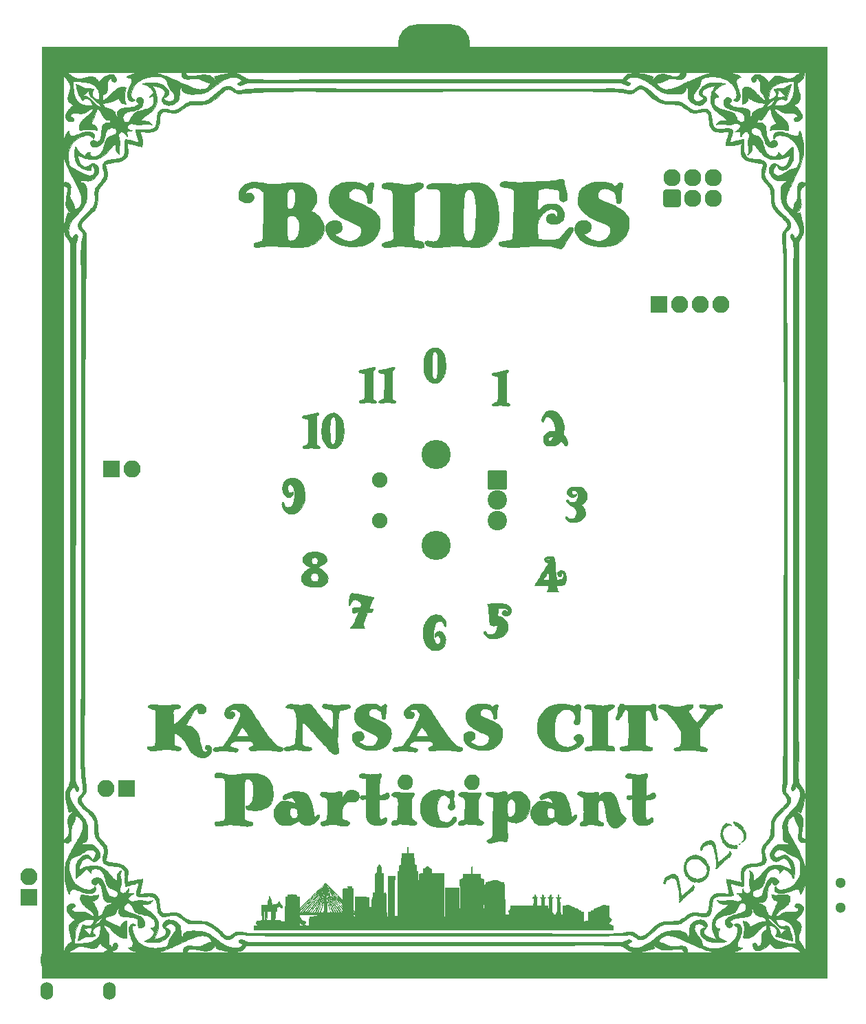
<source format=gbr>
G04 #@! TF.GenerationSoftware,KiCad,Pcbnew,(6.0.0)*
G04 #@! TF.CreationDate,2022-09-03T23:48:33-05:00*
G04 #@! TF.ProjectId,BsidesKC-2022-Safe-Badge,42736964-6573-44b4-932d-323032322d53,0-c*
G04 #@! TF.SameCoordinates,Original*
G04 #@! TF.FileFunction,Soldermask,Top*
G04 #@! TF.FilePolarity,Negative*
%FSLAX46Y46*%
G04 Gerber Fmt 4.6, Leading zero omitted, Abs format (unit mm)*
G04 Created by KiCad (PCBNEW (6.0.0)) date 2022-09-03 23:48:33*
%MOMM*%
%LPD*%
G01*
G04 APERTURE LIST*
G04 Aperture macros list*
%AMRoundRect*
0 Rectangle with rounded corners*
0 $1 Rounding radius*
0 $2 $3 $4 $5 $6 $7 $8 $9 X,Y pos of 4 corners*
0 Add a 4 corners polygon primitive as box body*
4,1,4,$2,$3,$4,$5,$6,$7,$8,$9,$2,$3,0*
0 Add four circle primitives for the rounded corners*
1,1,$1+$1,$2,$3*
1,1,$1+$1,$4,$5*
1,1,$1+$1,$6,$7*
1,1,$1+$1,$8,$9*
0 Add four rect primitives between the rounded corners*
20,1,$1+$1,$2,$3,$4,$5,0*
20,1,$1+$1,$4,$5,$6,$7,0*
20,1,$1+$1,$6,$7,$8,$9,0*
20,1,$1+$1,$8,$9,$2,$3,0*%
G04 Aperture macros list end*
%ADD10C,0.010000*%
%ADD11O,2.127200X2.127200*%
%ADD12RoundRect,0.200000X-0.863600X0.863600X-0.863600X-0.863600X0.863600X-0.863600X0.863600X0.863600X0*%
%ADD13C,2.127200*%
%ADD14O,8.900000X4.900000*%
%ADD15RoundRect,0.200000X-0.850000X0.850000X-0.850000X-0.850000X0.850000X-0.850000X0.850000X0.850000X0*%
%ADD16O,2.100000X2.100000*%
%ADD17RoundRect,0.200000X-0.850000X-0.850000X0.850000X-0.850000X0.850000X0.850000X-0.850000X0.850000X0*%
%ADD18C,1.300000*%
%ADD19RoundRect,0.200000X0.850000X-0.850000X0.850000X0.850000X-0.850000X0.850000X-0.850000X-0.850000X0*%
%ADD20O,1.200000X1.200000*%
%ADD21O,1.850000X2.400000*%
%ADD22O,1.550000X2.200000*%
%ADD23RoundRect,0.200000X1.000000X1.000000X-1.000000X1.000000X-1.000000X-1.000000X1.000000X-1.000000X0*%
%ADD24C,2.400000*%
%ADD25C,3.600000*%
%ADD26C,1.900000*%
G04 APERTURE END LIST*
D10*
G04 #@! TO.C,e*
X134460373Y-135361661D02*
X134462321Y-135363433D01*
X134462321Y-135363433D02*
X134459613Y-135388452D01*
X134459613Y-135388452D02*
X134435915Y-135440534D01*
X134435915Y-135440534D02*
X134395221Y-135512566D01*
X134395221Y-135512566D02*
X134341525Y-135597433D01*
X134341525Y-135597433D02*
X134284511Y-135680125D01*
X134284511Y-135680125D02*
X134238098Y-135742773D01*
X134238098Y-135742773D02*
X134210548Y-135773766D01*
X134210548Y-135773766D02*
X134197687Y-135776966D01*
X134197687Y-135776966D02*
X134195167Y-135762730D01*
X134195167Y-135762730D02*
X134205573Y-135740334D01*
X134205573Y-135740334D02*
X134233054Y-135691422D01*
X134233054Y-135691422D02*
X134272002Y-135625225D01*
X134272002Y-135625225D02*
X134316809Y-135550970D01*
X134316809Y-135550970D02*
X134361869Y-135477886D01*
X134361869Y-135477886D02*
X134401572Y-135415202D01*
X134401572Y-135415202D02*
X134430312Y-135372148D01*
X134430312Y-135372148D02*
X134440420Y-135359097D01*
X134440420Y-135359097D02*
X134460373Y-135361661D01*
X134460373Y-135361661D02*
X134460373Y-135361661D01*
G36*
X134460373Y-135361661D02*
G01*
X134462321Y-135363433D01*
X134459613Y-135388452D01*
X134435915Y-135440534D01*
X134395221Y-135512566D01*
X134341525Y-135597433D01*
X134284511Y-135680125D01*
X134238098Y-135742773D01*
X134210548Y-135773766D01*
X134197687Y-135776966D01*
X134195167Y-135762730D01*
X134205573Y-135740334D01*
X134233054Y-135691422D01*
X134272002Y-135625225D01*
X134316809Y-135550970D01*
X134361869Y-135477886D01*
X134401572Y-135415202D01*
X134430312Y-135372148D01*
X134440420Y-135359097D01*
X134460373Y-135361661D01*
G37*
X134460373Y-135361661D02*
X134462321Y-135363433D01*
X134459613Y-135388452D01*
X134435915Y-135440534D01*
X134395221Y-135512566D01*
X134341525Y-135597433D01*
X134284511Y-135680125D01*
X134238098Y-135742773D01*
X134210548Y-135773766D01*
X134197687Y-135776966D01*
X134195167Y-135762730D01*
X134205573Y-135740334D01*
X134233054Y-135691422D01*
X134272002Y-135625225D01*
X134316809Y-135550970D01*
X134361869Y-135477886D01*
X134401572Y-135415202D01*
X134430312Y-135372148D01*
X134440420Y-135359097D01*
X134460373Y-135361661D01*
X130884913Y-84102981D02*
X131066144Y-84139354D01*
X131066144Y-84139354D02*
X131228848Y-84204433D01*
X131228848Y-84204433D02*
X131382024Y-84301863D01*
X131382024Y-84301863D02*
X131534666Y-84435291D01*
X131534666Y-84435291D02*
X131542091Y-84442621D01*
X131542091Y-84442621D02*
X131616765Y-84518834D01*
X131616765Y-84518834D02*
X131674129Y-84584508D01*
X131674129Y-84584508D02*
X131722020Y-84650946D01*
X131722020Y-84650946D02*
X131768276Y-84729454D01*
X131768276Y-84729454D02*
X131820733Y-84831333D01*
X131820733Y-84831333D02*
X131843013Y-84876663D01*
X131843013Y-84876663D02*
X131950149Y-85119706D01*
X131950149Y-85119706D02*
X132031919Y-85361300D01*
X132031919Y-85361300D02*
X132090293Y-85610630D01*
X132090293Y-85610630D02*
X132127242Y-85876881D01*
X132127242Y-85876881D02*
X132144733Y-86169238D01*
X132144733Y-86169238D02*
X132146710Y-86293000D01*
X132146710Y-86293000D02*
X132144212Y-86495126D01*
X132144212Y-86495126D02*
X132133334Y-86666596D01*
X132133334Y-86666596D02*
X132112520Y-86818534D01*
X132112520Y-86818534D02*
X132080217Y-86962065D01*
X132080217Y-86962065D02*
X132034868Y-87108312D01*
X132034868Y-87108312D02*
X132031318Y-87118500D01*
X132031318Y-87118500D02*
X131919084Y-87399049D01*
X131919084Y-87399049D02*
X131789414Y-87652295D01*
X131789414Y-87652295D02*
X131644333Y-87875802D01*
X131644333Y-87875802D02*
X131485870Y-88067137D01*
X131485870Y-88067137D02*
X131316051Y-88223864D01*
X131316051Y-88223864D02*
X131136904Y-88343549D01*
X131136904Y-88343549D02*
X130950455Y-88423757D01*
X130950455Y-88423757D02*
X130942434Y-88426245D01*
X130942434Y-88426245D02*
X130831543Y-88455839D01*
X130831543Y-88455839D02*
X130725500Y-88473521D01*
X130725500Y-88473521D02*
X130611638Y-88480260D01*
X130611638Y-88480260D02*
X130477290Y-88477022D01*
X130477290Y-88477022D02*
X130371465Y-88469909D01*
X130371465Y-88469909D02*
X130200409Y-88449421D01*
X130200409Y-88449421D02*
X130058649Y-88414205D01*
X130058649Y-88414205D02*
X129937224Y-88359158D01*
X129937224Y-88359158D02*
X129827173Y-88279174D01*
X129827173Y-88279174D02*
X129719533Y-88169149D01*
X129719533Y-88169149D02*
X129617449Y-88040408D01*
X129617449Y-88040408D02*
X129501944Y-87870493D01*
X129501944Y-87870493D02*
X129410260Y-87705962D01*
X129410260Y-87705962D02*
X129344311Y-87551684D01*
X129344311Y-87551684D02*
X129306010Y-87412526D01*
X129306010Y-87412526D02*
X129297272Y-87293356D01*
X129297272Y-87293356D02*
X129304325Y-87243889D01*
X129304325Y-87243889D02*
X129336703Y-87141235D01*
X129336703Y-87141235D02*
X129376717Y-87072220D01*
X129376717Y-87072220D02*
X129416843Y-87042721D01*
X129416843Y-87042721D02*
X129441210Y-87037055D01*
X129441210Y-87037055D02*
X129461738Y-87041491D01*
X129461738Y-87041491D02*
X129482852Y-87061751D01*
X129482852Y-87061751D02*
X129508980Y-87103553D01*
X129508980Y-87103553D02*
X129544546Y-87172618D01*
X129544546Y-87172618D02*
X129590136Y-87266667D01*
X129590136Y-87266667D02*
X129634867Y-87359494D01*
X129634867Y-87359494D02*
X129676863Y-87446150D01*
X129676863Y-87446150D02*
X129710176Y-87514384D01*
X129710176Y-87514384D02*
X129723745Y-87541834D01*
X129723745Y-87541834D02*
X129784062Y-87618046D01*
X129784062Y-87618046D02*
X129871928Y-87666736D01*
X129871928Y-87666736D02*
X129982270Y-87687363D01*
X129982270Y-87687363D02*
X130110015Y-87679386D01*
X130110015Y-87679386D02*
X130250090Y-87642262D01*
X130250090Y-87642262D02*
X130335115Y-87607100D01*
X130335115Y-87607100D02*
X130429973Y-87560282D01*
X130429973Y-87560282D02*
X130496059Y-87518891D01*
X130496059Y-87518891D02*
X130544102Y-87473136D01*
X130544102Y-87473136D02*
X130584834Y-87413225D01*
X130584834Y-87413225D02*
X130620121Y-87347028D01*
X130620121Y-87347028D02*
X130689727Y-87183881D01*
X130689727Y-87183881D02*
X130751644Y-86989368D01*
X130751644Y-86989368D02*
X130803669Y-86774102D01*
X130803669Y-86774102D02*
X130843601Y-86548694D01*
X130843601Y-86548694D02*
X130869237Y-86323755D01*
X130869237Y-86323755D02*
X130878377Y-86109896D01*
X130878377Y-86109896D02*
X130878370Y-86102500D01*
X130878370Y-86102500D02*
X130869338Y-85890559D01*
X130869338Y-85890559D02*
X130844502Y-85689417D01*
X130844502Y-85689417D02*
X130805603Y-85502383D01*
X130805603Y-85502383D02*
X130754378Y-85332765D01*
X130754378Y-85332765D02*
X130692565Y-85183875D01*
X130692565Y-85183875D02*
X130621904Y-85059020D01*
X130621904Y-85059020D02*
X130544131Y-84961510D01*
X130544131Y-84961510D02*
X130460986Y-84894655D01*
X130460986Y-84894655D02*
X130374206Y-84861765D01*
X130374206Y-84861765D02*
X130285531Y-84866147D01*
X130285531Y-84866147D02*
X130238635Y-84884571D01*
X130238635Y-84884571D02*
X130176328Y-84935587D01*
X130176328Y-84935587D02*
X130115977Y-85017616D01*
X130115977Y-85017616D02*
X130063044Y-85119483D01*
X130063044Y-85119483D02*
X130022994Y-85230013D01*
X130022994Y-85230013D02*
X130001290Y-85338031D01*
X130001290Y-85338031D02*
X129999009Y-85374732D01*
X129999009Y-85374732D02*
X130009842Y-85458606D01*
X130009842Y-85458606D02*
X130041370Y-85553918D01*
X130041370Y-85553918D02*
X130088341Y-85652346D01*
X130088341Y-85652346D02*
X130145502Y-85745568D01*
X130145502Y-85745568D02*
X130207600Y-85825261D01*
X130207600Y-85825261D02*
X130269385Y-85883104D01*
X130269385Y-85883104D02*
X130325603Y-85910773D01*
X130325603Y-85910773D02*
X130338081Y-85912000D01*
X130338081Y-85912000D02*
X130383359Y-85899322D01*
X130383359Y-85899322D02*
X130446857Y-85865998D01*
X130446857Y-85865998D02*
X130505642Y-85826126D01*
X130505642Y-85826126D02*
X130586246Y-85770961D01*
X130586246Y-85770961D02*
X130642313Y-85748787D01*
X130642313Y-85748787D02*
X130677775Y-85761263D01*
X130677775Y-85761263D02*
X130696564Y-85810048D01*
X130696564Y-85810048D02*
X130702610Y-85896802D01*
X130702610Y-85896802D02*
X130702667Y-85909271D01*
X130702667Y-85909271D02*
X130684404Y-86063991D01*
X130684404Y-86063991D02*
X130630899Y-86196370D01*
X130630899Y-86196370D02*
X130544070Y-86304335D01*
X130544070Y-86304335D02*
X130425837Y-86385816D01*
X130425837Y-86385816D02*
X130278122Y-86438743D01*
X130278122Y-86438743D02*
X130198161Y-86453284D01*
X130198161Y-86453284D02*
X130082122Y-86458616D01*
X130082122Y-86458616D02*
X129980664Y-86438418D01*
X129980664Y-86438418D02*
X129884022Y-86388777D01*
X129884022Y-86388777D02*
X129782432Y-86305779D01*
X129782432Y-86305779D02*
X129749030Y-86273289D01*
X129749030Y-86273289D02*
X129624306Y-86123129D01*
X129624306Y-86123129D02*
X129517533Y-85944410D01*
X129517533Y-85944410D02*
X129435294Y-85749350D01*
X129435294Y-85749350D02*
X129399075Y-85623707D01*
X129399075Y-85623707D02*
X129377180Y-85465101D01*
X129377180Y-85465101D02*
X129377841Y-85284545D01*
X129377841Y-85284545D02*
X129399389Y-85094806D01*
X129399389Y-85094806D02*
X129440158Y-84908654D01*
X129440158Y-84908654D02*
X129498480Y-84738856D01*
X129498480Y-84738856D02*
X129521169Y-84688845D01*
X129521169Y-84688845D02*
X129627014Y-84518253D01*
X129627014Y-84518253D02*
X129764198Y-84375119D01*
X129764198Y-84375119D02*
X129931174Y-84260243D01*
X129931174Y-84260243D02*
X130126395Y-84174425D01*
X130126395Y-84174425D02*
X130348315Y-84118465D01*
X130348315Y-84118465D02*
X130595387Y-84093161D01*
X130595387Y-84093161D02*
X130676160Y-84091667D01*
X130676160Y-84091667D02*
X130884913Y-84102981D01*
X130884913Y-84102981D02*
X130884913Y-84102981D01*
G36*
X130884913Y-84102981D02*
G01*
X131066144Y-84139354D01*
X131228848Y-84204433D01*
X131382024Y-84301863D01*
X131534666Y-84435291D01*
X131542091Y-84442621D01*
X131616765Y-84518834D01*
X131674129Y-84584508D01*
X131722020Y-84650946D01*
X131768276Y-84729454D01*
X131820733Y-84831333D01*
X131843013Y-84876663D01*
X131950149Y-85119706D01*
X132031919Y-85361300D01*
X132090293Y-85610630D01*
X132127242Y-85876881D01*
X132144733Y-86169238D01*
X132146710Y-86293000D01*
X132144212Y-86495126D01*
X132133334Y-86666596D01*
X132112520Y-86818534D01*
X132080217Y-86962065D01*
X132034868Y-87108312D01*
X132031318Y-87118500D01*
X131919084Y-87399049D01*
X131789414Y-87652295D01*
X131644333Y-87875802D01*
X131485870Y-88067137D01*
X131316051Y-88223864D01*
X131136904Y-88343549D01*
X130950455Y-88423757D01*
X130942434Y-88426245D01*
X130831543Y-88455839D01*
X130725500Y-88473521D01*
X130611638Y-88480260D01*
X130477290Y-88477022D01*
X130371465Y-88469909D01*
X130200409Y-88449421D01*
X130058649Y-88414205D01*
X129937224Y-88359158D01*
X129827173Y-88279174D01*
X129719533Y-88169149D01*
X129617449Y-88040408D01*
X129501944Y-87870493D01*
X129410260Y-87705962D01*
X129344311Y-87551684D01*
X129306010Y-87412526D01*
X129297272Y-87293356D01*
X129304325Y-87243889D01*
X129336703Y-87141235D01*
X129376717Y-87072220D01*
X129416843Y-87042721D01*
X129441210Y-87037055D01*
X129461738Y-87041491D01*
X129482852Y-87061751D01*
X129508980Y-87103553D01*
X129544546Y-87172618D01*
X129590136Y-87266667D01*
X129634867Y-87359494D01*
X129676863Y-87446150D01*
X129710176Y-87514384D01*
X129723745Y-87541834D01*
X129784062Y-87618046D01*
X129871928Y-87666736D01*
X129982270Y-87687363D01*
X130110015Y-87679386D01*
X130250090Y-87642262D01*
X130335115Y-87607100D01*
X130429973Y-87560282D01*
X130496059Y-87518891D01*
X130544102Y-87473136D01*
X130584834Y-87413225D01*
X130620121Y-87347028D01*
X130689727Y-87183881D01*
X130751644Y-86989368D01*
X130803669Y-86774102D01*
X130843601Y-86548694D01*
X130869237Y-86323755D01*
X130878377Y-86109896D01*
X130878370Y-86102500D01*
X130869338Y-85890559D01*
X130844502Y-85689417D01*
X130805603Y-85502383D01*
X130754378Y-85332765D01*
X130692565Y-85183875D01*
X130621904Y-85059020D01*
X130544131Y-84961510D01*
X130460986Y-84894655D01*
X130374206Y-84861765D01*
X130285531Y-84866147D01*
X130238635Y-84884571D01*
X130176328Y-84935587D01*
X130115977Y-85017616D01*
X130063044Y-85119483D01*
X130022994Y-85230013D01*
X130001290Y-85338031D01*
X129999009Y-85374732D01*
X130009842Y-85458606D01*
X130041370Y-85553918D01*
X130088341Y-85652346D01*
X130145502Y-85745568D01*
X130207600Y-85825261D01*
X130269385Y-85883104D01*
X130325603Y-85910773D01*
X130338081Y-85912000D01*
X130383359Y-85899322D01*
X130446857Y-85865998D01*
X130505642Y-85826126D01*
X130586246Y-85770961D01*
X130642313Y-85748787D01*
X130677775Y-85761263D01*
X130696564Y-85810048D01*
X130702610Y-85896802D01*
X130702667Y-85909271D01*
X130684404Y-86063991D01*
X130630899Y-86196370D01*
X130544070Y-86304335D01*
X130425837Y-86385816D01*
X130278122Y-86438743D01*
X130198161Y-86453284D01*
X130082122Y-86458616D01*
X129980664Y-86438418D01*
X129884022Y-86388777D01*
X129782432Y-86305779D01*
X129749030Y-86273289D01*
X129624306Y-86123129D01*
X129517533Y-85944410D01*
X129435294Y-85749350D01*
X129399075Y-85623707D01*
X129377180Y-85465101D01*
X129377841Y-85284545D01*
X129399389Y-85094806D01*
X129440158Y-84908654D01*
X129498480Y-84738856D01*
X129521169Y-84688845D01*
X129627014Y-84518253D01*
X129764198Y-84375119D01*
X129931174Y-84260243D01*
X130126395Y-84174425D01*
X130348315Y-84118465D01*
X130595387Y-84093161D01*
X130676160Y-84091667D01*
X130884913Y-84102981D01*
G37*
X130884913Y-84102981D02*
X131066144Y-84139354D01*
X131228848Y-84204433D01*
X131382024Y-84301863D01*
X131534666Y-84435291D01*
X131542091Y-84442621D01*
X131616765Y-84518834D01*
X131674129Y-84584508D01*
X131722020Y-84650946D01*
X131768276Y-84729454D01*
X131820733Y-84831333D01*
X131843013Y-84876663D01*
X131950149Y-85119706D01*
X132031919Y-85361300D01*
X132090293Y-85610630D01*
X132127242Y-85876881D01*
X132144733Y-86169238D01*
X132146710Y-86293000D01*
X132144212Y-86495126D01*
X132133334Y-86666596D01*
X132112520Y-86818534D01*
X132080217Y-86962065D01*
X132034868Y-87108312D01*
X132031318Y-87118500D01*
X131919084Y-87399049D01*
X131789414Y-87652295D01*
X131644333Y-87875802D01*
X131485870Y-88067137D01*
X131316051Y-88223864D01*
X131136904Y-88343549D01*
X130950455Y-88423757D01*
X130942434Y-88426245D01*
X130831543Y-88455839D01*
X130725500Y-88473521D01*
X130611638Y-88480260D01*
X130477290Y-88477022D01*
X130371465Y-88469909D01*
X130200409Y-88449421D01*
X130058649Y-88414205D01*
X129937224Y-88359158D01*
X129827173Y-88279174D01*
X129719533Y-88169149D01*
X129617449Y-88040408D01*
X129501944Y-87870493D01*
X129410260Y-87705962D01*
X129344311Y-87551684D01*
X129306010Y-87412526D01*
X129297272Y-87293356D01*
X129304325Y-87243889D01*
X129336703Y-87141235D01*
X129376717Y-87072220D01*
X129416843Y-87042721D01*
X129441210Y-87037055D01*
X129461738Y-87041491D01*
X129482852Y-87061751D01*
X129508980Y-87103553D01*
X129544546Y-87172618D01*
X129590136Y-87266667D01*
X129634867Y-87359494D01*
X129676863Y-87446150D01*
X129710176Y-87514384D01*
X129723745Y-87541834D01*
X129784062Y-87618046D01*
X129871928Y-87666736D01*
X129982270Y-87687363D01*
X130110015Y-87679386D01*
X130250090Y-87642262D01*
X130335115Y-87607100D01*
X130429973Y-87560282D01*
X130496059Y-87518891D01*
X130544102Y-87473136D01*
X130584834Y-87413225D01*
X130620121Y-87347028D01*
X130689727Y-87183881D01*
X130751644Y-86989368D01*
X130803669Y-86774102D01*
X130843601Y-86548694D01*
X130869237Y-86323755D01*
X130878377Y-86109896D01*
X130878370Y-86102500D01*
X130869338Y-85890559D01*
X130844502Y-85689417D01*
X130805603Y-85502383D01*
X130754378Y-85332765D01*
X130692565Y-85183875D01*
X130621904Y-85059020D01*
X130544131Y-84961510D01*
X130460986Y-84894655D01*
X130374206Y-84861765D01*
X130285531Y-84866147D01*
X130238635Y-84884571D01*
X130176328Y-84935587D01*
X130115977Y-85017616D01*
X130063044Y-85119483D01*
X130022994Y-85230013D01*
X130001290Y-85338031D01*
X129999009Y-85374732D01*
X130009842Y-85458606D01*
X130041370Y-85553918D01*
X130088341Y-85652346D01*
X130145502Y-85745568D01*
X130207600Y-85825261D01*
X130269385Y-85883104D01*
X130325603Y-85910773D01*
X130338081Y-85912000D01*
X130383359Y-85899322D01*
X130446857Y-85865998D01*
X130505642Y-85826126D01*
X130586246Y-85770961D01*
X130642313Y-85748787D01*
X130677775Y-85761263D01*
X130696564Y-85810048D01*
X130702610Y-85896802D01*
X130702667Y-85909271D01*
X130684404Y-86063991D01*
X130630899Y-86196370D01*
X130544070Y-86304335D01*
X130425837Y-86385816D01*
X130278122Y-86438743D01*
X130198161Y-86453284D01*
X130082122Y-86458616D01*
X129980664Y-86438418D01*
X129884022Y-86388777D01*
X129782432Y-86305779D01*
X129749030Y-86273289D01*
X129624306Y-86123129D01*
X129517533Y-85944410D01*
X129435294Y-85749350D01*
X129399075Y-85623707D01*
X129377180Y-85465101D01*
X129377841Y-85284545D01*
X129399389Y-85094806D01*
X129440158Y-84908654D01*
X129498480Y-84738856D01*
X129521169Y-84688845D01*
X129627014Y-84518253D01*
X129764198Y-84375119D01*
X129931174Y-84260243D01*
X130126395Y-84174425D01*
X130348315Y-84118465D01*
X130595387Y-84093161D01*
X130676160Y-84091667D01*
X130884913Y-84102981D01*
X184945899Y-126306724D02*
X185011698Y-126328334D01*
X185011698Y-126328334D02*
X185079308Y-126355987D01*
X185079308Y-126355987D02*
X185130906Y-126382840D01*
X185130906Y-126382840D02*
X185142282Y-126391126D01*
X185142282Y-126391126D02*
X185185267Y-126414392D01*
X185185267Y-126414392D02*
X185245036Y-126432128D01*
X185245036Y-126432128D02*
X185249167Y-126432901D01*
X185249167Y-126432901D02*
X185307373Y-126449076D01*
X185307373Y-126449076D02*
X185385122Y-126477983D01*
X185385122Y-126477983D02*
X185455542Y-126508767D01*
X185455542Y-126508767D02*
X185531699Y-126548571D01*
X185531699Y-126548571D02*
X185573658Y-126581094D01*
X185573658Y-126581094D02*
X185587719Y-126611377D01*
X185587719Y-126611377D02*
X185587833Y-126614601D01*
X185587833Y-126614601D02*
X185604802Y-126651343D01*
X185604802Y-126651343D02*
X185653272Y-126662677D01*
X185653272Y-126662677D02*
X185678774Y-126660012D01*
X185678774Y-126660012D02*
X185717093Y-126672096D01*
X185717093Y-126672096D02*
X185771883Y-126713291D01*
X185771883Y-126713291D02*
X185837109Y-126776855D01*
X185837109Y-126776855D02*
X185906735Y-126856045D01*
X185906735Y-126856045D02*
X185974724Y-126944117D01*
X185974724Y-126944117D02*
X186035041Y-127034331D01*
X186035041Y-127034331D02*
X186071008Y-127098153D01*
X186071008Y-127098153D02*
X186099904Y-127162213D01*
X186099904Y-127162213D02*
X186107709Y-127206341D01*
X186107709Y-127206341D02*
X186097065Y-127245665D01*
X186097065Y-127245665D02*
X186096841Y-127246159D01*
X186096841Y-127246159D02*
X186086701Y-127301353D01*
X186086701Y-127301353D02*
X186114624Y-127342572D01*
X186114624Y-127342572D02*
X186182145Y-127371954D01*
X186182145Y-127371954D02*
X186188383Y-127373620D01*
X186188383Y-127373620D02*
X186221790Y-127386260D01*
X186221790Y-127386260D02*
X186249509Y-127409753D01*
X186249509Y-127409753D02*
X186277438Y-127452170D01*
X186277438Y-127452170D02*
X186311475Y-127521582D01*
X186311475Y-127521582D02*
X186334878Y-127574053D01*
X186334878Y-127574053D02*
X186402994Y-127768051D01*
X186402994Y-127768051D02*
X186432099Y-127954645D01*
X186432099Y-127954645D02*
X186422832Y-128141261D01*
X186422832Y-128141261D02*
X186394920Y-128272028D01*
X186394920Y-128272028D02*
X186373569Y-128354434D01*
X186373569Y-128354434D02*
X186357680Y-128424536D01*
X186357680Y-128424536D02*
X186350102Y-128469537D01*
X186350102Y-128469537D02*
X186349833Y-128474713D01*
X186349833Y-128474713D02*
X186335039Y-128514154D01*
X186335039Y-128514154D02*
X186300052Y-128559245D01*
X186300052Y-128559245D02*
X186258964Y-128594485D01*
X186258964Y-128594485D02*
X186231243Y-128605167D01*
X186231243Y-128605167D02*
X186207546Y-128620244D01*
X186207546Y-128620244D02*
X186167438Y-128659274D01*
X186167438Y-128659274D02*
X186131010Y-128700419D01*
X186131010Y-128700419D02*
X186075002Y-128759801D01*
X186075002Y-128759801D02*
X186017337Y-128809237D01*
X186017337Y-128809237D02*
X185987032Y-128828952D01*
X185987032Y-128828952D02*
X185944211Y-128849692D01*
X185944211Y-128849692D02*
X185929912Y-128847879D01*
X185929912Y-128847879D02*
X185935179Y-128820645D01*
X185935179Y-128820645D02*
X185937438Y-128813075D01*
X185937438Y-128813075D02*
X185957715Y-128771510D01*
X185957715Y-128771510D02*
X185996336Y-128710777D01*
X185996336Y-128710777D02*
X186042324Y-128647500D01*
X186042324Y-128647500D02*
X186085575Y-128585709D01*
X186085575Y-128585709D02*
X186117367Y-128523040D01*
X186117367Y-128523040D02*
X186139191Y-128451809D01*
X186139191Y-128451809D02*
X186152539Y-128364328D01*
X186152539Y-128364328D02*
X186158903Y-128252911D01*
X186158903Y-128252911D02*
X186159774Y-128109873D01*
X186159774Y-128109873D02*
X186158988Y-128046440D01*
X186158988Y-128046440D02*
X186146314Y-127931603D01*
X186146314Y-127931603D02*
X186115848Y-127840908D01*
X186115848Y-127840908D02*
X186089671Y-127779176D01*
X186089671Y-127779176D02*
X186075496Y-127725463D01*
X186075496Y-127725463D02*
X186074667Y-127714774D01*
X186074667Y-127714774D02*
X186061462Y-127669148D01*
X186061462Y-127669148D02*
X186028963Y-127615470D01*
X186028963Y-127615470D02*
X186021750Y-127606473D01*
X186021750Y-127606473D02*
X185987330Y-127558375D01*
X185987330Y-127558375D02*
X185969515Y-127519430D01*
X185969515Y-127519430D02*
X185968833Y-127513863D01*
X185968833Y-127513863D02*
X185950801Y-127486915D01*
X185950801Y-127486915D02*
X185916622Y-127471036D01*
X185916622Y-127471036D02*
X185878104Y-127456541D01*
X185878104Y-127456541D02*
X185866212Y-127444174D01*
X185866212Y-127444174D02*
X185865066Y-127375737D01*
X185865066Y-127375737D02*
X185840240Y-127340062D01*
X185840240Y-127340062D02*
X185818090Y-127335167D01*
X185818090Y-127335167D02*
X185780208Y-127318414D01*
X185780208Y-127318414D02*
X185719022Y-127269213D01*
X185719022Y-127269213D02*
X185636404Y-127189148D01*
X185636404Y-127189148D02*
X185596788Y-127147787D01*
X185596788Y-127147787D02*
X185493530Y-127043669D01*
X185493530Y-127043669D02*
X185403128Y-126966097D01*
X185403128Y-126966097D02*
X185314955Y-126906394D01*
X185314955Y-126906394D02*
X185271281Y-126882050D01*
X185271281Y-126882050D02*
X185201292Y-126841668D01*
X185201292Y-126841668D02*
X185148924Y-126804591D01*
X185148924Y-126804591D02*
X185123316Y-126777495D01*
X185123316Y-126777495D02*
X185122167Y-126773096D01*
X185122167Y-126773096D02*
X185104663Y-126747829D01*
X185104663Y-126747829D02*
X185082189Y-126742500D01*
X185082189Y-126742500D02*
X185051378Y-126729330D01*
X185051378Y-126729330D02*
X185031887Y-126684468D01*
X185031887Y-126684468D02*
X185027393Y-126663515D01*
X185027393Y-126663515D02*
X185004644Y-126576425D01*
X185004644Y-126576425D02*
X184974711Y-126526743D01*
X184974711Y-126526743D02*
X184934636Y-126509755D01*
X184934636Y-126509755D02*
X184930922Y-126509667D01*
X184930922Y-126509667D02*
X184894910Y-126493840D01*
X184894910Y-126493840D02*
X184887013Y-126472625D01*
X184887013Y-126472625D02*
X184883605Y-126425350D01*
X184883605Y-126425350D02*
X184878906Y-126366792D01*
X184878906Y-126366792D02*
X184881878Y-126314662D01*
X184881878Y-126314662D02*
X184899732Y-126298000D01*
X184899732Y-126298000D02*
X184945899Y-126306724D01*
X184945899Y-126306724D02*
X184945899Y-126306724D01*
G36*
X184945899Y-126306724D02*
G01*
X185011698Y-126328334D01*
X185079308Y-126355987D01*
X185130906Y-126382840D01*
X185142282Y-126391126D01*
X185185267Y-126414392D01*
X185245036Y-126432128D01*
X185249167Y-126432901D01*
X185307373Y-126449076D01*
X185385122Y-126477983D01*
X185455542Y-126508767D01*
X185531699Y-126548571D01*
X185573658Y-126581094D01*
X185587719Y-126611377D01*
X185587833Y-126614601D01*
X185604802Y-126651343D01*
X185653272Y-126662677D01*
X185678774Y-126660012D01*
X185717093Y-126672096D01*
X185771883Y-126713291D01*
X185837109Y-126776855D01*
X185906735Y-126856045D01*
X185974724Y-126944117D01*
X186035041Y-127034331D01*
X186071008Y-127098153D01*
X186099904Y-127162213D01*
X186107709Y-127206341D01*
X186097065Y-127245665D01*
X186096841Y-127246159D01*
X186086701Y-127301353D01*
X186114624Y-127342572D01*
X186182145Y-127371954D01*
X186188383Y-127373620D01*
X186221790Y-127386260D01*
X186249509Y-127409753D01*
X186277438Y-127452170D01*
X186311475Y-127521582D01*
X186334878Y-127574053D01*
X186402994Y-127768051D01*
X186432099Y-127954645D01*
X186422832Y-128141261D01*
X186394920Y-128272028D01*
X186373569Y-128354434D01*
X186357680Y-128424536D01*
X186350102Y-128469537D01*
X186349833Y-128474713D01*
X186335039Y-128514154D01*
X186300052Y-128559245D01*
X186258964Y-128594485D01*
X186231243Y-128605167D01*
X186207546Y-128620244D01*
X186167438Y-128659274D01*
X186131010Y-128700419D01*
X186075002Y-128759801D01*
X186017337Y-128809237D01*
X185987032Y-128828952D01*
X185944211Y-128849692D01*
X185929912Y-128847879D01*
X185935179Y-128820645D01*
X185937438Y-128813075D01*
X185957715Y-128771510D01*
X185996336Y-128710777D01*
X186042324Y-128647500D01*
X186085575Y-128585709D01*
X186117367Y-128523040D01*
X186139191Y-128451809D01*
X186152539Y-128364328D01*
X186158903Y-128252911D01*
X186159774Y-128109873D01*
X186158988Y-128046440D01*
X186146314Y-127931603D01*
X186115848Y-127840908D01*
X186089671Y-127779176D01*
X186075496Y-127725463D01*
X186074667Y-127714774D01*
X186061462Y-127669148D01*
X186028963Y-127615470D01*
X186021750Y-127606473D01*
X185987330Y-127558375D01*
X185969515Y-127519430D01*
X185968833Y-127513863D01*
X185950801Y-127486915D01*
X185916622Y-127471036D01*
X185878104Y-127456541D01*
X185866212Y-127444174D01*
X185865066Y-127375737D01*
X185840240Y-127340062D01*
X185818090Y-127335167D01*
X185780208Y-127318414D01*
X185719022Y-127269213D01*
X185636404Y-127189148D01*
X185596788Y-127147787D01*
X185493530Y-127043669D01*
X185403128Y-126966097D01*
X185314955Y-126906394D01*
X185271281Y-126882050D01*
X185201292Y-126841668D01*
X185148924Y-126804591D01*
X185123316Y-126777495D01*
X185122167Y-126773096D01*
X185104663Y-126747829D01*
X185082189Y-126742500D01*
X185051378Y-126729330D01*
X185031887Y-126684468D01*
X185027393Y-126663515D01*
X185004644Y-126576425D01*
X184974711Y-126526743D01*
X184934636Y-126509755D01*
X184930922Y-126509667D01*
X184894910Y-126493840D01*
X184887013Y-126472625D01*
X184883605Y-126425350D01*
X184878906Y-126366792D01*
X184881878Y-126314662D01*
X184899732Y-126298000D01*
X184945899Y-126306724D01*
G37*
X184945899Y-126306724D02*
X185011698Y-126328334D01*
X185079308Y-126355987D01*
X185130906Y-126382840D01*
X185142282Y-126391126D01*
X185185267Y-126414392D01*
X185245036Y-126432128D01*
X185249167Y-126432901D01*
X185307373Y-126449076D01*
X185385122Y-126477983D01*
X185455542Y-126508767D01*
X185531699Y-126548571D01*
X185573658Y-126581094D01*
X185587719Y-126611377D01*
X185587833Y-126614601D01*
X185604802Y-126651343D01*
X185653272Y-126662677D01*
X185678774Y-126660012D01*
X185717093Y-126672096D01*
X185771883Y-126713291D01*
X185837109Y-126776855D01*
X185906735Y-126856045D01*
X185974724Y-126944117D01*
X186035041Y-127034331D01*
X186071008Y-127098153D01*
X186099904Y-127162213D01*
X186107709Y-127206341D01*
X186097065Y-127245665D01*
X186096841Y-127246159D01*
X186086701Y-127301353D01*
X186114624Y-127342572D01*
X186182145Y-127371954D01*
X186188383Y-127373620D01*
X186221790Y-127386260D01*
X186249509Y-127409753D01*
X186277438Y-127452170D01*
X186311475Y-127521582D01*
X186334878Y-127574053D01*
X186402994Y-127768051D01*
X186432099Y-127954645D01*
X186422832Y-128141261D01*
X186394920Y-128272028D01*
X186373569Y-128354434D01*
X186357680Y-128424536D01*
X186350102Y-128469537D01*
X186349833Y-128474713D01*
X186335039Y-128514154D01*
X186300052Y-128559245D01*
X186258964Y-128594485D01*
X186231243Y-128605167D01*
X186207546Y-128620244D01*
X186167438Y-128659274D01*
X186131010Y-128700419D01*
X186075002Y-128759801D01*
X186017337Y-128809237D01*
X185987032Y-128828952D01*
X185944211Y-128849692D01*
X185929912Y-128847879D01*
X185935179Y-128820645D01*
X185937438Y-128813075D01*
X185957715Y-128771510D01*
X185996336Y-128710777D01*
X186042324Y-128647500D01*
X186085575Y-128585709D01*
X186117367Y-128523040D01*
X186139191Y-128451809D01*
X186152539Y-128364328D01*
X186158903Y-128252911D01*
X186159774Y-128109873D01*
X186158988Y-128046440D01*
X186146314Y-127931603D01*
X186115848Y-127840908D01*
X186089671Y-127779176D01*
X186075496Y-127725463D01*
X186074667Y-127714774D01*
X186061462Y-127669148D01*
X186028963Y-127615470D01*
X186021750Y-127606473D01*
X185987330Y-127558375D01*
X185969515Y-127519430D01*
X185968833Y-127513863D01*
X185950801Y-127486915D01*
X185916622Y-127471036D01*
X185878104Y-127456541D01*
X185866212Y-127444174D01*
X185865066Y-127375737D01*
X185840240Y-127340062D01*
X185818090Y-127335167D01*
X185780208Y-127318414D01*
X185719022Y-127269213D01*
X185636404Y-127189148D01*
X185596788Y-127147787D01*
X185493530Y-127043669D01*
X185403128Y-126966097D01*
X185314955Y-126906394D01*
X185271281Y-126882050D01*
X185201292Y-126841668D01*
X185148924Y-126804591D01*
X185123316Y-126777495D01*
X185122167Y-126773096D01*
X185104663Y-126747829D01*
X185082189Y-126742500D01*
X185051378Y-126729330D01*
X185031887Y-126684468D01*
X185027393Y-126663515D01*
X185004644Y-126576425D01*
X184974711Y-126526743D01*
X184934636Y-126509755D01*
X184930922Y-126509667D01*
X184894910Y-126493840D01*
X184887013Y-126472625D01*
X184883605Y-126425350D01*
X184878906Y-126366792D01*
X184881878Y-126314662D01*
X184899732Y-126298000D01*
X184945899Y-126306724D01*
X180327693Y-130434544D02*
X180423568Y-130449259D01*
X180423568Y-130449259D02*
X180511915Y-130473009D01*
X180511915Y-130473009D02*
X180582056Y-130502746D01*
X180582056Y-130502746D02*
X180623312Y-130535426D01*
X180623312Y-130535426D02*
X180627972Y-130543983D01*
X180627972Y-130543983D02*
X180655353Y-130565188D01*
X180655353Y-130565188D02*
X180704201Y-130573667D01*
X180704201Y-130573667D02*
X180761307Y-130582549D01*
X180761307Y-130582549D02*
X180833355Y-130605771D01*
X180833355Y-130605771D02*
X180909669Y-130638199D01*
X180909669Y-130638199D02*
X180979571Y-130674700D01*
X180979571Y-130674700D02*
X181032383Y-130710138D01*
X181032383Y-130710138D02*
X181057428Y-130739380D01*
X181057428Y-130739380D02*
X181058167Y-130743869D01*
X181058167Y-130743869D02*
X181077011Y-130782992D01*
X181077011Y-130782992D02*
X181129025Y-130804024D01*
X181129025Y-130804024D02*
X181162209Y-130806500D01*
X181162209Y-130806500D02*
X181203611Y-130823094D01*
X181203611Y-130823094D02*
X181261143Y-130867899D01*
X181261143Y-130867899D02*
X181328147Y-130933451D01*
X181328147Y-130933451D02*
X181397963Y-131012289D01*
X181397963Y-131012289D02*
X181463930Y-131096947D01*
X181463930Y-131096947D02*
X181519390Y-131179962D01*
X181519390Y-131179962D02*
X181554294Y-131245910D01*
X181554294Y-131245910D02*
X181578024Y-131310427D01*
X181578024Y-131310427D02*
X181580614Y-131356423D01*
X181580614Y-131356423D02*
X181570257Y-131388058D01*
X181570257Y-131388058D02*
X181562365Y-131444121D01*
X181562365Y-131444121D02*
X181589311Y-131486260D01*
X181589311Y-131486260D02*
X181644141Y-131507312D01*
X181644141Y-131507312D02*
X181685771Y-131507063D01*
X181685771Y-131507063D02*
X181699781Y-131511928D01*
X181699781Y-131511928D02*
X181717605Y-131533171D01*
X181717605Y-131533171D02*
X181742124Y-131576012D01*
X181742124Y-131576012D02*
X181776215Y-131645674D01*
X181776215Y-131645674D02*
X181822757Y-131747377D01*
X181822757Y-131747377D02*
X181842183Y-131790750D01*
X181842183Y-131790750D02*
X181883176Y-131923045D01*
X181883176Y-131923045D02*
X181901793Y-132077221D01*
X181901793Y-132077221D02*
X181897557Y-132238932D01*
X181897557Y-132238932D02*
X181869994Y-132393831D01*
X181869994Y-132393831D02*
X181863000Y-132418302D01*
X181863000Y-132418302D02*
X181838728Y-132513519D01*
X181838728Y-132513519D02*
X181826608Y-132594938D01*
X181826608Y-132594938D02*
X181827189Y-132640742D01*
X181827189Y-132640742D02*
X181826766Y-132702326D01*
X181826766Y-132702326D02*
X181810342Y-132732037D01*
X181810342Y-132732037D02*
X181785373Y-132769366D01*
X181785373Y-132769366D02*
X181771080Y-132812723D01*
X181771080Y-132812723D02*
X181755096Y-132882311D01*
X181755096Y-132882311D02*
X181734842Y-132955586D01*
X181734842Y-132955586D02*
X181714258Y-133019789D01*
X181714258Y-133019789D02*
X181697287Y-133062161D01*
X181697287Y-133062161D02*
X181691195Y-133071334D01*
X181691195Y-133071334D02*
X181673311Y-133095842D01*
X181673311Y-133095842D02*
X181647425Y-133141494D01*
X181647425Y-133141494D02*
X181644588Y-133146979D01*
X181644588Y-133146979D02*
X181606010Y-133198863D01*
X181606010Y-133198863D02*
X181548601Y-133252047D01*
X181548601Y-133252047D02*
X181525218Y-133268988D01*
X181525218Y-133268988D02*
X181469633Y-133314273D01*
X181469633Y-133314273D02*
X181441126Y-133355841D01*
X181441126Y-133355841D02*
X181439167Y-133366776D01*
X181439167Y-133366776D02*
X181426824Y-133393263D01*
X181426824Y-133393263D02*
X181387131Y-133428338D01*
X181387131Y-133428338D02*
X181316088Y-133475026D01*
X181316088Y-133475026D02*
X181229623Y-133525225D01*
X181229623Y-133525225D02*
X181143953Y-133572213D01*
X181143953Y-133572213D02*
X181070846Y-133610274D01*
X181070846Y-133610274D02*
X181018686Y-133635173D01*
X181018686Y-133635173D02*
X180996790Y-133642834D01*
X180996790Y-133642834D02*
X180974533Y-133655904D01*
X180974533Y-133655904D02*
X180973500Y-133661346D01*
X180973500Y-133661346D02*
X180954872Y-133676357D01*
X180954872Y-133676357D02*
X180905838Y-133698494D01*
X180905838Y-133698494D02*
X180836673Y-133723172D01*
X180836673Y-133723172D02*
X180830625Y-133725104D01*
X180830625Y-133725104D02*
X180703267Y-133755030D01*
X180703267Y-133755030D02*
X180574041Y-133767245D01*
X180574041Y-133767245D02*
X180454676Y-133761803D01*
X180454676Y-133761803D02*
X180356903Y-133738753D01*
X180356903Y-133738753D02*
X180323456Y-133722877D01*
X180323456Y-133722877D02*
X180277775Y-133697848D01*
X180277775Y-133697848D02*
X180251465Y-133695182D01*
X180251465Y-133695182D02*
X180227618Y-133715425D01*
X180227618Y-133715425D02*
X180218210Y-133726288D01*
X180218210Y-133726288D02*
X180187129Y-133757486D01*
X180187129Y-133757486D02*
X180169754Y-133767184D01*
X180169754Y-133767184D02*
X180143644Y-133762156D01*
X180143644Y-133762156D02*
X180092228Y-133752865D01*
X180092228Y-133752865D02*
X180073917Y-133749625D01*
X180073917Y-133749625D02*
X180027793Y-133740094D01*
X180027793Y-133740094D02*
X179981015Y-133726415D01*
X179981015Y-133726415D02*
X179925304Y-133705309D01*
X179925304Y-133705309D02*
X179852385Y-133673497D01*
X179852385Y-133673497D02*
X179753982Y-133627699D01*
X179753982Y-133627699D02*
X179692917Y-133598664D01*
X179692917Y-133598664D02*
X179539176Y-133517411D01*
X179539176Y-133517411D02*
X179426197Y-133439673D01*
X179426197Y-133439673D02*
X179352645Y-133364496D01*
X179352645Y-133364496D02*
X179340391Y-133346203D01*
X179340391Y-133346203D02*
X179308374Y-133303766D01*
X179308374Y-133303766D02*
X179280751Y-133283329D01*
X179280751Y-133283329D02*
X179278122Y-133283000D01*
X179278122Y-133283000D02*
X179263733Y-133264226D01*
X179263733Y-133264226D02*
X179267972Y-133210060D01*
X179267972Y-133210060D02*
X179272861Y-133157107D01*
X179272861Y-133157107D02*
X179257245Y-133126589D01*
X179257245Y-133126589D02*
X179233286Y-133110591D01*
X179233286Y-133110591D02*
X179177441Y-133091910D01*
X179177441Y-133091910D02*
X179138199Y-133089677D01*
X179138199Y-133089677D02*
X179093358Y-133075762D01*
X179093358Y-133075762D02*
X179047928Y-133031264D01*
X179047928Y-133031264D02*
X179008452Y-132967326D01*
X179008452Y-132967326D02*
X178981471Y-132895095D01*
X178981471Y-132895095D02*
X178973527Y-132825715D01*
X178973527Y-132825715D02*
X178975022Y-132811697D01*
X178975022Y-132811697D02*
X178978780Y-132752331D01*
X178978780Y-132752331D02*
X178962519Y-132714157D01*
X178962519Y-132714157D02*
X178942907Y-132695280D01*
X178942907Y-132695280D02*
X178908696Y-132650345D01*
X178908696Y-132650345D02*
X178875803Y-132577795D01*
X178875803Y-132577795D02*
X178846053Y-132486751D01*
X178846053Y-132486751D02*
X178821266Y-132386329D01*
X178821266Y-132386329D02*
X178803266Y-132285648D01*
X178803266Y-132285648D02*
X178793874Y-132193826D01*
X178793874Y-132193826D02*
X178794913Y-132119980D01*
X178794913Y-132119980D02*
X178808206Y-132073230D01*
X178808206Y-132073230D02*
X178816838Y-132064471D01*
X178816838Y-132064471D02*
X178834736Y-132032599D01*
X178834736Y-132032599D02*
X178826660Y-131989784D01*
X178826660Y-131989784D02*
X178804563Y-131962417D01*
X178804563Y-131962417D02*
X178788369Y-131943990D01*
X178788369Y-131943990D02*
X178784057Y-131914735D01*
X178784057Y-131914735D02*
X178791495Y-131863412D01*
X178791495Y-131863412D02*
X178793390Y-131854773D01*
X178793390Y-131854773D02*
X179026167Y-131854773D01*
X179026167Y-131854773D02*
X179028903Y-131945211D01*
X179028903Y-131945211D02*
X179036159Y-132026179D01*
X179036159Y-132026179D02*
X179046498Y-132082944D01*
X179046498Y-132082944D02*
X179049150Y-132090997D01*
X179049150Y-132090997D02*
X179067600Y-132150231D01*
X179067600Y-132150231D02*
X179085325Y-132224597D01*
X179085325Y-132224597D02*
X179089456Y-132245834D01*
X179089456Y-132245834D02*
X179136889Y-132414174D01*
X179136889Y-132414174D02*
X179219247Y-132585210D01*
X179219247Y-132585210D02*
X179338235Y-132761730D01*
X179338235Y-132761730D02*
X179495555Y-132946523D01*
X179495555Y-132946523D02*
X179556328Y-133009952D01*
X179556328Y-133009952D02*
X179636887Y-133090325D01*
X179636887Y-133090325D02*
X179698154Y-133146038D01*
X179698154Y-133146038D02*
X179749395Y-133183679D01*
X179749395Y-133183679D02*
X179799873Y-133209838D01*
X179799873Y-133209838D02*
X179858855Y-133231106D01*
X179858855Y-133231106D02*
X179873828Y-133235763D01*
X179873828Y-133235763D02*
X179969354Y-133261216D01*
X179969354Y-133261216D02*
X180071782Y-133282833D01*
X180071782Y-133282833D02*
X180134180Y-133292637D01*
X180134180Y-133292637D02*
X180220715Y-133308932D01*
X180220715Y-133308932D02*
X180282557Y-133337016D01*
X180282557Y-133337016D02*
X180322528Y-133369447D01*
X180322528Y-133369447D02*
X180387984Y-133417965D01*
X180387984Y-133417965D02*
X180441357Y-133427912D01*
X180441357Y-133427912D02*
X180480740Y-133399036D01*
X180480740Y-133399036D02*
X180485578Y-133390867D01*
X180485578Y-133390867D02*
X180524720Y-133358128D01*
X180524720Y-133358128D02*
X180601906Y-133337598D01*
X180601906Y-133337598D02*
X180610556Y-133336345D01*
X180610556Y-133336345D02*
X180685586Y-133321418D01*
X180685586Y-133321418D02*
X180752656Y-133300597D01*
X180752656Y-133300597D02*
X180772069Y-133291978D01*
X180772069Y-133291978D02*
X180834984Y-133266642D01*
X180834984Y-133266642D02*
X180876037Y-133265254D01*
X180876037Y-133265254D02*
X180888833Y-133284472D01*
X180888833Y-133284472D02*
X180906368Y-133299496D01*
X180906368Y-133299496D02*
X180936458Y-133300347D01*
X180936458Y-133300347D02*
X180973694Y-133283853D01*
X180973694Y-133283853D02*
X180984083Y-133263964D01*
X180984083Y-133263964D02*
X181002200Y-133238579D01*
X181002200Y-133238579D02*
X181047074Y-133212988D01*
X181047074Y-133212988D02*
X181060350Y-133207939D01*
X181060350Y-133207939D02*
X181120077Y-133179733D01*
X181120077Y-133179733D02*
X181192531Y-133134845D01*
X181192531Y-133134845D02*
X181267638Y-133080936D01*
X181267638Y-133080936D02*
X181335326Y-133025665D01*
X181335326Y-133025665D02*
X181385520Y-132976691D01*
X181385520Y-132976691D02*
X181407545Y-132943928D01*
X181407545Y-132943928D02*
X181427148Y-132906256D01*
X181427148Y-132906256D02*
X181465243Y-132849086D01*
X181465243Y-132849086D02*
X181508757Y-132791036D01*
X181508757Y-132791036D02*
X181561601Y-132717484D01*
X181561601Y-132717484D02*
X181592505Y-132651721D01*
X181592505Y-132651721D02*
X181610466Y-132572639D01*
X181610466Y-132572639D02*
X181614806Y-132542167D01*
X181614806Y-132542167D02*
X181628162Y-132395764D01*
X181628162Y-132395764D02*
X181630203Y-132255591D01*
X181630203Y-132255591D02*
X181621440Y-132131315D01*
X181621440Y-132131315D02*
X181602385Y-132032606D01*
X181602385Y-132032606D02*
X181585526Y-131988291D01*
X181585526Y-131988291D02*
X181559160Y-131921657D01*
X181559160Y-131921657D02*
X181545519Y-131857977D01*
X181545519Y-131857977D02*
X181545000Y-131847102D01*
X181545000Y-131847102D02*
X181534212Y-131792662D01*
X181534212Y-131792662D02*
X181511854Y-131757842D01*
X181511854Y-131757842D02*
X181478159Y-131719205D01*
X181478159Y-131719205D02*
X181447811Y-131670583D01*
X181447811Y-131670583D02*
X181418201Y-131628873D01*
X181418201Y-131628873D02*
X181389469Y-131610851D01*
X181389469Y-131610851D02*
X181388768Y-131610834D01*
X181388768Y-131610834D02*
X181364375Y-131592636D01*
X181364375Y-131592636D02*
X181342242Y-131548207D01*
X181342242Y-131548207D02*
X181340309Y-131542042D01*
X181340309Y-131542042D02*
X181316718Y-131491637D01*
X181316718Y-131491637D02*
X181283429Y-131476901D01*
X181283429Y-131476901D02*
X181279038Y-131477165D01*
X181279038Y-131477165D02*
X181237348Y-131461492D01*
X181237348Y-131461492D02*
X181186318Y-131410753D01*
X181186318Y-131410753D02*
X181174583Y-131395565D01*
X181174583Y-131395565D02*
X181082331Y-131287791D01*
X181082331Y-131287791D02*
X180969651Y-131181037D01*
X180969651Y-131181037D02*
X180850029Y-131086880D01*
X180850029Y-131086880D02*
X180736952Y-131016899D01*
X180736952Y-131016899D02*
X180728515Y-131012653D01*
X180728515Y-131012653D02*
X180660196Y-130974405D01*
X180660196Y-130974405D02*
X180608875Y-130937123D01*
X180608875Y-130937123D02*
X180585421Y-130908712D01*
X180585421Y-130908712D02*
X180585368Y-130908515D01*
X180585368Y-130908515D02*
X180563876Y-130878180D01*
X180563876Y-130878180D02*
X180533038Y-130871391D01*
X180533038Y-130871391D02*
X180510540Y-130889156D01*
X180510540Y-130889156D02*
X180507833Y-130904106D01*
X180507833Y-130904106D02*
X180500254Y-130925382D01*
X180500254Y-130925382D02*
X180470482Y-130929745D01*
X180470482Y-130929745D02*
X180428458Y-130923707D01*
X180428458Y-130923707D02*
X180362170Y-130905865D01*
X180362170Y-130905865D02*
X180306627Y-130881749D01*
X180306627Y-130881749D02*
X180302567Y-130879256D01*
X180302567Y-130879256D02*
X180246345Y-130860091D01*
X180246345Y-130860091D02*
X180200771Y-130875692D01*
X180200771Y-130875692D02*
X180182051Y-130903387D01*
X180182051Y-130903387D02*
X180153549Y-130925864D01*
X180153549Y-130925864D02*
X180102451Y-130932736D01*
X180102451Y-130932736D02*
X180045381Y-130924321D01*
X180045381Y-130924321D02*
X179998967Y-130900941D01*
X179998967Y-130900941D02*
X179997717Y-130899835D01*
X179997717Y-130899835D02*
X179961715Y-130878541D01*
X179961715Y-130878541D02*
X179915679Y-130880926D01*
X179915679Y-130880926D02*
X179890217Y-130888017D01*
X179890217Y-130888017D02*
X179828540Y-130904711D01*
X179828540Y-130904711D02*
X179747943Y-130923436D01*
X179747943Y-130923436D02*
X179700048Y-130933372D01*
X179700048Y-130933372D02*
X179633118Y-130950827D01*
X179633118Y-130950827D02*
X179584942Y-130971459D01*
X179584942Y-130971459D02*
X179569064Y-130985846D01*
X179569064Y-130985846D02*
X179546879Y-131011604D01*
X179546879Y-131011604D02*
X179499212Y-131051651D01*
X179499212Y-131051651D02*
X179436238Y-131097463D01*
X179436238Y-131097463D02*
X179434170Y-131098870D01*
X179434170Y-131098870D02*
X179356093Y-131157200D01*
X179356093Y-131157200D02*
X179281436Y-131222154D01*
X179281436Y-131222154D02*
X179217734Y-131286100D01*
X179217734Y-131286100D02*
X179172526Y-131341410D01*
X179172526Y-131341410D02*
X179153347Y-131380455D01*
X179153347Y-131380455D02*
X179153150Y-131383353D01*
X179153150Y-131383353D02*
X179144561Y-131414702D01*
X179144561Y-131414702D02*
X179122035Y-131471774D01*
X179122035Y-131471774D02*
X179090404Y-131542346D01*
X179090404Y-131542346D02*
X179089650Y-131543942D01*
X179089650Y-131543942D02*
X179056288Y-131620837D01*
X179056288Y-131620837D02*
X179037013Y-131687449D01*
X179037013Y-131687449D02*
X179028187Y-131761595D01*
X179028187Y-131761595D02*
X179026167Y-131854773D01*
X179026167Y-131854773D02*
X178793390Y-131854773D01*
X178793390Y-131854773D02*
X178802795Y-131811917D01*
X178802795Y-131811917D02*
X178832525Y-131683065D01*
X178832525Y-131683065D02*
X178854284Y-131588339D01*
X178854284Y-131588339D02*
X178869677Y-131520629D01*
X178869677Y-131520629D02*
X178880311Y-131472825D01*
X178880311Y-131472825D02*
X178887792Y-131437816D01*
X178887792Y-131437816D02*
X178892288Y-131415738D01*
X178892288Y-131415738D02*
X178912925Y-131369218D01*
X178912925Y-131369218D02*
X178940339Y-131346619D01*
X178940339Y-131346619D02*
X178966197Y-131321173D01*
X178966197Y-131321173D02*
X178992246Y-131259392D01*
X178992246Y-131259392D02*
X179016700Y-131171297D01*
X179016700Y-131171297D02*
X179036256Y-131096222D01*
X179036256Y-131096222D02*
X179056645Y-131039625D01*
X179056645Y-131039625D02*
X179084654Y-130990255D01*
X179084654Y-130990255D02*
X179127071Y-130936862D01*
X179127071Y-130936862D02*
X179190685Y-130868197D01*
X179190685Y-130868197D02*
X179214675Y-130843189D01*
X179214675Y-130843189D02*
X179301879Y-130756915D01*
X179301879Y-130756915D02*
X179371001Y-130699374D01*
X179371001Y-130699374D02*
X179429011Y-130665173D01*
X179429011Y-130665173D02*
X179458806Y-130654329D01*
X179458806Y-130654329D02*
X179522296Y-130631564D01*
X179522296Y-130631564D02*
X179572421Y-130605653D01*
X179572421Y-130605653D02*
X179580496Y-130599657D01*
X179580496Y-130599657D02*
X179611936Y-130581016D01*
X179611936Y-130581016D02*
X179644112Y-130589925D01*
X179644112Y-130589925D02*
X179664580Y-130603309D01*
X179664580Y-130603309D02*
X179715101Y-130632423D01*
X179715101Y-130632423D02*
X179740104Y-130629429D01*
X179740104Y-130629429D02*
X179742346Y-130593720D01*
X179742346Y-130593720D02*
X179741089Y-130586531D01*
X179741089Y-130586531D02*
X179740570Y-130556392D01*
X179740570Y-130556392D02*
X179757732Y-130531427D01*
X179757732Y-130531427D02*
X179800434Y-130504035D01*
X179800434Y-130504035D02*
X179854044Y-130477281D01*
X179854044Y-130477281D02*
X179924957Y-130445782D01*
X179924957Y-130445782D02*
X179969616Y-130433473D01*
X179969616Y-130433473D02*
X179998328Y-130438205D01*
X179998328Y-130438205D02*
X180008495Y-130445072D01*
X180008495Y-130445072D02*
X180046653Y-130459801D01*
X180046653Y-130459801D02*
X180066524Y-130455278D01*
X180066524Y-130455278D02*
X180100048Y-130445982D01*
X180100048Y-130445982D02*
X180162113Y-130437489D01*
X180162113Y-130437489D02*
X180234967Y-130431906D01*
X180234967Y-130431906D02*
X180327693Y-130434544D01*
X180327693Y-130434544D02*
X180327693Y-130434544D01*
G36*
X178832525Y-131683065D02*
G01*
X178854284Y-131588339D01*
X178869677Y-131520629D01*
X178880311Y-131472825D01*
X178887792Y-131437816D01*
X178892288Y-131415738D01*
X178912925Y-131369218D01*
X178940339Y-131346619D01*
X178966197Y-131321173D01*
X178992246Y-131259392D01*
X179016700Y-131171297D01*
X179036256Y-131096222D01*
X179056645Y-131039625D01*
X179084654Y-130990255D01*
X179127071Y-130936862D01*
X179190685Y-130868197D01*
X179214675Y-130843189D01*
X179301879Y-130756915D01*
X179371001Y-130699374D01*
X179429011Y-130665173D01*
X179458806Y-130654329D01*
X179522296Y-130631564D01*
X179572421Y-130605653D01*
X179580496Y-130599657D01*
X179611936Y-130581016D01*
X179644112Y-130589925D01*
X179664580Y-130603309D01*
X179715101Y-130632423D01*
X179740104Y-130629429D01*
X179742346Y-130593720D01*
X179741089Y-130586531D01*
X179740570Y-130556392D01*
X179757732Y-130531427D01*
X179800434Y-130504035D01*
X179854044Y-130477281D01*
X179924957Y-130445782D01*
X179969616Y-130433473D01*
X179998328Y-130438205D01*
X180008495Y-130445072D01*
X180046653Y-130459801D01*
X180066524Y-130455278D01*
X180100048Y-130445982D01*
X180162113Y-130437489D01*
X180234967Y-130431906D01*
X180327693Y-130434544D01*
X180423568Y-130449259D01*
X180511915Y-130473009D01*
X180582056Y-130502746D01*
X180623312Y-130535426D01*
X180627972Y-130543983D01*
X180655353Y-130565188D01*
X180704201Y-130573667D01*
X180761307Y-130582549D01*
X180833355Y-130605771D01*
X180909669Y-130638199D01*
X180979571Y-130674700D01*
X181032383Y-130710138D01*
X181057428Y-130739380D01*
X181058167Y-130743869D01*
X181077011Y-130782992D01*
X181129025Y-130804024D01*
X181162209Y-130806500D01*
X181203611Y-130823094D01*
X181261143Y-130867899D01*
X181328147Y-130933451D01*
X181397963Y-131012289D01*
X181463930Y-131096947D01*
X181519390Y-131179962D01*
X181554294Y-131245910D01*
X181578024Y-131310427D01*
X181580614Y-131356423D01*
X181570257Y-131388058D01*
X181562365Y-131444121D01*
X181589311Y-131486260D01*
X181644141Y-131507312D01*
X181685771Y-131507063D01*
X181699781Y-131511928D01*
X181717605Y-131533171D01*
X181742124Y-131576012D01*
X181776215Y-131645674D01*
X181822757Y-131747377D01*
X181842183Y-131790750D01*
X181883176Y-131923045D01*
X181901793Y-132077221D01*
X181897557Y-132238932D01*
X181869994Y-132393831D01*
X181863000Y-132418302D01*
X181838728Y-132513519D01*
X181826608Y-132594938D01*
X181827189Y-132640742D01*
X181826766Y-132702326D01*
X181810342Y-132732037D01*
X181785373Y-132769366D01*
X181771080Y-132812723D01*
X181755096Y-132882311D01*
X181734842Y-132955586D01*
X181714258Y-133019789D01*
X181697287Y-133062161D01*
X181691195Y-133071334D01*
X181673311Y-133095842D01*
X181647425Y-133141494D01*
X181644588Y-133146979D01*
X181606010Y-133198863D01*
X181548601Y-133252047D01*
X181525218Y-133268988D01*
X181469633Y-133314273D01*
X181441126Y-133355841D01*
X181439167Y-133366776D01*
X181426824Y-133393263D01*
X181387131Y-133428338D01*
X181316088Y-133475026D01*
X181229623Y-133525225D01*
X181143953Y-133572213D01*
X181070846Y-133610274D01*
X181018686Y-133635173D01*
X180996790Y-133642834D01*
X180974533Y-133655904D01*
X180973500Y-133661346D01*
X180954872Y-133676357D01*
X180905838Y-133698494D01*
X180836673Y-133723172D01*
X180830625Y-133725104D01*
X180703267Y-133755030D01*
X180574041Y-133767245D01*
X180454676Y-133761803D01*
X180356903Y-133738753D01*
X180323456Y-133722877D01*
X180277775Y-133697848D01*
X180251465Y-133695182D01*
X180227618Y-133715425D01*
X180218210Y-133726288D01*
X180187129Y-133757486D01*
X180169754Y-133767184D01*
X180143644Y-133762156D01*
X180092228Y-133752865D01*
X180073917Y-133749625D01*
X180027793Y-133740094D01*
X179981015Y-133726415D01*
X179925304Y-133705309D01*
X179852385Y-133673497D01*
X179753982Y-133627699D01*
X179692917Y-133598664D01*
X179539176Y-133517411D01*
X179426197Y-133439673D01*
X179352645Y-133364496D01*
X179340391Y-133346203D01*
X179308374Y-133303766D01*
X179280751Y-133283329D01*
X179278122Y-133283000D01*
X179263733Y-133264226D01*
X179267972Y-133210060D01*
X179272861Y-133157107D01*
X179257245Y-133126589D01*
X179233286Y-133110591D01*
X179177441Y-133091910D01*
X179138199Y-133089677D01*
X179093358Y-133075762D01*
X179047928Y-133031264D01*
X179008452Y-132967326D01*
X178981471Y-132895095D01*
X178973527Y-132825715D01*
X178975022Y-132811697D01*
X178978780Y-132752331D01*
X178962519Y-132714157D01*
X178942907Y-132695280D01*
X178908696Y-132650345D01*
X178875803Y-132577795D01*
X178846053Y-132486751D01*
X178821266Y-132386329D01*
X178803266Y-132285648D01*
X178793874Y-132193826D01*
X178794913Y-132119980D01*
X178808206Y-132073230D01*
X178816838Y-132064471D01*
X178834736Y-132032599D01*
X178826660Y-131989784D01*
X178804563Y-131962417D01*
X178788369Y-131943990D01*
X178784057Y-131914735D01*
X178791495Y-131863412D01*
X178793390Y-131854773D01*
X179026167Y-131854773D01*
X179028903Y-131945211D01*
X179036159Y-132026179D01*
X179046498Y-132082944D01*
X179049150Y-132090997D01*
X179067600Y-132150231D01*
X179085325Y-132224597D01*
X179089456Y-132245834D01*
X179136889Y-132414174D01*
X179219247Y-132585210D01*
X179338235Y-132761730D01*
X179495555Y-132946523D01*
X179556328Y-133009952D01*
X179636887Y-133090325D01*
X179698154Y-133146038D01*
X179749395Y-133183679D01*
X179799873Y-133209838D01*
X179858855Y-133231106D01*
X179873828Y-133235763D01*
X179969354Y-133261216D01*
X180071782Y-133282833D01*
X180134180Y-133292637D01*
X180220715Y-133308932D01*
X180282557Y-133337016D01*
X180322528Y-133369447D01*
X180387984Y-133417965D01*
X180441357Y-133427912D01*
X180480740Y-133399036D01*
X180485578Y-133390867D01*
X180524720Y-133358128D01*
X180601906Y-133337598D01*
X180610556Y-133336345D01*
X180685586Y-133321418D01*
X180752656Y-133300597D01*
X180772069Y-133291978D01*
X180834984Y-133266642D01*
X180876037Y-133265254D01*
X180888833Y-133284472D01*
X180906368Y-133299496D01*
X180936458Y-133300347D01*
X180973694Y-133283853D01*
X180984083Y-133263964D01*
X181002200Y-133238579D01*
X181047074Y-133212988D01*
X181060350Y-133207939D01*
X181120077Y-133179733D01*
X181192531Y-133134845D01*
X181267638Y-133080936D01*
X181335326Y-133025665D01*
X181385520Y-132976691D01*
X181407545Y-132943928D01*
X181427148Y-132906256D01*
X181465243Y-132849086D01*
X181508757Y-132791036D01*
X181561601Y-132717484D01*
X181592505Y-132651721D01*
X181610466Y-132572639D01*
X181614806Y-132542167D01*
X181628162Y-132395764D01*
X181630203Y-132255591D01*
X181621440Y-132131315D01*
X181602385Y-132032606D01*
X181585526Y-131988291D01*
X181559160Y-131921657D01*
X181545519Y-131857977D01*
X181545000Y-131847102D01*
X181534212Y-131792662D01*
X181511854Y-131757842D01*
X181478159Y-131719205D01*
X181447811Y-131670583D01*
X181418201Y-131628873D01*
X181389469Y-131610851D01*
X181388768Y-131610834D01*
X181364375Y-131592636D01*
X181342242Y-131548207D01*
X181340309Y-131542042D01*
X181316718Y-131491637D01*
X181283429Y-131476901D01*
X181279038Y-131477165D01*
X181237348Y-131461492D01*
X181186318Y-131410753D01*
X181174583Y-131395565D01*
X181082331Y-131287791D01*
X180969651Y-131181037D01*
X180850029Y-131086880D01*
X180736952Y-131016899D01*
X180728515Y-131012653D01*
X180660196Y-130974405D01*
X180608875Y-130937123D01*
X180585421Y-130908712D01*
X180585368Y-130908515D01*
X180563876Y-130878180D01*
X180533038Y-130871391D01*
X180510540Y-130889156D01*
X180507833Y-130904106D01*
X180500254Y-130925382D01*
X180470482Y-130929745D01*
X180428458Y-130923707D01*
X180362170Y-130905865D01*
X180306627Y-130881749D01*
X180302567Y-130879256D01*
X180246345Y-130860091D01*
X180200771Y-130875692D01*
X180182051Y-130903387D01*
X180153549Y-130925864D01*
X180102451Y-130932736D01*
X180045381Y-130924321D01*
X179998967Y-130900941D01*
X179997717Y-130899835D01*
X179961715Y-130878541D01*
X179915679Y-130880926D01*
X179890217Y-130888017D01*
X179828540Y-130904711D01*
X179747943Y-130923436D01*
X179700048Y-130933372D01*
X179633118Y-130950827D01*
X179584942Y-130971459D01*
X179569064Y-130985846D01*
X179546879Y-131011604D01*
X179499212Y-131051651D01*
X179436238Y-131097463D01*
X179434170Y-131098870D01*
X179356093Y-131157200D01*
X179281436Y-131222154D01*
X179217734Y-131286100D01*
X179172526Y-131341410D01*
X179153347Y-131380455D01*
X179153150Y-131383353D01*
X179144561Y-131414702D01*
X179122035Y-131471774D01*
X179090404Y-131542346D01*
X179089650Y-131543942D01*
X179056288Y-131620837D01*
X179037013Y-131687449D01*
X179028187Y-131761595D01*
X179026167Y-131854773D01*
X178793390Y-131854773D01*
X178802795Y-131811917D01*
X178832525Y-131683065D01*
G37*
X178832525Y-131683065D02*
X178854284Y-131588339D01*
X178869677Y-131520629D01*
X178880311Y-131472825D01*
X178887792Y-131437816D01*
X178892288Y-131415738D01*
X178912925Y-131369218D01*
X178940339Y-131346619D01*
X178966197Y-131321173D01*
X178992246Y-131259392D01*
X179016700Y-131171297D01*
X179036256Y-131096222D01*
X179056645Y-131039625D01*
X179084654Y-130990255D01*
X179127071Y-130936862D01*
X179190685Y-130868197D01*
X179214675Y-130843189D01*
X179301879Y-130756915D01*
X179371001Y-130699374D01*
X179429011Y-130665173D01*
X179458806Y-130654329D01*
X179522296Y-130631564D01*
X179572421Y-130605653D01*
X179580496Y-130599657D01*
X179611936Y-130581016D01*
X179644112Y-130589925D01*
X179664580Y-130603309D01*
X179715101Y-130632423D01*
X179740104Y-130629429D01*
X179742346Y-130593720D01*
X179741089Y-130586531D01*
X179740570Y-130556392D01*
X179757732Y-130531427D01*
X179800434Y-130504035D01*
X179854044Y-130477281D01*
X179924957Y-130445782D01*
X179969616Y-130433473D01*
X179998328Y-130438205D01*
X180008495Y-130445072D01*
X180046653Y-130459801D01*
X180066524Y-130455278D01*
X180100048Y-130445982D01*
X180162113Y-130437489D01*
X180234967Y-130431906D01*
X180327693Y-130434544D01*
X180423568Y-130449259D01*
X180511915Y-130473009D01*
X180582056Y-130502746D01*
X180623312Y-130535426D01*
X180627972Y-130543983D01*
X180655353Y-130565188D01*
X180704201Y-130573667D01*
X180761307Y-130582549D01*
X180833355Y-130605771D01*
X180909669Y-130638199D01*
X180979571Y-130674700D01*
X181032383Y-130710138D01*
X181057428Y-130739380D01*
X181058167Y-130743869D01*
X181077011Y-130782992D01*
X181129025Y-130804024D01*
X181162209Y-130806500D01*
X181203611Y-130823094D01*
X181261143Y-130867899D01*
X181328147Y-130933451D01*
X181397963Y-131012289D01*
X181463930Y-131096947D01*
X181519390Y-131179962D01*
X181554294Y-131245910D01*
X181578024Y-131310427D01*
X181580614Y-131356423D01*
X181570257Y-131388058D01*
X181562365Y-131444121D01*
X181589311Y-131486260D01*
X181644141Y-131507312D01*
X181685771Y-131507063D01*
X181699781Y-131511928D01*
X181717605Y-131533171D01*
X181742124Y-131576012D01*
X181776215Y-131645674D01*
X181822757Y-131747377D01*
X181842183Y-131790750D01*
X181883176Y-131923045D01*
X181901793Y-132077221D01*
X181897557Y-132238932D01*
X181869994Y-132393831D01*
X181863000Y-132418302D01*
X181838728Y-132513519D01*
X181826608Y-132594938D01*
X181827189Y-132640742D01*
X181826766Y-132702326D01*
X181810342Y-132732037D01*
X181785373Y-132769366D01*
X181771080Y-132812723D01*
X181755096Y-132882311D01*
X181734842Y-132955586D01*
X181714258Y-133019789D01*
X181697287Y-133062161D01*
X181691195Y-133071334D01*
X181673311Y-133095842D01*
X181647425Y-133141494D01*
X181644588Y-133146979D01*
X181606010Y-133198863D01*
X181548601Y-133252047D01*
X181525218Y-133268988D01*
X181469633Y-133314273D01*
X181441126Y-133355841D01*
X181439167Y-133366776D01*
X181426824Y-133393263D01*
X181387131Y-133428338D01*
X181316088Y-133475026D01*
X181229623Y-133525225D01*
X181143953Y-133572213D01*
X181070846Y-133610274D01*
X181018686Y-133635173D01*
X180996790Y-133642834D01*
X180974533Y-133655904D01*
X180973500Y-133661346D01*
X180954872Y-133676357D01*
X180905838Y-133698494D01*
X180836673Y-133723172D01*
X180830625Y-133725104D01*
X180703267Y-133755030D01*
X180574041Y-133767245D01*
X180454676Y-133761803D01*
X180356903Y-133738753D01*
X180323456Y-133722877D01*
X180277775Y-133697848D01*
X180251465Y-133695182D01*
X180227618Y-133715425D01*
X180218210Y-133726288D01*
X180187129Y-133757486D01*
X180169754Y-133767184D01*
X180143644Y-133762156D01*
X180092228Y-133752865D01*
X180073917Y-133749625D01*
X180027793Y-133740094D01*
X179981015Y-133726415D01*
X179925304Y-133705309D01*
X179852385Y-133673497D01*
X179753982Y-133627699D01*
X179692917Y-133598664D01*
X179539176Y-133517411D01*
X179426197Y-133439673D01*
X179352645Y-133364496D01*
X179340391Y-133346203D01*
X179308374Y-133303766D01*
X179280751Y-133283329D01*
X179278122Y-133283000D01*
X179263733Y-133264226D01*
X179267972Y-133210060D01*
X179272861Y-133157107D01*
X179257245Y-133126589D01*
X179233286Y-133110591D01*
X179177441Y-133091910D01*
X179138199Y-133089677D01*
X179093358Y-133075762D01*
X179047928Y-133031264D01*
X179008452Y-132967326D01*
X178981471Y-132895095D01*
X178973527Y-132825715D01*
X178975022Y-132811697D01*
X178978780Y-132752331D01*
X178962519Y-132714157D01*
X178942907Y-132695280D01*
X178908696Y-132650345D01*
X178875803Y-132577795D01*
X178846053Y-132486751D01*
X178821266Y-132386329D01*
X178803266Y-132285648D01*
X178793874Y-132193826D01*
X178794913Y-132119980D01*
X178808206Y-132073230D01*
X178816838Y-132064471D01*
X178834736Y-132032599D01*
X178826660Y-131989784D01*
X178804563Y-131962417D01*
X178788369Y-131943990D01*
X178784057Y-131914735D01*
X178791495Y-131863412D01*
X178793390Y-131854773D01*
X179026167Y-131854773D01*
X179028903Y-131945211D01*
X179036159Y-132026179D01*
X179046498Y-132082944D01*
X179049150Y-132090997D01*
X179067600Y-132150231D01*
X179085325Y-132224597D01*
X179089456Y-132245834D01*
X179136889Y-132414174D01*
X179219247Y-132585210D01*
X179338235Y-132761730D01*
X179495555Y-132946523D01*
X179556328Y-133009952D01*
X179636887Y-133090325D01*
X179698154Y-133146038D01*
X179749395Y-133183679D01*
X179799873Y-133209838D01*
X179858855Y-133231106D01*
X179873828Y-133235763D01*
X179969354Y-133261216D01*
X180071782Y-133282833D01*
X180134180Y-133292637D01*
X180220715Y-133308932D01*
X180282557Y-133337016D01*
X180322528Y-133369447D01*
X180387984Y-133417965D01*
X180441357Y-133427912D01*
X180480740Y-133399036D01*
X180485578Y-133390867D01*
X180524720Y-133358128D01*
X180601906Y-133337598D01*
X180610556Y-133336345D01*
X180685586Y-133321418D01*
X180752656Y-133300597D01*
X180772069Y-133291978D01*
X180834984Y-133266642D01*
X180876037Y-133265254D01*
X180888833Y-133284472D01*
X180906368Y-133299496D01*
X180936458Y-133300347D01*
X180973694Y-133283853D01*
X180984083Y-133263964D01*
X181002200Y-133238579D01*
X181047074Y-133212988D01*
X181060350Y-133207939D01*
X181120077Y-133179733D01*
X181192531Y-133134845D01*
X181267638Y-133080936D01*
X181335326Y-133025665D01*
X181385520Y-132976691D01*
X181407545Y-132943928D01*
X181427148Y-132906256D01*
X181465243Y-132849086D01*
X181508757Y-132791036D01*
X181561601Y-132717484D01*
X181592505Y-132651721D01*
X181610466Y-132572639D01*
X181614806Y-132542167D01*
X181628162Y-132395764D01*
X181630203Y-132255591D01*
X181621440Y-132131315D01*
X181602385Y-132032606D01*
X181585526Y-131988291D01*
X181559160Y-131921657D01*
X181545519Y-131857977D01*
X181545000Y-131847102D01*
X181534212Y-131792662D01*
X181511854Y-131757842D01*
X181478159Y-131719205D01*
X181447811Y-131670583D01*
X181418201Y-131628873D01*
X181389469Y-131610851D01*
X181388768Y-131610834D01*
X181364375Y-131592636D01*
X181342242Y-131548207D01*
X181340309Y-131542042D01*
X181316718Y-131491637D01*
X181283429Y-131476901D01*
X181279038Y-131477165D01*
X181237348Y-131461492D01*
X181186318Y-131410753D01*
X181174583Y-131395565D01*
X181082331Y-131287791D01*
X180969651Y-131181037D01*
X180850029Y-131086880D01*
X180736952Y-131016899D01*
X180728515Y-131012653D01*
X180660196Y-130974405D01*
X180608875Y-130937123D01*
X180585421Y-130908712D01*
X180585368Y-130908515D01*
X180563876Y-130878180D01*
X180533038Y-130871391D01*
X180510540Y-130889156D01*
X180507833Y-130904106D01*
X180500254Y-130925382D01*
X180470482Y-130929745D01*
X180428458Y-130923707D01*
X180362170Y-130905865D01*
X180306627Y-130881749D01*
X180302567Y-130879256D01*
X180246345Y-130860091D01*
X180200771Y-130875692D01*
X180182051Y-130903387D01*
X180153549Y-130925864D01*
X180102451Y-130932736D01*
X180045381Y-130924321D01*
X179998967Y-130900941D01*
X179997717Y-130899835D01*
X179961715Y-130878541D01*
X179915679Y-130880926D01*
X179890217Y-130888017D01*
X179828540Y-130904711D01*
X179747943Y-130923436D01*
X179700048Y-130933372D01*
X179633118Y-130950827D01*
X179584942Y-130971459D01*
X179569064Y-130985846D01*
X179546879Y-131011604D01*
X179499212Y-131051651D01*
X179436238Y-131097463D01*
X179434170Y-131098870D01*
X179356093Y-131157200D01*
X179281436Y-131222154D01*
X179217734Y-131286100D01*
X179172526Y-131341410D01*
X179153347Y-131380455D01*
X179153150Y-131383353D01*
X179144561Y-131414702D01*
X179122035Y-131471774D01*
X179090404Y-131542346D01*
X179089650Y-131543942D01*
X179056288Y-131620837D01*
X179037013Y-131687449D01*
X179028187Y-131761595D01*
X179026167Y-131854773D01*
X178793390Y-131854773D01*
X178802795Y-131811917D01*
X178832525Y-131683065D01*
X134844395Y-135702460D02*
X134876330Y-135742675D01*
X134876330Y-135742675D02*
X134876940Y-135743625D01*
X134876940Y-135743625D02*
X134911244Y-135805341D01*
X134911244Y-135805341D02*
X134924867Y-135848384D01*
X134924867Y-135848384D02*
X134915503Y-135865305D01*
X134915503Y-135865305D02*
X134914599Y-135865334D01*
X134914599Y-135865334D02*
X134893733Y-135848133D01*
X134893733Y-135848133D02*
X134864436Y-135804724D01*
X134864436Y-135804724D02*
X134851333Y-135780667D01*
X134851333Y-135780667D02*
X134828829Y-135725893D01*
X134828829Y-135725893D02*
X134827539Y-135698345D01*
X134827539Y-135698345D02*
X134844395Y-135702460D01*
X134844395Y-135702460D02*
X134844395Y-135702460D01*
G36*
X134844395Y-135702460D02*
G01*
X134876330Y-135742675D01*
X134876940Y-135743625D01*
X134911244Y-135805341D01*
X134924867Y-135848384D01*
X134915503Y-135865305D01*
X134914599Y-135865334D01*
X134893733Y-135848133D01*
X134864436Y-135804724D01*
X134851333Y-135780667D01*
X134828829Y-135725893D01*
X134827539Y-135698345D01*
X134844395Y-135702460D01*
G37*
X134844395Y-135702460D02*
X134876330Y-135742675D01*
X134876940Y-135743625D01*
X134911244Y-135805341D01*
X134924867Y-135848384D01*
X134915503Y-135865305D01*
X134914599Y-135865334D01*
X134893733Y-135848133D01*
X134864436Y-135804724D01*
X134851333Y-135780667D01*
X134828829Y-135725893D01*
X134827539Y-135698345D01*
X134844395Y-135702460D01*
X135546709Y-136389989D02*
X135578881Y-136433062D01*
X135578881Y-136433062D02*
X135617575Y-136492213D01*
X135617575Y-136492213D02*
X135656557Y-136557100D01*
X135656557Y-136557100D02*
X135689596Y-136617384D01*
X135689596Y-136617384D02*
X135710458Y-136662725D01*
X135710458Y-136662725D02*
X135713549Y-136682340D01*
X135713549Y-136682340D02*
X135695367Y-136674297D01*
X135695367Y-136674297D02*
X135663192Y-136640662D01*
X135663192Y-136640662D02*
X135649638Y-136623432D01*
X135649638Y-136623432D02*
X135607551Y-136561705D01*
X135607551Y-136561705D02*
X135569469Y-136496310D01*
X135569469Y-136496310D02*
X135540059Y-136436785D01*
X135540059Y-136436785D02*
X135523988Y-136392672D01*
X135523988Y-136392672D02*
X135525924Y-136373510D01*
X135525924Y-136373510D02*
X135527291Y-136373334D01*
X135527291Y-136373334D02*
X135546709Y-136389989D01*
X135546709Y-136389989D02*
X135546709Y-136389989D01*
G36*
X135546709Y-136389989D02*
G01*
X135578881Y-136433062D01*
X135617575Y-136492213D01*
X135656557Y-136557100D01*
X135689596Y-136617384D01*
X135710458Y-136662725D01*
X135713549Y-136682340D01*
X135695367Y-136674297D01*
X135663192Y-136640662D01*
X135649638Y-136623432D01*
X135607551Y-136561705D01*
X135569469Y-136496310D01*
X135540059Y-136436785D01*
X135523988Y-136392672D01*
X135525924Y-136373510D01*
X135527291Y-136373334D01*
X135546709Y-136389989D01*
G37*
X135546709Y-136389989D02*
X135578881Y-136433062D01*
X135617575Y-136492213D01*
X135656557Y-136557100D01*
X135689596Y-136617384D01*
X135710458Y-136662725D01*
X135713549Y-136682340D01*
X135695367Y-136674297D01*
X135663192Y-136640662D01*
X135649638Y-136623432D01*
X135607551Y-136561705D01*
X135569469Y-136496310D01*
X135540059Y-136436785D01*
X135523988Y-136392672D01*
X135525924Y-136373510D01*
X135527291Y-136373334D01*
X135546709Y-136389989D01*
X135866569Y-76111021D02*
X136053926Y-76179756D01*
X136053926Y-76179756D02*
X136230925Y-76284412D01*
X136230925Y-76284412D02*
X136394173Y-76422851D01*
X136394173Y-76422851D02*
X136540280Y-76592938D01*
X136540280Y-76592938D02*
X136665853Y-76792533D01*
X136665853Y-76792533D02*
X136701606Y-76863250D01*
X136701606Y-76863250D02*
X136732956Y-76931305D01*
X136732956Y-76931305D02*
X136758604Y-76994624D01*
X136758604Y-76994624D02*
X136780308Y-77060406D01*
X136780308Y-77060406D02*
X136799824Y-77135849D01*
X136799824Y-77135849D02*
X136818910Y-77228152D01*
X136818910Y-77228152D02*
X136839322Y-77344512D01*
X136839322Y-77344512D02*
X136862817Y-77492130D01*
X136862817Y-77492130D02*
X136875855Y-77577185D01*
X136875855Y-77577185D02*
X136899890Y-77747282D01*
X136899890Y-77747282D02*
X136916347Y-77897580D01*
X136916347Y-77897580D02*
X136926490Y-78044882D01*
X136926490Y-78044882D02*
X136931584Y-78205991D01*
X136931584Y-78205991D02*
X136932816Y-78334334D01*
X136932816Y-78334334D02*
X136927444Y-78612649D01*
X136927444Y-78612649D02*
X136908453Y-78858473D01*
X136908453Y-78858473D02*
X136874548Y-79079814D01*
X136874548Y-79079814D02*
X136824435Y-79284681D01*
X136824435Y-79284681D02*
X136756818Y-79481082D01*
X136756818Y-79481082D02*
X136741239Y-79519667D01*
X136741239Y-79519667D02*
X136638744Y-79727771D01*
X136638744Y-79727771D02*
X136511729Y-79920160D01*
X136511729Y-79920160D02*
X136365428Y-80091331D01*
X136365428Y-80091331D02*
X136205075Y-80235783D01*
X136205075Y-80235783D02*
X136035903Y-80348014D01*
X136035903Y-80348014D02*
X135891424Y-80413147D01*
X135891424Y-80413147D02*
X135776996Y-80442257D01*
X135776996Y-80442257D02*
X135641300Y-80459877D01*
X135641300Y-80459877D02*
X135500254Y-80465282D01*
X135500254Y-80465282D02*
X135369774Y-80457752D01*
X135369774Y-80457752D02*
X135279972Y-80440898D01*
X135279972Y-80440898D02*
X135159911Y-80400299D01*
X135159911Y-80400299D02*
X135058259Y-80348405D01*
X135058259Y-80348405D02*
X134961122Y-80276709D01*
X134961122Y-80276709D02*
X134864243Y-80186392D01*
X134864243Y-80186392D02*
X134667922Y-79961199D01*
X134667922Y-79961199D02*
X134506095Y-79712527D01*
X134506095Y-79712527D02*
X134378484Y-79439756D01*
X134378484Y-79439756D02*
X134284813Y-79142267D01*
X134284813Y-79142267D02*
X134224806Y-78819441D01*
X134224806Y-78819441D02*
X134214612Y-78730564D01*
X134214612Y-78730564D02*
X134203021Y-78541855D01*
X134203021Y-78541855D02*
X134202111Y-78325264D01*
X134202111Y-78325264D02*
X134211008Y-78092543D01*
X134211008Y-78092543D02*
X134225174Y-77904194D01*
X134225174Y-77904194D02*
X135221086Y-77904194D01*
X135221086Y-77904194D02*
X135222458Y-78162565D01*
X135222458Y-78162565D02*
X135227988Y-78458066D01*
X135227988Y-78458066D02*
X135231370Y-78589029D01*
X135231370Y-78589029D02*
X135238888Y-78838576D01*
X135238888Y-78838576D02*
X135246773Y-79049509D01*
X135246773Y-79049509D02*
X135255367Y-79225547D01*
X135255367Y-79225547D02*
X135265010Y-79370408D01*
X135265010Y-79370408D02*
X135276043Y-79487811D01*
X135276043Y-79487811D02*
X135288806Y-79581475D01*
X135288806Y-79581475D02*
X135303640Y-79655119D01*
X135303640Y-79655119D02*
X135320886Y-79712462D01*
X135320886Y-79712462D02*
X135337817Y-79751403D01*
X135337817Y-79751403D02*
X135403354Y-79848453D01*
X135403354Y-79848453D02*
X135480274Y-79911960D01*
X135480274Y-79911960D02*
X135563166Y-79939927D01*
X135563166Y-79939927D02*
X135646621Y-79930356D01*
X135646621Y-79930356D02*
X135714726Y-79890572D01*
X135714726Y-79890572D02*
X135777372Y-79814259D01*
X135777372Y-79814259D02*
X135831224Y-79698017D01*
X135831224Y-79698017D02*
X135876317Y-79541621D01*
X135876317Y-79541621D02*
X135912684Y-79344847D01*
X135912684Y-79344847D02*
X135940362Y-79107470D01*
X135940362Y-79107470D02*
X135959383Y-78829266D01*
X135959383Y-78829266D02*
X135969782Y-78510012D01*
X135969782Y-78510012D02*
X135971902Y-78217917D01*
X135971902Y-78217917D02*
X135969676Y-77930210D01*
X135969676Y-77930210D02*
X135964364Y-77681625D01*
X135964364Y-77681625D02*
X135955748Y-77469047D01*
X135955748Y-77469047D02*
X135943607Y-77289363D01*
X135943607Y-77289363D02*
X135927721Y-77139458D01*
X135927721Y-77139458D02*
X135907870Y-77016217D01*
X135907870Y-77016217D02*
X135883834Y-76916527D01*
X135883834Y-76916527D02*
X135878785Y-76900022D01*
X135878785Y-76900022D02*
X135822488Y-76756155D01*
X135822488Y-76756155D02*
X135758041Y-76652806D01*
X135758041Y-76652806D02*
X135685820Y-76590293D01*
X135685820Y-76590293D02*
X135606200Y-76568938D01*
X135606200Y-76568938D02*
X135519557Y-76589061D01*
X135519557Y-76589061D02*
X135516177Y-76590627D01*
X135516177Y-76590627D02*
X135458288Y-76627029D01*
X135458288Y-76627029D02*
X135410869Y-76680204D01*
X135410869Y-76680204D02*
X135369565Y-76757385D01*
X135369565Y-76757385D02*
X135330021Y-76865802D01*
X135330021Y-76865802D02*
X135309658Y-76933603D01*
X135309658Y-76933603D02*
X135282527Y-77044233D01*
X135282527Y-77044233D02*
X135260569Y-77170552D01*
X135260569Y-77170552D02*
X135243615Y-77316134D01*
X135243615Y-77316134D02*
X135231496Y-77484553D01*
X135231496Y-77484553D02*
X135224043Y-77679382D01*
X135224043Y-77679382D02*
X135221086Y-77904194D01*
X135221086Y-77904194D02*
X134225174Y-77904194D01*
X134225174Y-77904194D02*
X134228841Y-77855441D01*
X134228841Y-77855441D02*
X134254738Y-77625709D01*
X134254738Y-77625709D02*
X134287827Y-77415099D01*
X134287827Y-77415099D02*
X134324917Y-77244250D01*
X134324917Y-77244250D02*
X134366870Y-77112189D01*
X134366870Y-77112189D02*
X134426530Y-76964511D01*
X134426530Y-76964511D02*
X134496906Y-76816157D01*
X134496906Y-76816157D02*
X134571008Y-76682065D01*
X134571008Y-76682065D02*
X134629290Y-76593719D01*
X134629290Y-76593719D02*
X134731183Y-76480734D01*
X134731183Y-76480734D02*
X134864331Y-76370520D01*
X134864331Y-76370520D02*
X135017820Y-76269584D01*
X135017820Y-76269584D02*
X135180736Y-76184433D01*
X135180736Y-76184433D02*
X135342166Y-76121575D01*
X135342166Y-76121575D02*
X135474345Y-76089864D01*
X135474345Y-76089864D02*
X135672245Y-76080344D01*
X135672245Y-76080344D02*
X135866569Y-76111021D01*
X135866569Y-76111021D02*
X135866569Y-76111021D01*
G36*
X134254738Y-77625709D02*
G01*
X134287827Y-77415099D01*
X134324917Y-77244250D01*
X134366870Y-77112189D01*
X134426530Y-76964511D01*
X134496906Y-76816157D01*
X134571008Y-76682065D01*
X134629290Y-76593719D01*
X134731183Y-76480734D01*
X134864331Y-76370520D01*
X135017820Y-76269584D01*
X135180736Y-76184433D01*
X135342166Y-76121575D01*
X135474345Y-76089864D01*
X135672245Y-76080344D01*
X135866569Y-76111021D01*
X136053926Y-76179756D01*
X136230925Y-76284412D01*
X136394173Y-76422851D01*
X136540280Y-76592938D01*
X136665853Y-76792533D01*
X136701606Y-76863250D01*
X136732956Y-76931305D01*
X136758604Y-76994624D01*
X136780308Y-77060406D01*
X136799824Y-77135849D01*
X136818910Y-77228152D01*
X136839322Y-77344512D01*
X136862817Y-77492130D01*
X136875855Y-77577185D01*
X136899890Y-77747282D01*
X136916347Y-77897580D01*
X136926490Y-78044882D01*
X136931584Y-78205991D01*
X136932816Y-78334334D01*
X136927444Y-78612649D01*
X136908453Y-78858473D01*
X136874548Y-79079814D01*
X136824435Y-79284681D01*
X136756818Y-79481082D01*
X136741239Y-79519667D01*
X136638744Y-79727771D01*
X136511729Y-79920160D01*
X136365428Y-80091331D01*
X136205075Y-80235783D01*
X136035903Y-80348014D01*
X135891424Y-80413147D01*
X135776996Y-80442257D01*
X135641300Y-80459877D01*
X135500254Y-80465282D01*
X135369774Y-80457752D01*
X135279972Y-80440898D01*
X135159911Y-80400299D01*
X135058259Y-80348405D01*
X134961122Y-80276709D01*
X134864243Y-80186392D01*
X134667922Y-79961199D01*
X134506095Y-79712527D01*
X134378484Y-79439756D01*
X134284813Y-79142267D01*
X134224806Y-78819441D01*
X134214612Y-78730564D01*
X134203021Y-78541855D01*
X134202111Y-78325264D01*
X134211008Y-78092543D01*
X134225174Y-77904194D01*
X135221086Y-77904194D01*
X135222458Y-78162565D01*
X135227988Y-78458066D01*
X135231370Y-78589029D01*
X135238888Y-78838576D01*
X135246773Y-79049509D01*
X135255367Y-79225547D01*
X135265010Y-79370408D01*
X135276043Y-79487811D01*
X135288806Y-79581475D01*
X135303640Y-79655119D01*
X135320886Y-79712462D01*
X135337817Y-79751403D01*
X135403354Y-79848453D01*
X135480274Y-79911960D01*
X135563166Y-79939927D01*
X135646621Y-79930356D01*
X135714726Y-79890572D01*
X135777372Y-79814259D01*
X135831224Y-79698017D01*
X135876317Y-79541621D01*
X135912684Y-79344847D01*
X135940362Y-79107470D01*
X135959383Y-78829266D01*
X135969782Y-78510012D01*
X135971902Y-78217917D01*
X135969676Y-77930210D01*
X135964364Y-77681625D01*
X135955748Y-77469047D01*
X135943607Y-77289363D01*
X135927721Y-77139458D01*
X135907870Y-77016217D01*
X135883834Y-76916527D01*
X135878785Y-76900022D01*
X135822488Y-76756155D01*
X135758041Y-76652806D01*
X135685820Y-76590293D01*
X135606200Y-76568938D01*
X135519557Y-76589061D01*
X135516177Y-76590627D01*
X135458288Y-76627029D01*
X135410869Y-76680204D01*
X135369565Y-76757385D01*
X135330021Y-76865802D01*
X135309658Y-76933603D01*
X135282527Y-77044233D01*
X135260569Y-77170552D01*
X135243615Y-77316134D01*
X135231496Y-77484553D01*
X135224043Y-77679382D01*
X135221086Y-77904194D01*
X134225174Y-77904194D01*
X134228841Y-77855441D01*
X134254738Y-77625709D01*
G37*
X134254738Y-77625709D02*
X134287827Y-77415099D01*
X134324917Y-77244250D01*
X134366870Y-77112189D01*
X134426530Y-76964511D01*
X134496906Y-76816157D01*
X134571008Y-76682065D01*
X134629290Y-76593719D01*
X134731183Y-76480734D01*
X134864331Y-76370520D01*
X135017820Y-76269584D01*
X135180736Y-76184433D01*
X135342166Y-76121575D01*
X135474345Y-76089864D01*
X135672245Y-76080344D01*
X135866569Y-76111021D01*
X136053926Y-76179756D01*
X136230925Y-76284412D01*
X136394173Y-76422851D01*
X136540280Y-76592938D01*
X136665853Y-76792533D01*
X136701606Y-76863250D01*
X136732956Y-76931305D01*
X136758604Y-76994624D01*
X136780308Y-77060406D01*
X136799824Y-77135849D01*
X136818910Y-77228152D01*
X136839322Y-77344512D01*
X136862817Y-77492130D01*
X136875855Y-77577185D01*
X136899890Y-77747282D01*
X136916347Y-77897580D01*
X136926490Y-78044882D01*
X136931584Y-78205991D01*
X136932816Y-78334334D01*
X136927444Y-78612649D01*
X136908453Y-78858473D01*
X136874548Y-79079814D01*
X136824435Y-79284681D01*
X136756818Y-79481082D01*
X136741239Y-79519667D01*
X136638744Y-79727771D01*
X136511729Y-79920160D01*
X136365428Y-80091331D01*
X136205075Y-80235783D01*
X136035903Y-80348014D01*
X135891424Y-80413147D01*
X135776996Y-80442257D01*
X135641300Y-80459877D01*
X135500254Y-80465282D01*
X135369774Y-80457752D01*
X135279972Y-80440898D01*
X135159911Y-80400299D01*
X135058259Y-80348405D01*
X134961122Y-80276709D01*
X134864243Y-80186392D01*
X134667922Y-79961199D01*
X134506095Y-79712527D01*
X134378484Y-79439756D01*
X134284813Y-79142267D01*
X134224806Y-78819441D01*
X134214612Y-78730564D01*
X134203021Y-78541855D01*
X134202111Y-78325264D01*
X134211008Y-78092543D01*
X134225174Y-77904194D01*
X135221086Y-77904194D01*
X135222458Y-78162565D01*
X135227988Y-78458066D01*
X135231370Y-78589029D01*
X135238888Y-78838576D01*
X135246773Y-79049509D01*
X135255367Y-79225547D01*
X135265010Y-79370408D01*
X135276043Y-79487811D01*
X135288806Y-79581475D01*
X135303640Y-79655119D01*
X135320886Y-79712462D01*
X135337817Y-79751403D01*
X135403354Y-79848453D01*
X135480274Y-79911960D01*
X135563166Y-79939927D01*
X135646621Y-79930356D01*
X135714726Y-79890572D01*
X135777372Y-79814259D01*
X135831224Y-79698017D01*
X135876317Y-79541621D01*
X135912684Y-79344847D01*
X135940362Y-79107470D01*
X135959383Y-78829266D01*
X135969782Y-78510012D01*
X135971902Y-78217917D01*
X135969676Y-77930210D01*
X135964364Y-77681625D01*
X135955748Y-77469047D01*
X135943607Y-77289363D01*
X135927721Y-77139458D01*
X135907870Y-77016217D01*
X135883834Y-76916527D01*
X135878785Y-76900022D01*
X135822488Y-76756155D01*
X135758041Y-76652806D01*
X135685820Y-76590293D01*
X135606200Y-76568938D01*
X135519557Y-76589061D01*
X135516177Y-76590627D01*
X135458288Y-76627029D01*
X135410869Y-76680204D01*
X135369565Y-76757385D01*
X135330021Y-76865802D01*
X135309658Y-76933603D01*
X135282527Y-77044233D01*
X135260569Y-77170552D01*
X135243615Y-77316134D01*
X135231496Y-77484553D01*
X135224043Y-77679382D01*
X135221086Y-77904194D01*
X134225174Y-77904194D01*
X134228841Y-77855441D01*
X134254738Y-77625709D01*
X185704869Y-129042413D02*
X185674102Y-129078027D01*
X185674102Y-129078027D02*
X185620013Y-129124604D01*
X185620013Y-129124604D02*
X185577663Y-129131821D01*
X185577663Y-129131821D02*
X185559611Y-129120222D01*
X185559611Y-129120222D02*
X185546847Y-129090915D01*
X185546847Y-129090915D02*
X185575412Y-129070184D01*
X185575412Y-129070184D02*
X185593125Y-129065440D01*
X185593125Y-129065440D02*
X185652321Y-129049177D01*
X185652321Y-129049177D02*
X185683083Y-129038416D01*
X185683083Y-129038416D02*
X185707491Y-129031062D01*
X185707491Y-129031062D02*
X185704869Y-129042413D01*
X185704869Y-129042413D02*
X185704869Y-129042413D01*
G36*
X185704869Y-129042413D02*
G01*
X185674102Y-129078027D01*
X185620013Y-129124604D01*
X185577663Y-129131821D01*
X185559611Y-129120222D01*
X185546847Y-129090915D01*
X185575412Y-129070184D01*
X185593125Y-129065440D01*
X185652321Y-129049177D01*
X185683083Y-129038416D01*
X185707491Y-129031062D01*
X185704869Y-129042413D01*
G37*
X185704869Y-129042413D02*
X185674102Y-129078027D01*
X185620013Y-129124604D01*
X185577663Y-129131821D01*
X185559611Y-129120222D01*
X185546847Y-129090915D01*
X185575412Y-129070184D01*
X185593125Y-129065440D01*
X185652321Y-129049177D01*
X185683083Y-129038416D01*
X185707491Y-129031062D01*
X185704869Y-129042413D01*
X126073420Y-47685901D02*
X126144771Y-47694845D01*
X126144771Y-47694845D02*
X126250697Y-47708972D01*
X126250697Y-47708972D02*
X126383894Y-47727265D01*
X126383894Y-47727265D02*
X126537061Y-47748709D01*
X126537061Y-47748709D02*
X126702894Y-47772289D01*
X126702894Y-47772289D02*
X126874091Y-47796988D01*
X126874091Y-47796988D02*
X126912855Y-47802633D01*
X126912855Y-47802633D02*
X127557460Y-47896667D01*
X127557460Y-47896667D02*
X128399887Y-47896667D01*
X128399887Y-47896667D02*
X128612337Y-47896583D01*
X128612337Y-47896583D02*
X128788343Y-47896136D01*
X128788343Y-47896136D02*
X128933795Y-47895034D01*
X128933795Y-47895034D02*
X129054583Y-47892986D01*
X129054583Y-47892986D02*
X129156596Y-47889699D01*
X129156596Y-47889699D02*
X129245725Y-47884882D01*
X129245725Y-47884882D02*
X129327858Y-47878243D01*
X129327858Y-47878243D02*
X129408885Y-47869489D01*
X129408885Y-47869489D02*
X129494696Y-47858329D01*
X129494696Y-47858329D02*
X129591181Y-47844470D01*
X129591181Y-47844470D02*
X129660282Y-47834195D01*
X129660282Y-47834195D02*
X129921491Y-47798993D01*
X129921491Y-47798993D02*
X130188986Y-47770063D01*
X130188986Y-47770063D02*
X130456073Y-47747710D01*
X130456073Y-47747710D02*
X130716058Y-47732234D01*
X130716058Y-47732234D02*
X130962245Y-47723940D01*
X130962245Y-47723940D02*
X131187942Y-47723128D01*
X131187942Y-47723128D02*
X131386454Y-47730103D01*
X131386454Y-47730103D02*
X131551085Y-47745166D01*
X131551085Y-47745166D02*
X131570500Y-47747858D01*
X131570500Y-47747858D02*
X131805782Y-47790281D01*
X131805782Y-47790281D02*
X132045779Y-47848539D01*
X132045779Y-47848539D02*
X132278981Y-47919119D01*
X132278981Y-47919119D02*
X132493874Y-47998506D01*
X132493874Y-47998506D02*
X132678947Y-48083185D01*
X132678947Y-48083185D02*
X132692886Y-48090489D01*
X132692886Y-48090489D02*
X132922621Y-48234676D01*
X132922621Y-48234676D02*
X133122349Y-48406385D01*
X133122349Y-48406385D02*
X133290183Y-48602552D01*
X133290183Y-48602552D02*
X133424234Y-48820112D01*
X133424234Y-48820112D02*
X133522614Y-49055999D01*
X133522614Y-49055999D02*
X133583435Y-49307150D01*
X133583435Y-49307150D02*
X133604808Y-49570499D01*
X133604808Y-49570499D02*
X133604809Y-49570575D01*
X133604809Y-49570575D02*
X133599268Y-49760791D01*
X133599268Y-49760791D02*
X133579247Y-49933475D01*
X133579247Y-49933475D02*
X133541933Y-50099870D01*
X133541933Y-50099870D02*
X133484512Y-50271222D01*
X133484512Y-50271222D02*
X133404172Y-50458772D01*
X133404172Y-50458772D02*
X133358990Y-50553084D01*
X133358990Y-50553084D02*
X133276597Y-50705994D01*
X133276597Y-50705994D02*
X133180091Y-50855277D01*
X133180091Y-50855277D02*
X133060424Y-51014770D01*
X133060424Y-51014770D02*
X133041726Y-51038179D01*
X133041726Y-51038179D02*
X132838958Y-51290442D01*
X132838958Y-51290442D02*
X132990818Y-51329007D01*
X132990818Y-51329007D02*
X133211125Y-51401997D01*
X133211125Y-51401997D02*
X133417866Y-51506786D01*
X133417866Y-51506786D02*
X133615051Y-51646127D01*
X133615051Y-51646127D02*
X133806690Y-51822778D01*
X133806690Y-51822778D02*
X133960801Y-51995339D01*
X133960801Y-51995339D02*
X134128746Y-52215462D01*
X134128746Y-52215462D02*
X134261607Y-52429769D01*
X134261607Y-52429769D02*
X134364226Y-52646518D01*
X134364226Y-52646518D02*
X134402451Y-52748861D01*
X134402451Y-52748861D02*
X134434578Y-52846126D01*
X134434578Y-52846126D02*
X134456607Y-52926607D01*
X134456607Y-52926607D02*
X134470887Y-53004076D01*
X134470887Y-53004076D02*
X134479768Y-53092303D01*
X134479768Y-53092303D02*
X134485601Y-53205059D01*
X134485601Y-53205059D02*
X134487072Y-53244731D01*
X134487072Y-53244731D02*
X134487231Y-53494993D01*
X134487231Y-53494993D02*
X134467532Y-53716910D01*
X134467532Y-53716910D02*
X134426042Y-53920489D01*
X134426042Y-53920489D02*
X134360828Y-54115736D01*
X134360828Y-54115736D02*
X134287406Y-54278417D01*
X134287406Y-54278417D02*
X134156007Y-54497731D01*
X134156007Y-54497731D02*
X133987001Y-54709077D01*
X133987001Y-54709077D02*
X133784877Y-54908949D01*
X133784877Y-54908949D02*
X133554125Y-55093837D01*
X133554125Y-55093837D02*
X133299235Y-55260235D01*
X133299235Y-55260235D02*
X133024697Y-55404633D01*
X133024697Y-55404633D02*
X132735001Y-55523525D01*
X132735001Y-55523525D02*
X132661744Y-55548521D01*
X132661744Y-55548521D02*
X132481573Y-55602685D01*
X132481573Y-55602685D02*
X132307384Y-55643873D01*
X132307384Y-55643873D02*
X132125191Y-55674704D01*
X132125191Y-55674704D02*
X131921010Y-55697799D01*
X131921010Y-55697799D02*
X131820222Y-55706214D01*
X131820222Y-55706214D02*
X131661458Y-55718038D01*
X131661458Y-55718038D02*
X131534908Y-55726439D01*
X131534908Y-55726439D02*
X131430609Y-55731622D01*
X131430609Y-55731622D02*
X131338597Y-55733792D01*
X131338597Y-55733792D02*
X131248907Y-55733150D01*
X131248907Y-55733150D02*
X131151576Y-55729902D01*
X131151576Y-55729902D02*
X131036641Y-55724250D01*
X131036641Y-55724250D02*
X131009583Y-55722791D01*
X131009583Y-55722791D02*
X130924164Y-55717861D01*
X130924164Y-55717861D02*
X130802714Y-55710447D01*
X130802714Y-55710447D02*
X130651437Y-55700948D01*
X130651437Y-55700948D02*
X130476537Y-55689762D01*
X130476537Y-55689762D02*
X130284220Y-55677287D01*
X130284220Y-55677287D02*
X130080688Y-55663922D01*
X130080688Y-55663922D02*
X129872147Y-55650064D01*
X129872147Y-55650064D02*
X129771333Y-55643304D01*
X129771333Y-55643304D02*
X129510502Y-55626186D01*
X129510502Y-55626186D02*
X129283055Y-55612352D01*
X129283055Y-55612352D02*
X129080195Y-55601482D01*
X129080195Y-55601482D02*
X128893128Y-55593258D01*
X128893128Y-55593258D02*
X128713056Y-55587362D01*
X128713056Y-55587362D02*
X128531185Y-55583475D01*
X128531185Y-55583475D02*
X128338717Y-55581278D01*
X128338717Y-55581278D02*
X128126857Y-55580452D01*
X128126857Y-55580452D02*
X128035667Y-55580434D01*
X128035667Y-55580434D02*
X127825851Y-55580739D01*
X127825851Y-55580739D02*
X127652145Y-55581561D01*
X127652145Y-55581561D02*
X127508324Y-55583190D01*
X127508324Y-55583190D02*
X127388166Y-55585914D01*
X127388166Y-55585914D02*
X127285446Y-55590022D01*
X127285446Y-55590022D02*
X127193942Y-55595804D01*
X127193942Y-55595804D02*
X127107429Y-55603548D01*
X127107429Y-55603548D02*
X127019685Y-55613543D01*
X127019685Y-55613543D02*
X126924486Y-55626079D01*
X126924486Y-55626079D02*
X126860917Y-55634980D01*
X126860917Y-55634980D02*
X126640874Y-55664637D01*
X126640874Y-55664637D02*
X126458714Y-55685564D01*
X126458714Y-55685564D02*
X126310930Y-55697910D01*
X126310930Y-55697910D02*
X126194012Y-55701825D01*
X126194012Y-55701825D02*
X126104452Y-55697460D01*
X126104452Y-55697460D02*
X126038743Y-55684963D01*
X126038743Y-55684963D02*
X126005171Y-55671517D01*
X126005171Y-55671517D02*
X125916154Y-55604735D01*
X125916154Y-55604735D02*
X125864552Y-55518277D01*
X125864552Y-55518277D02*
X125850114Y-55437863D01*
X125850114Y-55437863D02*
X125852870Y-55364814D01*
X125852870Y-55364814D02*
X125870275Y-55303876D01*
X125870275Y-55303876D02*
X125906469Y-55252368D01*
X125906469Y-55252368D02*
X125965592Y-55207611D01*
X125965592Y-55207611D02*
X126051782Y-55166923D01*
X126051782Y-55166923D02*
X126169179Y-55127624D01*
X126169179Y-55127624D02*
X126321921Y-55087034D01*
X126321921Y-55087034D02*
X126432057Y-55060989D01*
X126432057Y-55060989D02*
X126814042Y-54973392D01*
X126814042Y-54973392D02*
X126853797Y-54895902D01*
X126853797Y-54895902D02*
X126878608Y-54841069D01*
X126878608Y-54841069D02*
X126900625Y-54777137D01*
X126900625Y-54777137D02*
X126920068Y-54701279D01*
X126920068Y-54701279D02*
X126937154Y-54610668D01*
X126937154Y-54610668D02*
X126952105Y-54502476D01*
X126952105Y-54502476D02*
X126965137Y-54373878D01*
X126965137Y-54373878D02*
X126976471Y-54222045D01*
X126976471Y-54222045D02*
X126986326Y-54044150D01*
X126986326Y-54044150D02*
X126994919Y-53837367D01*
X126994919Y-53837367D02*
X127002471Y-53598868D01*
X127002471Y-53598868D02*
X127009201Y-53325826D01*
X127009201Y-53325826D02*
X127014389Y-53062937D01*
X127014389Y-53062937D02*
X129940818Y-53062937D01*
X129940818Y-53062937D02*
X129941800Y-53259272D01*
X129941800Y-53259272D02*
X129943821Y-53456045D01*
X129943821Y-53456045D02*
X129946863Y-53648021D01*
X129946863Y-53648021D02*
X129950912Y-53829965D01*
X129950912Y-53829965D02*
X129955950Y-53996642D01*
X129955950Y-53996642D02*
X129961962Y-54142818D01*
X129961962Y-54142818D02*
X129968932Y-54263256D01*
X129968932Y-54263256D02*
X129970951Y-54290379D01*
X129970951Y-54290379D02*
X129985787Y-54459390D01*
X129985787Y-54459390D02*
X130001854Y-54591371D01*
X130001854Y-54591371D02*
X130021365Y-54691612D01*
X130021365Y-54691612D02*
X130046531Y-54765405D01*
X130046531Y-54765405D02*
X130079564Y-54818040D01*
X130079564Y-54818040D02*
X130122674Y-54854810D01*
X130122674Y-54854810D02*
X130178073Y-54881004D01*
X130178073Y-54881004D02*
X130223849Y-54895464D01*
X130223849Y-54895464D02*
X130290788Y-54912187D01*
X130290788Y-54912187D02*
X130348121Y-54919600D01*
X130348121Y-54919600D02*
X130409311Y-54917479D01*
X130409311Y-54917479D02*
X130487819Y-54905599D01*
X130487819Y-54905599D02*
X130568111Y-54889752D01*
X130568111Y-54889752D02*
X130720540Y-54850023D01*
X130720540Y-54850023D02*
X130843471Y-54796982D01*
X130843471Y-54796982D02*
X130949204Y-54724021D01*
X130949204Y-54724021D02*
X131038749Y-54637048D01*
X131038749Y-54637048D02*
X131157202Y-54480517D01*
X131157202Y-54480517D02*
X131260281Y-54289394D01*
X131260281Y-54289394D02*
X131346336Y-54069134D01*
X131346336Y-54069134D02*
X131413717Y-53825189D01*
X131413717Y-53825189D02*
X131460776Y-53563015D01*
X131460776Y-53563015D02*
X131485862Y-53288066D01*
X131485862Y-53288066D02*
X131489658Y-53146000D01*
X131489658Y-53146000D02*
X131486066Y-52961422D01*
X131486066Y-52961422D02*
X131471646Y-52806264D01*
X131471646Y-52806264D02*
X131443964Y-52668450D01*
X131443964Y-52668450D02*
X131400583Y-52535908D01*
X131400583Y-52535908D02*
X131339070Y-52396563D01*
X131339070Y-52396563D02*
X131338106Y-52394584D01*
X131338106Y-52394584D02*
X131227865Y-52206675D01*
X131227865Y-52206675D02*
X131098466Y-52054347D01*
X131098466Y-52054347D02*
X130951618Y-51938691D01*
X130951618Y-51938691D02*
X130789032Y-51860797D01*
X130789032Y-51860797D02*
X130612417Y-51821755D01*
X130612417Y-51821755D02*
X130438808Y-51821108D01*
X130438808Y-51821108D02*
X130274907Y-51849974D01*
X130274907Y-51849974D02*
X130144993Y-51903338D01*
X130144993Y-51903338D02*
X130048053Y-51981882D01*
X130048053Y-51981882D02*
X129983076Y-52086286D01*
X129983076Y-52086286D02*
X129964353Y-52140584D01*
X129964353Y-52140584D02*
X129957620Y-52187276D01*
X129957620Y-52187276D02*
X129952037Y-52271051D01*
X129952037Y-52271051D02*
X129947589Y-52386673D01*
X129947589Y-52386673D02*
X129944259Y-52528908D01*
X129944259Y-52528908D02*
X129942031Y-52692520D01*
X129942031Y-52692520D02*
X129940889Y-52872275D01*
X129940889Y-52872275D02*
X129940818Y-53062937D01*
X129940818Y-53062937D02*
X127014389Y-53062937D01*
X127014389Y-53062937D02*
X127015327Y-53015414D01*
X127015327Y-53015414D02*
X127019688Y-52754417D01*
X127019688Y-52754417D02*
X127023845Y-52502407D01*
X127023845Y-52502407D02*
X127028482Y-52244084D01*
X127028482Y-52244084D02*
X127033456Y-51985937D01*
X127033456Y-51985937D02*
X127038630Y-51734458D01*
X127038630Y-51734458D02*
X127043861Y-51496136D01*
X127043861Y-51496136D02*
X127049010Y-51277463D01*
X127049010Y-51277463D02*
X127053938Y-51084928D01*
X127053938Y-51084928D02*
X127058503Y-50925022D01*
X127058503Y-50925022D02*
X127060584Y-50860000D01*
X127060584Y-50860000D02*
X127070680Y-50557260D01*
X127070680Y-50557260D02*
X127079268Y-50293786D01*
X127079268Y-50293786D02*
X127086368Y-50066539D01*
X127086368Y-50066539D02*
X127092002Y-49872480D01*
X127092002Y-49872480D02*
X127096191Y-49708571D01*
X127096191Y-49708571D02*
X127098956Y-49571771D01*
X127098956Y-49571771D02*
X127100318Y-49459041D01*
X127100318Y-49459041D02*
X127100298Y-49367343D01*
X127100298Y-49367343D02*
X127098917Y-49293638D01*
X127098917Y-49293638D02*
X127096197Y-49234885D01*
X127096197Y-49234885D02*
X127092158Y-49188046D01*
X127092158Y-49188046D02*
X127086821Y-49150082D01*
X127086821Y-49150082D02*
X127080208Y-49117953D01*
X127080208Y-49117953D02*
X127072863Y-49090413D01*
X127072863Y-49090413D02*
X127054540Y-49050355D01*
X127054540Y-49050355D02*
X129961833Y-49050355D01*
X129961833Y-49050355D02*
X129961833Y-49869469D01*
X129961833Y-49869469D02*
X129962184Y-50103680D01*
X129962184Y-50103680D02*
X129963473Y-50299367D01*
X129963473Y-50299367D02*
X129966054Y-50460334D01*
X129966054Y-50460334D02*
X129970278Y-50590386D01*
X129970278Y-50590386D02*
X129976501Y-50693327D01*
X129976501Y-50693327D02*
X129985074Y-50772962D01*
X129985074Y-50772962D02*
X129996352Y-50833096D01*
X129996352Y-50833096D02*
X130010687Y-50877534D01*
X130010687Y-50877534D02*
X130028433Y-50910080D01*
X130028433Y-50910080D02*
X130049943Y-50934539D01*
X130049943Y-50934539D02*
X130061651Y-50944478D01*
X130061651Y-50944478D02*
X130124257Y-50972706D01*
X130124257Y-50972706D02*
X130212786Y-50986518D01*
X130212786Y-50986518D02*
X130313321Y-50985814D01*
X130313321Y-50985814D02*
X130411946Y-50970494D01*
X130411946Y-50970494D02*
X130480417Y-50947510D01*
X130480417Y-50947510D02*
X130587580Y-50876864D01*
X130587580Y-50876864D02*
X130686066Y-50768430D01*
X130686066Y-50768430D02*
X130773239Y-50626320D01*
X130773239Y-50626320D02*
X130846463Y-50454645D01*
X130846463Y-50454645D02*
X130891222Y-50306696D01*
X130891222Y-50306696D02*
X130928104Y-50126087D01*
X130928104Y-50126087D02*
X130953965Y-49922605D01*
X130953965Y-49922605D02*
X130968517Y-49707631D01*
X130968517Y-49707631D02*
X130971466Y-49492547D01*
X130971466Y-49492547D02*
X130962523Y-49288734D01*
X130962523Y-49288734D02*
X130941395Y-49107574D01*
X130941395Y-49107574D02*
X130924149Y-49020334D01*
X130924149Y-49020334D02*
X130869545Y-48851710D01*
X130869545Y-48851710D02*
X130794431Y-48717826D01*
X130794431Y-48717826D02*
X130700145Y-48619750D01*
X130700145Y-48619750D02*
X130588024Y-48558550D01*
X130588024Y-48558550D02*
X130459406Y-48535292D01*
X130459406Y-48535292D02*
X130331648Y-48547473D01*
X130331648Y-48547473D02*
X130237250Y-48572226D01*
X130237250Y-48572226D02*
X130168007Y-48605819D01*
X130168007Y-48605819D02*
X130116016Y-48656224D01*
X130116016Y-48656224D02*
X130073373Y-48731415D01*
X130073373Y-48731415D02*
X130032172Y-48839366D01*
X130032172Y-48839366D02*
X130026992Y-48854771D01*
X130026992Y-48854771D02*
X129961833Y-49050355D01*
X129961833Y-49050355D02*
X127054540Y-49050355D01*
X127054540Y-49050355D02*
X127023421Y-48982327D01*
X127023421Y-48982327D02*
X126939379Y-48869047D01*
X126939379Y-48869047D02*
X126826940Y-48756674D01*
X126826940Y-48756674D02*
X126692302Y-48651306D01*
X126692302Y-48651306D02*
X126541668Y-48559041D01*
X126541668Y-48559041D02*
X126522250Y-48548850D01*
X126522250Y-48548850D02*
X126359240Y-48472581D01*
X126359240Y-48472581D02*
X126211432Y-48422174D01*
X126211432Y-48422174D02*
X126063841Y-48393813D01*
X126063841Y-48393813D02*
X125901480Y-48383684D01*
X125901480Y-48383684D02*
X125872767Y-48383500D01*
X125872767Y-48383500D02*
X125639085Y-48400343D01*
X125639085Y-48400343D02*
X125431023Y-48450876D01*
X125431023Y-48450876D02*
X125248555Y-48535111D01*
X125248555Y-48535111D02*
X125091656Y-48653056D01*
X125091656Y-48653056D02*
X125044080Y-48700892D01*
X125044080Y-48700892D02*
X124959085Y-48807103D01*
X124959085Y-48807103D02*
X124880182Y-48931499D01*
X124880182Y-48931499D02*
X124816950Y-49057658D01*
X124816950Y-49057658D02*
X124785312Y-49144462D01*
X124785312Y-49144462D02*
X124770447Y-49196341D01*
X124770447Y-49196341D02*
X124829604Y-49157579D01*
X124829604Y-49157579D02*
X124925086Y-49098018D01*
X124925086Y-49098018D02*
X125002027Y-49058800D01*
X125002027Y-49058800D02*
X125074883Y-49033748D01*
X125074883Y-49033748D02*
X125158110Y-49016684D01*
X125158110Y-49016684D02*
X125159972Y-49016383D01*
X125159972Y-49016383D02*
X125298609Y-49002062D01*
X125298609Y-49002062D02*
X125410039Y-49010665D01*
X125410039Y-49010665D02*
X125503988Y-49044425D01*
X125503988Y-49044425D02*
X125590181Y-49105571D01*
X125590181Y-49105571D02*
X125604182Y-49118308D01*
X125604182Y-49118308D02*
X125719366Y-49241212D01*
X125719366Y-49241212D02*
X125796721Y-49361004D01*
X125796721Y-49361004D02*
X125839721Y-49483851D01*
X125839721Y-49483851D02*
X125849949Y-49554482D01*
X125849949Y-49554482D02*
X125849139Y-49662548D01*
X125849139Y-49662548D02*
X125824586Y-49755905D01*
X125824586Y-49755905D02*
X125771689Y-49844410D01*
X125771689Y-49844410D02*
X125685849Y-49937918D01*
X125685849Y-49937918D02*
X125659543Y-49962466D01*
X125659543Y-49962466D02*
X125492897Y-50091731D01*
X125492897Y-50091731D02*
X125320338Y-50180085D01*
X125320338Y-50180085D02*
X125140570Y-50227646D01*
X125140570Y-50227646D02*
X124952295Y-50234529D01*
X124952295Y-50234529D02*
X124754216Y-50200851D01*
X124754216Y-50200851D02*
X124545036Y-50126730D01*
X124545036Y-50126730D02*
X124432776Y-50072934D01*
X124432776Y-50072934D02*
X124260549Y-49969428D01*
X124260549Y-49969428D02*
X124129438Y-49859017D01*
X124129438Y-49859017D02*
X124039774Y-49741995D01*
X124039774Y-49741995D02*
X124021738Y-49707223D01*
X124021738Y-49707223D02*
X123998867Y-49652201D01*
X123998867Y-49652201D02*
X123984200Y-49597617D01*
X123984200Y-49597617D02*
X123976026Y-49531754D01*
X123976026Y-49531754D02*
X123972636Y-49442894D01*
X123972636Y-49442894D02*
X123972186Y-49367750D01*
X123972186Y-49367750D02*
X123975746Y-49242464D01*
X123975746Y-49242464D02*
X123985357Y-49121622D01*
X123985357Y-49121622D02*
X123999581Y-49021614D01*
X123999581Y-49021614D02*
X124004643Y-48997654D01*
X124004643Y-48997654D02*
X124078022Y-48778112D01*
X124078022Y-48778112D02*
X124191702Y-48569305D01*
X124191702Y-48569305D02*
X124344689Y-48372649D01*
X124344689Y-48372649D02*
X124535989Y-48189561D01*
X124535989Y-48189561D02*
X124617298Y-48124767D01*
X124617298Y-48124767D02*
X124866685Y-47958473D01*
X124866685Y-47958473D02*
X125126524Y-47829321D01*
X125126524Y-47829321D02*
X125393277Y-47738378D01*
X125393277Y-47738378D02*
X125663404Y-47686711D01*
X125663404Y-47686711D02*
X125933366Y-47675386D01*
X125933366Y-47675386D02*
X126073420Y-47685901D01*
X126073420Y-47685901D02*
X126073420Y-47685901D01*
G36*
X127019688Y-52754417D02*
G01*
X127023845Y-52502407D01*
X127028482Y-52244084D01*
X127033456Y-51985937D01*
X127038630Y-51734458D01*
X127043861Y-51496136D01*
X127049010Y-51277463D01*
X127053938Y-51084928D01*
X127058503Y-50925022D01*
X127060584Y-50860000D01*
X127070680Y-50557260D01*
X127079268Y-50293786D01*
X127086368Y-50066539D01*
X127092002Y-49872480D01*
X127092079Y-49869469D01*
X129961833Y-49869469D01*
X129962184Y-50103680D01*
X129963473Y-50299367D01*
X129966054Y-50460334D01*
X129970278Y-50590386D01*
X129976501Y-50693327D01*
X129985074Y-50772962D01*
X129996352Y-50833096D01*
X130010687Y-50877534D01*
X130028433Y-50910080D01*
X130049943Y-50934539D01*
X130061651Y-50944478D01*
X130124257Y-50972706D01*
X130212786Y-50986518D01*
X130313321Y-50985814D01*
X130411946Y-50970494D01*
X130480417Y-50947510D01*
X130587580Y-50876864D01*
X130686066Y-50768430D01*
X130773239Y-50626320D01*
X130846463Y-50454645D01*
X130891222Y-50306696D01*
X130928104Y-50126087D01*
X130953965Y-49922605D01*
X130968517Y-49707631D01*
X130971466Y-49492547D01*
X130962523Y-49288734D01*
X130941395Y-49107574D01*
X130924149Y-49020334D01*
X130869545Y-48851710D01*
X130794431Y-48717826D01*
X130700145Y-48619750D01*
X130588024Y-48558550D01*
X130459406Y-48535292D01*
X130331648Y-48547473D01*
X130237250Y-48572226D01*
X130168007Y-48605819D01*
X130116016Y-48656224D01*
X130073373Y-48731415D01*
X130032172Y-48839366D01*
X130026992Y-48854771D01*
X129961833Y-49050355D01*
X129961833Y-49869469D01*
X127092079Y-49869469D01*
X127096191Y-49708571D01*
X127098956Y-49571771D01*
X127100318Y-49459041D01*
X127100298Y-49367343D01*
X127098917Y-49293638D01*
X127096197Y-49234885D01*
X127092158Y-49188046D01*
X127086821Y-49150082D01*
X127080208Y-49117953D01*
X127072863Y-49090413D01*
X127054540Y-49050355D01*
X127023421Y-48982327D01*
X126939379Y-48869047D01*
X126826940Y-48756674D01*
X126692302Y-48651306D01*
X126541668Y-48559041D01*
X126522250Y-48548850D01*
X126359240Y-48472581D01*
X126211432Y-48422174D01*
X126063841Y-48393813D01*
X125901480Y-48383684D01*
X125872767Y-48383500D01*
X125639085Y-48400343D01*
X125431023Y-48450876D01*
X125248555Y-48535111D01*
X125091656Y-48653056D01*
X125044080Y-48700892D01*
X124959085Y-48807103D01*
X124880182Y-48931499D01*
X124816950Y-49057658D01*
X124785312Y-49144462D01*
X124770447Y-49196341D01*
X124829604Y-49157579D01*
X124925086Y-49098018D01*
X125002027Y-49058800D01*
X125074883Y-49033748D01*
X125158110Y-49016684D01*
X125159972Y-49016383D01*
X125298609Y-49002062D01*
X125410039Y-49010665D01*
X125503988Y-49044425D01*
X125590181Y-49105571D01*
X125604182Y-49118308D01*
X125719366Y-49241212D01*
X125796721Y-49361004D01*
X125839721Y-49483851D01*
X125849949Y-49554482D01*
X125849139Y-49662548D01*
X125824586Y-49755905D01*
X125771689Y-49844410D01*
X125685849Y-49937918D01*
X125659543Y-49962466D01*
X125492897Y-50091731D01*
X125320338Y-50180085D01*
X125140570Y-50227646D01*
X124952295Y-50234529D01*
X124754216Y-50200851D01*
X124545036Y-50126730D01*
X124432776Y-50072934D01*
X124260549Y-49969428D01*
X124129438Y-49859017D01*
X124039774Y-49741995D01*
X124021738Y-49707223D01*
X123998867Y-49652201D01*
X123984200Y-49597617D01*
X123976026Y-49531754D01*
X123972636Y-49442894D01*
X123972186Y-49367750D01*
X123975746Y-49242464D01*
X123985357Y-49121622D01*
X123999581Y-49021614D01*
X124004643Y-48997654D01*
X124078022Y-48778112D01*
X124191702Y-48569305D01*
X124344689Y-48372649D01*
X124535989Y-48189561D01*
X124617298Y-48124767D01*
X124866685Y-47958473D01*
X125126524Y-47829321D01*
X125393277Y-47738378D01*
X125663404Y-47686711D01*
X125933366Y-47675386D01*
X126073420Y-47685901D01*
X126144771Y-47694845D01*
X126250697Y-47708972D01*
X126383894Y-47727265D01*
X126537061Y-47748709D01*
X126702894Y-47772289D01*
X126874091Y-47796988D01*
X126912855Y-47802633D01*
X127557460Y-47896667D01*
X128399887Y-47896667D01*
X128612337Y-47896583D01*
X128788343Y-47896136D01*
X128933795Y-47895034D01*
X129054583Y-47892986D01*
X129156596Y-47889699D01*
X129245725Y-47884882D01*
X129327858Y-47878243D01*
X129408885Y-47869489D01*
X129494696Y-47858329D01*
X129591181Y-47844470D01*
X129660282Y-47834195D01*
X129921491Y-47798993D01*
X130188986Y-47770063D01*
X130456073Y-47747710D01*
X130716058Y-47732234D01*
X130962245Y-47723940D01*
X131187942Y-47723128D01*
X131386454Y-47730103D01*
X131551085Y-47745166D01*
X131570500Y-47747858D01*
X131805782Y-47790281D01*
X132045779Y-47848539D01*
X132278981Y-47919119D01*
X132493874Y-47998506D01*
X132678947Y-48083185D01*
X132692886Y-48090489D01*
X132922621Y-48234676D01*
X133122349Y-48406385D01*
X133290183Y-48602552D01*
X133424234Y-48820112D01*
X133522614Y-49055999D01*
X133583435Y-49307150D01*
X133604808Y-49570499D01*
X133604809Y-49570575D01*
X133599268Y-49760791D01*
X133579247Y-49933475D01*
X133541933Y-50099870D01*
X133484512Y-50271222D01*
X133404172Y-50458772D01*
X133358990Y-50553084D01*
X133276597Y-50705994D01*
X133180091Y-50855277D01*
X133060424Y-51014770D01*
X133041726Y-51038179D01*
X132838958Y-51290442D01*
X132990818Y-51329007D01*
X133211125Y-51401997D01*
X133417866Y-51506786D01*
X133615051Y-51646127D01*
X133806690Y-51822778D01*
X133960801Y-51995339D01*
X134128746Y-52215462D01*
X134261607Y-52429769D01*
X134364226Y-52646518D01*
X134402451Y-52748861D01*
X134434578Y-52846126D01*
X134456607Y-52926607D01*
X134470887Y-53004076D01*
X134479768Y-53092303D01*
X134485601Y-53205059D01*
X134487072Y-53244731D01*
X134487231Y-53494993D01*
X134467532Y-53716910D01*
X134426042Y-53920489D01*
X134360828Y-54115736D01*
X134287406Y-54278417D01*
X134156007Y-54497731D01*
X133987001Y-54709077D01*
X133784877Y-54908949D01*
X133554125Y-55093837D01*
X133299235Y-55260235D01*
X133024697Y-55404633D01*
X132735001Y-55523525D01*
X132661744Y-55548521D01*
X132481573Y-55602685D01*
X132307384Y-55643873D01*
X132125191Y-55674704D01*
X131921010Y-55697799D01*
X131820222Y-55706214D01*
X131661458Y-55718038D01*
X131534908Y-55726439D01*
X131430609Y-55731622D01*
X131338597Y-55733792D01*
X131248907Y-55733150D01*
X131151576Y-55729902D01*
X131036641Y-55724250D01*
X131009583Y-55722791D01*
X130924164Y-55717861D01*
X130802714Y-55710447D01*
X130651437Y-55700948D01*
X130476537Y-55689762D01*
X130284220Y-55677287D01*
X130080688Y-55663922D01*
X129872147Y-55650064D01*
X129771333Y-55643304D01*
X129510502Y-55626186D01*
X129283055Y-55612352D01*
X129080195Y-55601482D01*
X128893128Y-55593258D01*
X128713056Y-55587362D01*
X128531185Y-55583475D01*
X128338717Y-55581278D01*
X128126857Y-55580452D01*
X128035667Y-55580434D01*
X127825851Y-55580739D01*
X127652145Y-55581561D01*
X127508324Y-55583190D01*
X127388166Y-55585914D01*
X127285446Y-55590022D01*
X127193942Y-55595804D01*
X127107429Y-55603548D01*
X127019685Y-55613543D01*
X126924486Y-55626079D01*
X126860917Y-55634980D01*
X126640874Y-55664637D01*
X126458714Y-55685564D01*
X126310930Y-55697910D01*
X126194012Y-55701825D01*
X126104452Y-55697460D01*
X126038743Y-55684963D01*
X126005171Y-55671517D01*
X125916154Y-55604735D01*
X125864552Y-55518277D01*
X125850114Y-55437863D01*
X125852870Y-55364814D01*
X125870275Y-55303876D01*
X125906469Y-55252368D01*
X125965592Y-55207611D01*
X126051782Y-55166923D01*
X126169179Y-55127624D01*
X126321921Y-55087034D01*
X126432057Y-55060989D01*
X126814042Y-54973392D01*
X126853797Y-54895902D01*
X126878608Y-54841069D01*
X126900625Y-54777137D01*
X126920068Y-54701279D01*
X126937154Y-54610668D01*
X126952105Y-54502476D01*
X126965137Y-54373878D01*
X126976471Y-54222045D01*
X126986326Y-54044150D01*
X126994919Y-53837367D01*
X127002471Y-53598868D01*
X127009201Y-53325826D01*
X127014389Y-53062937D01*
X129940818Y-53062937D01*
X129941800Y-53259272D01*
X129943821Y-53456045D01*
X129946863Y-53648021D01*
X129950912Y-53829965D01*
X129955950Y-53996642D01*
X129961962Y-54142818D01*
X129968932Y-54263256D01*
X129970951Y-54290379D01*
X129985787Y-54459390D01*
X130001854Y-54591371D01*
X130021365Y-54691612D01*
X130046531Y-54765405D01*
X130079564Y-54818040D01*
X130122674Y-54854810D01*
X130178073Y-54881004D01*
X130223849Y-54895464D01*
X130290788Y-54912187D01*
X130348121Y-54919600D01*
X130409311Y-54917479D01*
X130487819Y-54905599D01*
X130568111Y-54889752D01*
X130720540Y-54850023D01*
X130843471Y-54796982D01*
X130949204Y-54724021D01*
X131038749Y-54637048D01*
X131157202Y-54480517D01*
X131260281Y-54289394D01*
X131346336Y-54069134D01*
X131413717Y-53825189D01*
X131460776Y-53563015D01*
X131485862Y-53288066D01*
X131489658Y-53146000D01*
X131486066Y-52961422D01*
X131471646Y-52806264D01*
X131443964Y-52668450D01*
X131400583Y-52535908D01*
X131339070Y-52396563D01*
X131338106Y-52394584D01*
X131227865Y-52206675D01*
X131098466Y-52054347D01*
X130951618Y-51938691D01*
X130789032Y-51860797D01*
X130612417Y-51821755D01*
X130438808Y-51821108D01*
X130274907Y-51849974D01*
X130144993Y-51903338D01*
X130048053Y-51981882D01*
X129983076Y-52086286D01*
X129964353Y-52140584D01*
X129957620Y-52187276D01*
X129952037Y-52271051D01*
X129947589Y-52386673D01*
X129944259Y-52528908D01*
X129942031Y-52692520D01*
X129940889Y-52872275D01*
X129940818Y-53062937D01*
X127014389Y-53062937D01*
X127015327Y-53015414D01*
X127019688Y-52754417D01*
G37*
X127019688Y-52754417D02*
X127023845Y-52502407D01*
X127028482Y-52244084D01*
X127033456Y-51985937D01*
X127038630Y-51734458D01*
X127043861Y-51496136D01*
X127049010Y-51277463D01*
X127053938Y-51084928D01*
X127058503Y-50925022D01*
X127060584Y-50860000D01*
X127070680Y-50557260D01*
X127079268Y-50293786D01*
X127086368Y-50066539D01*
X127092002Y-49872480D01*
X127092079Y-49869469D01*
X129961833Y-49869469D01*
X129962184Y-50103680D01*
X129963473Y-50299367D01*
X129966054Y-50460334D01*
X129970278Y-50590386D01*
X129976501Y-50693327D01*
X129985074Y-50772962D01*
X129996352Y-50833096D01*
X130010687Y-50877534D01*
X130028433Y-50910080D01*
X130049943Y-50934539D01*
X130061651Y-50944478D01*
X130124257Y-50972706D01*
X130212786Y-50986518D01*
X130313321Y-50985814D01*
X130411946Y-50970494D01*
X130480417Y-50947510D01*
X130587580Y-50876864D01*
X130686066Y-50768430D01*
X130773239Y-50626320D01*
X130846463Y-50454645D01*
X130891222Y-50306696D01*
X130928104Y-50126087D01*
X130953965Y-49922605D01*
X130968517Y-49707631D01*
X130971466Y-49492547D01*
X130962523Y-49288734D01*
X130941395Y-49107574D01*
X130924149Y-49020334D01*
X130869545Y-48851710D01*
X130794431Y-48717826D01*
X130700145Y-48619750D01*
X130588024Y-48558550D01*
X130459406Y-48535292D01*
X130331648Y-48547473D01*
X130237250Y-48572226D01*
X130168007Y-48605819D01*
X130116016Y-48656224D01*
X130073373Y-48731415D01*
X130032172Y-48839366D01*
X130026992Y-48854771D01*
X129961833Y-49050355D01*
X129961833Y-49869469D01*
X127092079Y-49869469D01*
X127096191Y-49708571D01*
X127098956Y-49571771D01*
X127100318Y-49459041D01*
X127100298Y-49367343D01*
X127098917Y-49293638D01*
X127096197Y-49234885D01*
X127092158Y-49188046D01*
X127086821Y-49150082D01*
X127080208Y-49117953D01*
X127072863Y-49090413D01*
X127054540Y-49050355D01*
X127023421Y-48982327D01*
X126939379Y-48869047D01*
X126826940Y-48756674D01*
X126692302Y-48651306D01*
X126541668Y-48559041D01*
X126522250Y-48548850D01*
X126359240Y-48472581D01*
X126211432Y-48422174D01*
X126063841Y-48393813D01*
X125901480Y-48383684D01*
X125872767Y-48383500D01*
X125639085Y-48400343D01*
X125431023Y-48450876D01*
X125248555Y-48535111D01*
X125091656Y-48653056D01*
X125044080Y-48700892D01*
X124959085Y-48807103D01*
X124880182Y-48931499D01*
X124816950Y-49057658D01*
X124785312Y-49144462D01*
X124770447Y-49196341D01*
X124829604Y-49157579D01*
X124925086Y-49098018D01*
X125002027Y-49058800D01*
X125074883Y-49033748D01*
X125158110Y-49016684D01*
X125159972Y-49016383D01*
X125298609Y-49002062D01*
X125410039Y-49010665D01*
X125503988Y-49044425D01*
X125590181Y-49105571D01*
X125604182Y-49118308D01*
X125719366Y-49241212D01*
X125796721Y-49361004D01*
X125839721Y-49483851D01*
X125849949Y-49554482D01*
X125849139Y-49662548D01*
X125824586Y-49755905D01*
X125771689Y-49844410D01*
X125685849Y-49937918D01*
X125659543Y-49962466D01*
X125492897Y-50091731D01*
X125320338Y-50180085D01*
X125140570Y-50227646D01*
X124952295Y-50234529D01*
X124754216Y-50200851D01*
X124545036Y-50126730D01*
X124432776Y-50072934D01*
X124260549Y-49969428D01*
X124129438Y-49859017D01*
X124039774Y-49741995D01*
X124021738Y-49707223D01*
X123998867Y-49652201D01*
X123984200Y-49597617D01*
X123976026Y-49531754D01*
X123972636Y-49442894D01*
X123972186Y-49367750D01*
X123975746Y-49242464D01*
X123985357Y-49121622D01*
X123999581Y-49021614D01*
X124004643Y-48997654D01*
X124078022Y-48778112D01*
X124191702Y-48569305D01*
X124344689Y-48372649D01*
X124535989Y-48189561D01*
X124617298Y-48124767D01*
X124866685Y-47958473D01*
X125126524Y-47829321D01*
X125393277Y-47738378D01*
X125663404Y-47686711D01*
X125933366Y-47675386D01*
X126073420Y-47685901D01*
X126144771Y-47694845D01*
X126250697Y-47708972D01*
X126383894Y-47727265D01*
X126537061Y-47748709D01*
X126702894Y-47772289D01*
X126874091Y-47796988D01*
X126912855Y-47802633D01*
X127557460Y-47896667D01*
X128399887Y-47896667D01*
X128612337Y-47896583D01*
X128788343Y-47896136D01*
X128933795Y-47895034D01*
X129054583Y-47892986D01*
X129156596Y-47889699D01*
X129245725Y-47884882D01*
X129327858Y-47878243D01*
X129408885Y-47869489D01*
X129494696Y-47858329D01*
X129591181Y-47844470D01*
X129660282Y-47834195D01*
X129921491Y-47798993D01*
X130188986Y-47770063D01*
X130456073Y-47747710D01*
X130716058Y-47732234D01*
X130962245Y-47723940D01*
X131187942Y-47723128D01*
X131386454Y-47730103D01*
X131551085Y-47745166D01*
X131570500Y-47747858D01*
X131805782Y-47790281D01*
X132045779Y-47848539D01*
X132278981Y-47919119D01*
X132493874Y-47998506D01*
X132678947Y-48083185D01*
X132692886Y-48090489D01*
X132922621Y-48234676D01*
X133122349Y-48406385D01*
X133290183Y-48602552D01*
X133424234Y-48820112D01*
X133522614Y-49055999D01*
X133583435Y-49307150D01*
X133604808Y-49570499D01*
X133604809Y-49570575D01*
X133599268Y-49760791D01*
X133579247Y-49933475D01*
X133541933Y-50099870D01*
X133484512Y-50271222D01*
X133404172Y-50458772D01*
X133358990Y-50553084D01*
X133276597Y-50705994D01*
X133180091Y-50855277D01*
X133060424Y-51014770D01*
X133041726Y-51038179D01*
X132838958Y-51290442D01*
X132990818Y-51329007D01*
X133211125Y-51401997D01*
X133417866Y-51506786D01*
X133615051Y-51646127D01*
X133806690Y-51822778D01*
X133960801Y-51995339D01*
X134128746Y-52215462D01*
X134261607Y-52429769D01*
X134364226Y-52646518D01*
X134402451Y-52748861D01*
X134434578Y-52846126D01*
X134456607Y-52926607D01*
X134470887Y-53004076D01*
X134479768Y-53092303D01*
X134485601Y-53205059D01*
X134487072Y-53244731D01*
X134487231Y-53494993D01*
X134467532Y-53716910D01*
X134426042Y-53920489D01*
X134360828Y-54115736D01*
X134287406Y-54278417D01*
X134156007Y-54497731D01*
X133987001Y-54709077D01*
X133784877Y-54908949D01*
X133554125Y-55093837D01*
X133299235Y-55260235D01*
X133024697Y-55404633D01*
X132735001Y-55523525D01*
X132661744Y-55548521D01*
X132481573Y-55602685D01*
X132307384Y-55643873D01*
X132125191Y-55674704D01*
X131921010Y-55697799D01*
X131820222Y-55706214D01*
X131661458Y-55718038D01*
X131534908Y-55726439D01*
X131430609Y-55731622D01*
X131338597Y-55733792D01*
X131248907Y-55733150D01*
X131151576Y-55729902D01*
X131036641Y-55724250D01*
X131009583Y-55722791D01*
X130924164Y-55717861D01*
X130802714Y-55710447D01*
X130651437Y-55700948D01*
X130476537Y-55689762D01*
X130284220Y-55677287D01*
X130080688Y-55663922D01*
X129872147Y-55650064D01*
X129771333Y-55643304D01*
X129510502Y-55626186D01*
X129283055Y-55612352D01*
X129080195Y-55601482D01*
X128893128Y-55593258D01*
X128713056Y-55587362D01*
X128531185Y-55583475D01*
X128338717Y-55581278D01*
X128126857Y-55580452D01*
X128035667Y-55580434D01*
X127825851Y-55580739D01*
X127652145Y-55581561D01*
X127508324Y-55583190D01*
X127388166Y-55585914D01*
X127285446Y-55590022D01*
X127193942Y-55595804D01*
X127107429Y-55603548D01*
X127019685Y-55613543D01*
X126924486Y-55626079D01*
X126860917Y-55634980D01*
X126640874Y-55664637D01*
X126458714Y-55685564D01*
X126310930Y-55697910D01*
X126194012Y-55701825D01*
X126104452Y-55697460D01*
X126038743Y-55684963D01*
X126005171Y-55671517D01*
X125916154Y-55604735D01*
X125864552Y-55518277D01*
X125850114Y-55437863D01*
X125852870Y-55364814D01*
X125870275Y-55303876D01*
X125906469Y-55252368D01*
X125965592Y-55207611D01*
X126051782Y-55166923D01*
X126169179Y-55127624D01*
X126321921Y-55087034D01*
X126432057Y-55060989D01*
X126814042Y-54973392D01*
X126853797Y-54895902D01*
X126878608Y-54841069D01*
X126900625Y-54777137D01*
X126920068Y-54701279D01*
X126937154Y-54610668D01*
X126952105Y-54502476D01*
X126965137Y-54373878D01*
X126976471Y-54222045D01*
X126986326Y-54044150D01*
X126994919Y-53837367D01*
X127002471Y-53598868D01*
X127009201Y-53325826D01*
X127014389Y-53062937D01*
X129940818Y-53062937D01*
X129941800Y-53259272D01*
X129943821Y-53456045D01*
X129946863Y-53648021D01*
X129950912Y-53829965D01*
X129955950Y-53996642D01*
X129961962Y-54142818D01*
X129968932Y-54263256D01*
X129970951Y-54290379D01*
X129985787Y-54459390D01*
X130001854Y-54591371D01*
X130021365Y-54691612D01*
X130046531Y-54765405D01*
X130079564Y-54818040D01*
X130122674Y-54854810D01*
X130178073Y-54881004D01*
X130223849Y-54895464D01*
X130290788Y-54912187D01*
X130348121Y-54919600D01*
X130409311Y-54917479D01*
X130487819Y-54905599D01*
X130568111Y-54889752D01*
X130720540Y-54850023D01*
X130843471Y-54796982D01*
X130949204Y-54724021D01*
X131038749Y-54637048D01*
X131157202Y-54480517D01*
X131260281Y-54289394D01*
X131346336Y-54069134D01*
X131413717Y-53825189D01*
X131460776Y-53563015D01*
X131485862Y-53288066D01*
X131489658Y-53146000D01*
X131486066Y-52961422D01*
X131471646Y-52806264D01*
X131443964Y-52668450D01*
X131400583Y-52535908D01*
X131339070Y-52396563D01*
X131338106Y-52394584D01*
X131227865Y-52206675D01*
X131098466Y-52054347D01*
X130951618Y-51938691D01*
X130789032Y-51860797D01*
X130612417Y-51821755D01*
X130438808Y-51821108D01*
X130274907Y-51849974D01*
X130144993Y-51903338D01*
X130048053Y-51981882D01*
X129983076Y-52086286D01*
X129964353Y-52140584D01*
X129957620Y-52187276D01*
X129952037Y-52271051D01*
X129947589Y-52386673D01*
X129944259Y-52528908D01*
X129942031Y-52692520D01*
X129940889Y-52872275D01*
X129940818Y-53062937D01*
X127014389Y-53062937D01*
X127015327Y-53015414D01*
X127019688Y-52754417D01*
X148433935Y-68074937D02*
X148563537Y-68121801D01*
X148563537Y-68121801D02*
X148740232Y-68224005D01*
X148740232Y-68224005D02*
X148907063Y-68362006D01*
X148907063Y-68362006D02*
X149057620Y-68529409D01*
X149057620Y-68529409D02*
X149185493Y-68719820D01*
X149185493Y-68719820D02*
X149212779Y-68769531D01*
X149212779Y-68769531D02*
X149252407Y-68848255D01*
X149252407Y-68848255D02*
X149284527Y-68921857D01*
X149284527Y-68921857D02*
X149311321Y-68998298D01*
X149311321Y-68998298D02*
X149334968Y-69085537D01*
X149334968Y-69085537D02*
X149357649Y-69191534D01*
X149357649Y-69191534D02*
X149381545Y-69324249D01*
X149381545Y-69324249D02*
X149406428Y-69476488D01*
X149406428Y-69476488D02*
X149426828Y-69610728D01*
X149426828Y-69610728D02*
X149441896Y-69727692D01*
X149441896Y-69727692D02*
X149452434Y-69838642D01*
X149452434Y-69838642D02*
X149459243Y-69954844D01*
X149459243Y-69954844D02*
X149463124Y-70087560D01*
X149463124Y-70087560D02*
X149464878Y-70248054D01*
X149464878Y-70248054D02*
X149465104Y-70301584D01*
X149465104Y-70301584D02*
X149464201Y-70498979D01*
X149464201Y-70498979D02*
X149459361Y-70663667D01*
X149459361Y-70663667D02*
X149449460Y-70805180D01*
X149449460Y-70805180D02*
X149433378Y-70933052D01*
X149433378Y-70933052D02*
X149409990Y-71056814D01*
X149409990Y-71056814D02*
X149378174Y-71185999D01*
X149378174Y-71185999D02*
X149348680Y-71290234D01*
X149348680Y-71290234D02*
X149266702Y-71511099D01*
X149266702Y-71511099D02*
X149155796Y-71721975D01*
X149155796Y-71721975D02*
X149021086Y-71916239D01*
X149021086Y-71916239D02*
X148867701Y-72087266D01*
X148867701Y-72087266D02*
X148700766Y-72228433D01*
X148700766Y-72228433D02*
X148551370Y-72320346D01*
X148551370Y-72320346D02*
X148393544Y-72381558D01*
X148393544Y-72381558D02*
X148217028Y-72417611D01*
X148217028Y-72417611D02*
X148035720Y-72427280D01*
X148035720Y-72427280D02*
X147863524Y-72409340D01*
X147863524Y-72409340D02*
X147780703Y-72388218D01*
X147780703Y-72388218D02*
X147688616Y-72354797D01*
X147688616Y-72354797D02*
X147609600Y-72315173D01*
X147609600Y-72315173D02*
X147534149Y-72262644D01*
X147534149Y-72262644D02*
X147452756Y-72190509D01*
X147452756Y-72190509D02*
X147355914Y-72092066D01*
X147355914Y-72092066D02*
X147346573Y-72082172D01*
X147346573Y-72082172D02*
X147158289Y-71852380D01*
X147158289Y-71852380D02*
X147004656Y-71600685D01*
X147004656Y-71600685D02*
X146904523Y-71375621D01*
X146904523Y-71375621D02*
X146858303Y-71245063D01*
X146858303Y-71245063D02*
X146822803Y-71125278D01*
X146822803Y-71125278D02*
X146796440Y-71006655D01*
X146796440Y-71006655D02*
X146777628Y-70879586D01*
X146777628Y-70879586D02*
X146764783Y-70734459D01*
X146764783Y-70734459D02*
X146756321Y-70561665D01*
X146756321Y-70561665D02*
X146753118Y-70457402D01*
X146753118Y-70457402D02*
X146751743Y-70105621D01*
X146751743Y-70105621D02*
X146762107Y-69898815D01*
X146762107Y-69898815D02*
X147774881Y-69898815D01*
X147774881Y-69898815D02*
X147775215Y-70123803D01*
X147775215Y-70123803D02*
X147775303Y-70174584D01*
X147775303Y-70174584D02*
X147776312Y-70460038D01*
X147776312Y-70460038D02*
X147778428Y-70706515D01*
X147778428Y-70706515D02*
X147781870Y-70917362D01*
X147781870Y-70917362D02*
X147786859Y-71095923D01*
X147786859Y-71095923D02*
X147793615Y-71245546D01*
X147793615Y-71245546D02*
X147802359Y-71369578D01*
X147802359Y-71369578D02*
X147813311Y-71471365D01*
X147813311Y-71471365D02*
X147826691Y-71554253D01*
X147826691Y-71554253D02*
X147842720Y-71621589D01*
X147842720Y-71621589D02*
X147861617Y-71676720D01*
X147861617Y-71676720D02*
X147876331Y-71709167D01*
X147876331Y-71709167D02*
X147938521Y-71800116D01*
X147938521Y-71800116D02*
X148015449Y-71863054D01*
X148015449Y-71863054D02*
X148099592Y-71895021D01*
X148099592Y-71895021D02*
X148183431Y-71893054D01*
X148183431Y-71893054D02*
X148254621Y-71858110D01*
X148254621Y-71858110D02*
X148307921Y-71800988D01*
X148307921Y-71800988D02*
X148354212Y-71717916D01*
X148354212Y-71717916D02*
X148393713Y-71607116D01*
X148393713Y-71607116D02*
X148426645Y-71466812D01*
X148426645Y-71466812D02*
X148453226Y-71295224D01*
X148453226Y-71295224D02*
X148473679Y-71090575D01*
X148473679Y-71090575D02*
X148488221Y-70851088D01*
X148488221Y-70851088D02*
X148497073Y-70574984D01*
X148497073Y-70574984D02*
X148500456Y-70260486D01*
X148500456Y-70260486D02*
X148498589Y-69905815D01*
X148498589Y-69905815D02*
X148498373Y-69887908D01*
X148498373Y-69887908D02*
X148495709Y-69681943D01*
X148495709Y-69681943D02*
X148493109Y-69513450D01*
X148493109Y-69513450D02*
X148490278Y-69377570D01*
X148490278Y-69377570D02*
X148486924Y-69269445D01*
X148486924Y-69269445D02*
X148482751Y-69184214D01*
X148482751Y-69184214D02*
X148477466Y-69117020D01*
X148477466Y-69117020D02*
X148470775Y-69063002D01*
X148470775Y-69063002D02*
X148462385Y-69017301D01*
X148462385Y-69017301D02*
X148452000Y-68975059D01*
X148452000Y-68975059D02*
X148440813Y-68936334D01*
X148440813Y-68936334D02*
X148389594Y-68785211D01*
X148389594Y-68785211D02*
X148337547Y-68672921D01*
X148337547Y-68672921D02*
X148282079Y-68596000D01*
X148282079Y-68596000D02*
X148220597Y-68550986D01*
X148220597Y-68550986D02*
X148150507Y-68534414D01*
X148150507Y-68534414D02*
X148139729Y-68534167D01*
X148139729Y-68534167D02*
X148047860Y-68554124D01*
X148047860Y-68554124D02*
X147970051Y-68613191D01*
X147970051Y-68613191D02*
X147907452Y-68710163D01*
X147907452Y-68710163D02*
X147867494Y-68819917D01*
X147867494Y-68819917D02*
X147845955Y-68897835D01*
X147845955Y-68897835D02*
X147827994Y-68965780D01*
X147827994Y-68965780D02*
X147813291Y-69028420D01*
X147813291Y-69028420D02*
X147801530Y-69090425D01*
X147801530Y-69090425D02*
X147792393Y-69156462D01*
X147792393Y-69156462D02*
X147785563Y-69231200D01*
X147785563Y-69231200D02*
X147780720Y-69319309D01*
X147780720Y-69319309D02*
X147777549Y-69425456D01*
X147777549Y-69425456D02*
X147775730Y-69554310D01*
X147775730Y-69554310D02*
X147774947Y-69710540D01*
X147774947Y-69710540D02*
X147774881Y-69898815D01*
X147774881Y-69898815D02*
X146762107Y-69898815D01*
X146762107Y-69898815D02*
X146767600Y-69789232D01*
X146767600Y-69789232D02*
X146801326Y-69504687D01*
X146801326Y-69504687D02*
X146853553Y-69248435D01*
X146853553Y-69248435D02*
X146924917Y-69016926D01*
X146924917Y-69016926D02*
X147016052Y-68806610D01*
X147016052Y-68806610D02*
X147064171Y-68717082D01*
X147064171Y-68717082D02*
X147185531Y-68540536D01*
X147185531Y-68540536D02*
X147331533Y-68387371D01*
X147331533Y-68387371D02*
X147496978Y-68259650D01*
X147496978Y-68259650D02*
X147676669Y-68159437D01*
X147676669Y-68159437D02*
X147865409Y-68088796D01*
X147865409Y-68088796D02*
X148057998Y-68049789D01*
X148057998Y-68049789D02*
X148249239Y-68044482D01*
X148249239Y-68044482D02*
X148433935Y-68074937D01*
X148433935Y-68074937D02*
X148433935Y-68074937D01*
G36*
X146801326Y-69504687D02*
G01*
X146853553Y-69248435D01*
X146924917Y-69016926D01*
X147016052Y-68806610D01*
X147064171Y-68717082D01*
X147185531Y-68540536D01*
X147331533Y-68387371D01*
X147496978Y-68259650D01*
X147676669Y-68159437D01*
X147865409Y-68088796D01*
X148057998Y-68049789D01*
X148249239Y-68044482D01*
X148433935Y-68074937D01*
X148563537Y-68121801D01*
X148740232Y-68224005D01*
X148907063Y-68362006D01*
X149057620Y-68529409D01*
X149185493Y-68719820D01*
X149212779Y-68769531D01*
X149252407Y-68848255D01*
X149284527Y-68921857D01*
X149311321Y-68998298D01*
X149334968Y-69085537D01*
X149357649Y-69191534D01*
X149381545Y-69324249D01*
X149406428Y-69476488D01*
X149426828Y-69610728D01*
X149441896Y-69727692D01*
X149452434Y-69838642D01*
X149459243Y-69954844D01*
X149463124Y-70087560D01*
X149464878Y-70248054D01*
X149465104Y-70301584D01*
X149464201Y-70498979D01*
X149459361Y-70663667D01*
X149449460Y-70805180D01*
X149433378Y-70933052D01*
X149409990Y-71056814D01*
X149378174Y-71185999D01*
X149348680Y-71290234D01*
X149266702Y-71511099D01*
X149155796Y-71721975D01*
X149021086Y-71916239D01*
X148867701Y-72087266D01*
X148700766Y-72228433D01*
X148551370Y-72320346D01*
X148393544Y-72381558D01*
X148217028Y-72417611D01*
X148035720Y-72427280D01*
X147863524Y-72409340D01*
X147780703Y-72388218D01*
X147688616Y-72354797D01*
X147609600Y-72315173D01*
X147534149Y-72262644D01*
X147452756Y-72190509D01*
X147355914Y-72092066D01*
X147346573Y-72082172D01*
X147158289Y-71852380D01*
X147004656Y-71600685D01*
X146904523Y-71375621D01*
X146858303Y-71245063D01*
X146822803Y-71125278D01*
X146796440Y-71006655D01*
X146777628Y-70879586D01*
X146764783Y-70734459D01*
X146756321Y-70561665D01*
X146753118Y-70457402D01*
X146751743Y-70105621D01*
X146762107Y-69898815D01*
X147774881Y-69898815D01*
X147775215Y-70123803D01*
X147775303Y-70174584D01*
X147776312Y-70460038D01*
X147778428Y-70706515D01*
X147781870Y-70917362D01*
X147786859Y-71095923D01*
X147793615Y-71245546D01*
X147802359Y-71369578D01*
X147813311Y-71471365D01*
X147826691Y-71554253D01*
X147842720Y-71621589D01*
X147861617Y-71676720D01*
X147876331Y-71709167D01*
X147938521Y-71800116D01*
X148015449Y-71863054D01*
X148099592Y-71895021D01*
X148183431Y-71893054D01*
X148254621Y-71858110D01*
X148307921Y-71800988D01*
X148354212Y-71717916D01*
X148393713Y-71607116D01*
X148426645Y-71466812D01*
X148453226Y-71295224D01*
X148473679Y-71090575D01*
X148488221Y-70851088D01*
X148497073Y-70574984D01*
X148500456Y-70260486D01*
X148498589Y-69905815D01*
X148498373Y-69887908D01*
X148495709Y-69681943D01*
X148493109Y-69513450D01*
X148490278Y-69377570D01*
X148486924Y-69269445D01*
X148482751Y-69184214D01*
X148477466Y-69117020D01*
X148470775Y-69063002D01*
X148462385Y-69017301D01*
X148452000Y-68975059D01*
X148440813Y-68936334D01*
X148389594Y-68785211D01*
X148337547Y-68672921D01*
X148282079Y-68596000D01*
X148220597Y-68550986D01*
X148150507Y-68534414D01*
X148139729Y-68534167D01*
X148047860Y-68554124D01*
X147970051Y-68613191D01*
X147907452Y-68710163D01*
X147867494Y-68819917D01*
X147845955Y-68897835D01*
X147827994Y-68965780D01*
X147813291Y-69028420D01*
X147801530Y-69090425D01*
X147792393Y-69156462D01*
X147785563Y-69231200D01*
X147780720Y-69319309D01*
X147777549Y-69425456D01*
X147775730Y-69554310D01*
X147774947Y-69710540D01*
X147774881Y-69898815D01*
X146762107Y-69898815D01*
X146767600Y-69789232D01*
X146801326Y-69504687D01*
G37*
X146801326Y-69504687D02*
X146853553Y-69248435D01*
X146924917Y-69016926D01*
X147016052Y-68806610D01*
X147064171Y-68717082D01*
X147185531Y-68540536D01*
X147331533Y-68387371D01*
X147496978Y-68259650D01*
X147676669Y-68159437D01*
X147865409Y-68088796D01*
X148057998Y-68049789D01*
X148249239Y-68044482D01*
X148433935Y-68074937D01*
X148563537Y-68121801D01*
X148740232Y-68224005D01*
X148907063Y-68362006D01*
X149057620Y-68529409D01*
X149185493Y-68719820D01*
X149212779Y-68769531D01*
X149252407Y-68848255D01*
X149284527Y-68921857D01*
X149311321Y-68998298D01*
X149334968Y-69085537D01*
X149357649Y-69191534D01*
X149381545Y-69324249D01*
X149406428Y-69476488D01*
X149426828Y-69610728D01*
X149441896Y-69727692D01*
X149452434Y-69838642D01*
X149459243Y-69954844D01*
X149463124Y-70087560D01*
X149464878Y-70248054D01*
X149465104Y-70301584D01*
X149464201Y-70498979D01*
X149459361Y-70663667D01*
X149449460Y-70805180D01*
X149433378Y-70933052D01*
X149409990Y-71056814D01*
X149378174Y-71185999D01*
X149348680Y-71290234D01*
X149266702Y-71511099D01*
X149155796Y-71721975D01*
X149021086Y-71916239D01*
X148867701Y-72087266D01*
X148700766Y-72228433D01*
X148551370Y-72320346D01*
X148393544Y-72381558D01*
X148217028Y-72417611D01*
X148035720Y-72427280D01*
X147863524Y-72409340D01*
X147780703Y-72388218D01*
X147688616Y-72354797D01*
X147609600Y-72315173D01*
X147534149Y-72262644D01*
X147452756Y-72190509D01*
X147355914Y-72092066D01*
X147346573Y-72082172D01*
X147158289Y-71852380D01*
X147004656Y-71600685D01*
X146904523Y-71375621D01*
X146858303Y-71245063D01*
X146822803Y-71125278D01*
X146796440Y-71006655D01*
X146777628Y-70879586D01*
X146764783Y-70734459D01*
X146756321Y-70561665D01*
X146753118Y-70457402D01*
X146751743Y-70105621D01*
X146762107Y-69898815D01*
X147774881Y-69898815D01*
X147775215Y-70123803D01*
X147775303Y-70174584D01*
X147776312Y-70460038D01*
X147778428Y-70706515D01*
X147781870Y-70917362D01*
X147786859Y-71095923D01*
X147793615Y-71245546D01*
X147802359Y-71369578D01*
X147813311Y-71471365D01*
X147826691Y-71554253D01*
X147842720Y-71621589D01*
X147861617Y-71676720D01*
X147876331Y-71709167D01*
X147938521Y-71800116D01*
X148015449Y-71863054D01*
X148099592Y-71895021D01*
X148183431Y-71893054D01*
X148254621Y-71858110D01*
X148307921Y-71800988D01*
X148354212Y-71717916D01*
X148393713Y-71607116D01*
X148426645Y-71466812D01*
X148453226Y-71295224D01*
X148473679Y-71090575D01*
X148488221Y-70851088D01*
X148497073Y-70574984D01*
X148500456Y-70260486D01*
X148498589Y-69905815D01*
X148498373Y-69887908D01*
X148495709Y-69681943D01*
X148493109Y-69513450D01*
X148490278Y-69377570D01*
X148486924Y-69269445D01*
X148482751Y-69184214D01*
X148477466Y-69117020D01*
X148470775Y-69063002D01*
X148462385Y-69017301D01*
X148452000Y-68975059D01*
X148440813Y-68936334D01*
X148389594Y-68785211D01*
X148337547Y-68672921D01*
X148282079Y-68596000D01*
X148220597Y-68550986D01*
X148150507Y-68534414D01*
X148139729Y-68534167D01*
X148047860Y-68554124D01*
X147970051Y-68613191D01*
X147907452Y-68710163D01*
X147867494Y-68819917D01*
X147845955Y-68897835D01*
X147827994Y-68965780D01*
X147813291Y-69028420D01*
X147801530Y-69090425D01*
X147792393Y-69156462D01*
X147785563Y-69231200D01*
X147780720Y-69319309D01*
X147777549Y-69425456D01*
X147775730Y-69554310D01*
X147774947Y-69710540D01*
X147774881Y-69898815D01*
X146762107Y-69898815D01*
X146767600Y-69789232D01*
X146801326Y-69504687D01*
X134953539Y-135946654D02*
X134983575Y-135993294D01*
X134983575Y-135993294D02*
X135019708Y-136058520D01*
X135019708Y-136058520D02*
X135056818Y-136132098D01*
X135056818Y-136132098D02*
X135089783Y-136203795D01*
X135089783Y-136203795D02*
X135113482Y-136263376D01*
X135113482Y-136263376D02*
X135122793Y-136300609D01*
X135122793Y-136300609D02*
X135122544Y-136304158D01*
X135122544Y-136304158D02*
X135110451Y-136307186D01*
X135110451Y-136307186D02*
X135084469Y-136274749D01*
X135084469Y-136274749D02*
X135049096Y-136213525D01*
X135049096Y-136213525D02*
X134994545Y-136106229D01*
X134994545Y-136106229D02*
X134955444Y-136020418D01*
X134955444Y-136020418D02*
X134933589Y-135960561D01*
X134933589Y-135960561D02*
X134930774Y-135931124D01*
X134930774Y-135931124D02*
X134934721Y-135928834D01*
X134934721Y-135928834D02*
X134953539Y-135946654D01*
X134953539Y-135946654D02*
X134953539Y-135946654D01*
G36*
X134953539Y-135946654D02*
G01*
X134983575Y-135993294D01*
X135019708Y-136058520D01*
X135056818Y-136132098D01*
X135089783Y-136203795D01*
X135113482Y-136263376D01*
X135122793Y-136300609D01*
X135122544Y-136304158D01*
X135110451Y-136307186D01*
X135084469Y-136274749D01*
X135049096Y-136213525D01*
X134994545Y-136106229D01*
X134955444Y-136020418D01*
X134933589Y-135960561D01*
X134930774Y-135931124D01*
X134934721Y-135928834D01*
X134953539Y-135946654D01*
G37*
X134953539Y-135946654D02*
X134983575Y-135993294D01*
X135019708Y-136058520D01*
X135056818Y-136132098D01*
X135089783Y-136203795D01*
X135113482Y-136263376D01*
X135122793Y-136300609D01*
X135122544Y-136304158D01*
X135110451Y-136307186D01*
X135084469Y-136274749D01*
X135049096Y-136213525D01*
X134994545Y-136106229D01*
X134955444Y-136020418D01*
X134933589Y-135960561D01*
X134930774Y-135931124D01*
X134934721Y-135928834D01*
X134953539Y-135946654D01*
X134904032Y-134650410D02*
X134948413Y-134691858D01*
X134948413Y-134691858D02*
X135003922Y-134746800D01*
X135003922Y-134746800D02*
X135064750Y-134809315D01*
X135064750Y-134809315D02*
X135125088Y-134873483D01*
X135125088Y-134873483D02*
X135179127Y-134933385D01*
X135179127Y-134933385D02*
X135221058Y-134983100D01*
X135221058Y-134983100D02*
X135236029Y-135002792D01*
X135236029Y-135002792D02*
X135263515Y-135043866D01*
X135263515Y-135043866D02*
X135267300Y-135057173D01*
X135267300Y-135057173D02*
X135246384Y-135041880D01*
X135246384Y-135041880D02*
X135199765Y-134997154D01*
X135199765Y-134997154D02*
X135126443Y-134922160D01*
X135126443Y-134922160D02*
X135076358Y-134869799D01*
X135076358Y-134869799D02*
X135004218Y-134792171D01*
X135004218Y-134792171D02*
X134941702Y-134721518D01*
X134941702Y-134721518D02*
X134895436Y-134665555D01*
X134895436Y-134665555D02*
X134872045Y-134632000D01*
X134872045Y-134632000D02*
X134871887Y-134631674D01*
X134871887Y-134631674D02*
X134876587Y-134628375D01*
X134876587Y-134628375D02*
X134904032Y-134650410D01*
X134904032Y-134650410D02*
X134904032Y-134650410D01*
G36*
X134904032Y-134650410D02*
G01*
X134948413Y-134691858D01*
X135003922Y-134746800D01*
X135064750Y-134809315D01*
X135125088Y-134873483D01*
X135179127Y-134933385D01*
X135221058Y-134983100D01*
X135236029Y-135002792D01*
X135263515Y-135043866D01*
X135267300Y-135057173D01*
X135246384Y-135041880D01*
X135199765Y-134997154D01*
X135126443Y-134922160D01*
X135076358Y-134869799D01*
X135004218Y-134792171D01*
X134941702Y-134721518D01*
X134895436Y-134665555D01*
X134872045Y-134632000D01*
X134871887Y-134631674D01*
X134876587Y-134628375D01*
X134904032Y-134650410D01*
G37*
X134904032Y-134650410D02*
X134948413Y-134691858D01*
X135003922Y-134746800D01*
X135064750Y-134809315D01*
X135125088Y-134873483D01*
X135179127Y-134933385D01*
X135221058Y-134983100D01*
X135236029Y-135002792D01*
X135263515Y-135043866D01*
X135267300Y-135057173D01*
X135246384Y-135041880D01*
X135199765Y-134997154D01*
X135126443Y-134922160D01*
X135076358Y-134869799D01*
X135004218Y-134792171D01*
X134941702Y-134721518D01*
X134895436Y-134665555D01*
X134872045Y-134632000D01*
X134871887Y-134631674D01*
X134876587Y-134628375D01*
X134904032Y-134650410D01*
X133754005Y-76059061D02*
X133815849Y-76086981D01*
X133815849Y-76086981D02*
X133851725Y-76126235D01*
X133851725Y-76126235D02*
X133856500Y-76147577D01*
X133856500Y-76147577D02*
X133839564Y-76205272D01*
X133839564Y-76205272D02*
X133793418Y-76275667D01*
X133793418Y-76275667D02*
X133725055Y-76349523D01*
X133725055Y-76349523D02*
X133665396Y-76400117D01*
X133665396Y-76400117D02*
X133560167Y-76480366D01*
X133560167Y-76480366D02*
X133560221Y-78248725D01*
X133560221Y-78248725D02*
X133560276Y-80017084D01*
X133560276Y-80017084D02*
X133727306Y-80076073D01*
X133727306Y-80076073D02*
X133857324Y-80129770D01*
X133857324Y-80129770D02*
X133945658Y-80184844D01*
X133945658Y-80184844D02*
X133992957Y-80242336D01*
X133992957Y-80242336D02*
X133999868Y-80303285D01*
X133999868Y-80303285D02*
X133967040Y-80368731D01*
X133967040Y-80368731D02*
X133933143Y-80406185D01*
X133933143Y-80406185D02*
X133867441Y-80455582D01*
X133867441Y-80455582D02*
X133792637Y-80480496D01*
X133792637Y-80480496D02*
X133700474Y-80481830D01*
X133700474Y-80481830D02*
X133582697Y-80460484D01*
X133582697Y-80460484D02*
X133539000Y-80449215D01*
X133539000Y-80449215D02*
X133417965Y-80424559D01*
X133417965Y-80424559D02*
X133266909Y-80406215D01*
X133266909Y-80406215D02*
X133097722Y-80394512D01*
X133097722Y-80394512D02*
X132922291Y-80389777D01*
X132922291Y-80389777D02*
X132752504Y-80392339D01*
X132752504Y-80392339D02*
X132600250Y-80402526D01*
X132600250Y-80402526D02*
X132480667Y-80419982D01*
X132480667Y-80419982D02*
X132299638Y-80449725D01*
X132299638Y-80449725D02*
X132149099Y-80456413D01*
X132149099Y-80456413D02*
X132023993Y-80439986D01*
X132023993Y-80439986D02*
X131946208Y-80413535D01*
X131946208Y-80413535D02*
X131885701Y-80383156D01*
X131885701Y-80383156D02*
X131855586Y-80355529D01*
X131855586Y-80355529D02*
X131846010Y-80320282D01*
X131846010Y-80320282D02*
X131845667Y-80307713D01*
X131845667Y-80307713D02*
X131864391Y-80242336D01*
X131864391Y-80242336D02*
X131921321Y-80180676D01*
X131921321Y-80180676D02*
X132017594Y-80121975D01*
X132017594Y-80121975D02*
X132154348Y-80065473D01*
X132154348Y-80065473D02*
X132259944Y-80031220D01*
X132259944Y-80031220D02*
X132339378Y-80003353D01*
X132339378Y-80003353D02*
X132406287Y-79972587D01*
X132406287Y-79972587D02*
X132446734Y-79945373D01*
X132446734Y-79945373D02*
X132447758Y-79944280D01*
X132447758Y-79944280D02*
X132472178Y-79908650D01*
X132472178Y-79908650D02*
X132493572Y-79857564D01*
X132493572Y-79857564D02*
X132512093Y-79788601D01*
X132512093Y-79788601D02*
X132527895Y-79699336D01*
X132527895Y-79699336D02*
X132541130Y-79587347D01*
X132541130Y-79587347D02*
X132551952Y-79450210D01*
X132551952Y-79450210D02*
X132560512Y-79285501D01*
X132560512Y-79285501D02*
X132566965Y-79090798D01*
X132566965Y-79090798D02*
X132571463Y-78863678D01*
X132571463Y-78863678D02*
X132574159Y-78601716D01*
X132574159Y-78601716D02*
X132575206Y-78302490D01*
X132575206Y-78302490D02*
X132574756Y-77963577D01*
X132574756Y-77963577D02*
X132574657Y-77933534D01*
X132574657Y-77933534D02*
X132571106Y-76908318D01*
X132571106Y-76908318D02*
X132512243Y-76861382D01*
X132512243Y-76861382D02*
X132441553Y-76824628D01*
X132441553Y-76824628D02*
X132344681Y-76801595D01*
X132344681Y-76801595D02*
X132334731Y-76800319D01*
X132334731Y-76800319D02*
X132194906Y-76779192D01*
X132194906Y-76779192D02*
X132068623Y-76751605D01*
X132068623Y-76751605D02*
X131965011Y-76719971D01*
X131965011Y-76719971D02*
X131893198Y-76686702D01*
X131893198Y-76686702D02*
X131885632Y-76681648D01*
X131885632Y-76681648D02*
X131835054Y-76624135D01*
X131835054Y-76624135D02*
X131821664Y-76557334D01*
X131821664Y-76557334D02*
X131845475Y-76492090D01*
X131845475Y-76492090D02*
X131885404Y-76452349D01*
X131885404Y-76452349D02*
X131962237Y-76412605D01*
X131962237Y-76412605D02*
X132066224Y-76378855D01*
X132066224Y-76378855D02*
X132182238Y-76354961D01*
X132182238Y-76354961D02*
X132295152Y-76344783D01*
X132295152Y-76344783D02*
X132307164Y-76344667D01*
X132307164Y-76344667D02*
X132410244Y-76337836D01*
X132410244Y-76337836D02*
X132545711Y-76317105D01*
X132545711Y-76317105D02*
X132715254Y-76282122D01*
X132715254Y-76282122D02*
X132920560Y-76232530D01*
X132920560Y-76232530D02*
X133163316Y-76167976D01*
X133163316Y-76167976D02*
X133210917Y-76154796D01*
X133210917Y-76154796D02*
X133337726Y-76120747D01*
X133337726Y-76120747D02*
X133456304Y-76091210D01*
X133456304Y-76091210D02*
X133558356Y-76068077D01*
X133558356Y-76068077D02*
X133635587Y-76053237D01*
X133635587Y-76053237D02*
X133677165Y-76048536D01*
X133677165Y-76048536D02*
X133754005Y-76059061D01*
X133754005Y-76059061D02*
X133754005Y-76059061D01*
G36*
X133754005Y-76059061D02*
G01*
X133815849Y-76086981D01*
X133851725Y-76126235D01*
X133856500Y-76147577D01*
X133839564Y-76205272D01*
X133793418Y-76275667D01*
X133725055Y-76349523D01*
X133665396Y-76400117D01*
X133560167Y-76480366D01*
X133560221Y-78248725D01*
X133560276Y-80017084D01*
X133727306Y-80076073D01*
X133857324Y-80129770D01*
X133945658Y-80184844D01*
X133992957Y-80242336D01*
X133999868Y-80303285D01*
X133967040Y-80368731D01*
X133933143Y-80406185D01*
X133867441Y-80455582D01*
X133792637Y-80480496D01*
X133700474Y-80481830D01*
X133582697Y-80460484D01*
X133539000Y-80449215D01*
X133417965Y-80424559D01*
X133266909Y-80406215D01*
X133097722Y-80394512D01*
X132922291Y-80389777D01*
X132752504Y-80392339D01*
X132600250Y-80402526D01*
X132480667Y-80419982D01*
X132299638Y-80449725D01*
X132149099Y-80456413D01*
X132023993Y-80439986D01*
X131946208Y-80413535D01*
X131885701Y-80383156D01*
X131855586Y-80355529D01*
X131846010Y-80320282D01*
X131845667Y-80307713D01*
X131864391Y-80242336D01*
X131921321Y-80180676D01*
X132017594Y-80121975D01*
X132154348Y-80065473D01*
X132259944Y-80031220D01*
X132339378Y-80003353D01*
X132406287Y-79972587D01*
X132446734Y-79945373D01*
X132447758Y-79944280D01*
X132472178Y-79908650D01*
X132493572Y-79857564D01*
X132512093Y-79788601D01*
X132527895Y-79699336D01*
X132541130Y-79587347D01*
X132551952Y-79450210D01*
X132560512Y-79285501D01*
X132566965Y-79090798D01*
X132571463Y-78863678D01*
X132574159Y-78601716D01*
X132575206Y-78302490D01*
X132574756Y-77963577D01*
X132574657Y-77933534D01*
X132571106Y-76908318D01*
X132512243Y-76861382D01*
X132441553Y-76824628D01*
X132344681Y-76801595D01*
X132334731Y-76800319D01*
X132194906Y-76779192D01*
X132068623Y-76751605D01*
X131965011Y-76719971D01*
X131893198Y-76686702D01*
X131885632Y-76681648D01*
X131835054Y-76624135D01*
X131821664Y-76557334D01*
X131845475Y-76492090D01*
X131885404Y-76452349D01*
X131962237Y-76412605D01*
X132066224Y-76378855D01*
X132182238Y-76354961D01*
X132295152Y-76344783D01*
X132307164Y-76344667D01*
X132410244Y-76337836D01*
X132545711Y-76317105D01*
X132715254Y-76282122D01*
X132920560Y-76232530D01*
X133163316Y-76167976D01*
X133210917Y-76154796D01*
X133337726Y-76120747D01*
X133456304Y-76091210D01*
X133558356Y-76068077D01*
X133635587Y-76053237D01*
X133677165Y-76048536D01*
X133754005Y-76059061D01*
G37*
X133754005Y-76059061D02*
X133815849Y-76086981D01*
X133851725Y-76126235D01*
X133856500Y-76147577D01*
X133839564Y-76205272D01*
X133793418Y-76275667D01*
X133725055Y-76349523D01*
X133665396Y-76400117D01*
X133560167Y-76480366D01*
X133560221Y-78248725D01*
X133560276Y-80017084D01*
X133727306Y-80076073D01*
X133857324Y-80129770D01*
X133945658Y-80184844D01*
X133992957Y-80242336D01*
X133999868Y-80303285D01*
X133967040Y-80368731D01*
X133933143Y-80406185D01*
X133867441Y-80455582D01*
X133792637Y-80480496D01*
X133700474Y-80481830D01*
X133582697Y-80460484D01*
X133539000Y-80449215D01*
X133417965Y-80424559D01*
X133266909Y-80406215D01*
X133097722Y-80394512D01*
X132922291Y-80389777D01*
X132752504Y-80392339D01*
X132600250Y-80402526D01*
X132480667Y-80419982D01*
X132299638Y-80449725D01*
X132149099Y-80456413D01*
X132023993Y-80439986D01*
X131946208Y-80413535D01*
X131885701Y-80383156D01*
X131855586Y-80355529D01*
X131846010Y-80320282D01*
X131845667Y-80307713D01*
X131864391Y-80242336D01*
X131921321Y-80180676D01*
X132017594Y-80121975D01*
X132154348Y-80065473D01*
X132259944Y-80031220D01*
X132339378Y-80003353D01*
X132406287Y-79972587D01*
X132446734Y-79945373D01*
X132447758Y-79944280D01*
X132472178Y-79908650D01*
X132493572Y-79857564D01*
X132512093Y-79788601D01*
X132527895Y-79699336D01*
X132541130Y-79587347D01*
X132551952Y-79450210D01*
X132560512Y-79285501D01*
X132566965Y-79090798D01*
X132571463Y-78863678D01*
X132574159Y-78601716D01*
X132575206Y-78302490D01*
X132574756Y-77963577D01*
X132574657Y-77933534D01*
X132571106Y-76908318D01*
X132512243Y-76861382D01*
X132441553Y-76824628D01*
X132344681Y-76801595D01*
X132334731Y-76800319D01*
X132194906Y-76779192D01*
X132068623Y-76751605D01*
X131965011Y-76719971D01*
X131893198Y-76686702D01*
X131885632Y-76681648D01*
X131835054Y-76624135D01*
X131821664Y-76557334D01*
X131845475Y-76492090D01*
X131885404Y-76452349D01*
X131962237Y-76412605D01*
X132066224Y-76378855D01*
X132182238Y-76354961D01*
X132295152Y-76344783D01*
X132307164Y-76344667D01*
X132410244Y-76337836D01*
X132545711Y-76317105D01*
X132715254Y-76282122D01*
X132920560Y-76232530D01*
X133163316Y-76167976D01*
X133210917Y-76154796D01*
X133337726Y-76120747D01*
X133456304Y-76091210D01*
X133558356Y-76068077D01*
X133635587Y-76053237D01*
X133677165Y-76048536D01*
X133754005Y-76059061D01*
X184009496Y-126539727D02*
X184038945Y-126565765D01*
X184038945Y-126565765D02*
X184057659Y-126585023D01*
X184057659Y-126585023D02*
X184092508Y-126593125D01*
X184092508Y-126593125D02*
X184154181Y-126591731D01*
X184154181Y-126591731D02*
X184188155Y-126588940D01*
X184188155Y-126588940D02*
X184257747Y-126585204D01*
X184257747Y-126585204D02*
X184308623Y-126587288D01*
X184308623Y-126587288D02*
X184327863Y-126593438D01*
X184327863Y-126593438D02*
X184352599Y-126607988D01*
X184352599Y-126607988D02*
X184404363Y-126626876D01*
X184404363Y-126626876D02*
X184438996Y-126637040D01*
X184438996Y-126637040D02*
X184509545Y-126665796D01*
X184509545Y-126665796D02*
X184573427Y-126708045D01*
X184573427Y-126708045D02*
X184618962Y-126754556D01*
X184618962Y-126754556D02*
X184634572Y-126791552D01*
X184634572Y-126791552D02*
X184619573Y-126800232D01*
X184619573Y-126800232D02*
X184583020Y-126792540D01*
X184583020Y-126792540D02*
X184540011Y-126773281D01*
X184540011Y-126773281D02*
X184510277Y-126752000D01*
X184510277Y-126752000D02*
X184481034Y-126734725D01*
X184481034Y-126734725D02*
X184443751Y-126742905D01*
X184443751Y-126742905D02*
X184425610Y-126751575D01*
X184425610Y-126751575D02*
X184373304Y-126769960D01*
X184373304Y-126769960D02*
X184299209Y-126786648D01*
X184299209Y-126786648D02*
X184251601Y-126793924D01*
X184251601Y-126793924D02*
X184166408Y-126810454D01*
X184166408Y-126810454D02*
X184108688Y-126838733D01*
X184108688Y-126838733D02*
X184082267Y-126862653D01*
X184082267Y-126862653D02*
X184031465Y-126909204D01*
X184031465Y-126909204D02*
X183967257Y-126957809D01*
X183967257Y-126957809D02*
X183949997Y-126969260D01*
X183949997Y-126969260D02*
X183894638Y-127009835D01*
X183894638Y-127009835D02*
X183832261Y-127063405D01*
X183832261Y-127063405D02*
X183771489Y-127121456D01*
X183771489Y-127121456D02*
X183720944Y-127175478D01*
X183720944Y-127175478D02*
X183689247Y-127216958D01*
X183689247Y-127216958D02*
X183682833Y-127233020D01*
X183682833Y-127233020D02*
X183674815Y-127261457D01*
X183674815Y-127261457D02*
X183653654Y-127317120D01*
X183653654Y-127317120D02*
X183623695Y-127388679D01*
X183623695Y-127388679D02*
X183619333Y-127398667D01*
X183619333Y-127398667D02*
X183585682Y-127482367D01*
X183585682Y-127482367D02*
X183566344Y-127554442D01*
X183566344Y-127554442D02*
X183557633Y-127633671D01*
X183557633Y-127633671D02*
X183555833Y-127722345D01*
X183555833Y-127722345D02*
X183560251Y-127831131D01*
X183560251Y-127831131D02*
X183572231Y-127928218D01*
X183572231Y-127928218D02*
X183587583Y-127991334D01*
X183587583Y-127991334D02*
X183607565Y-128060561D01*
X183607565Y-128060561D02*
X183618582Y-128123200D01*
X183618582Y-128123200D02*
X183619333Y-128137452D01*
X183619333Y-128137452D02*
X183630277Y-128197347D01*
X183630277Y-128197347D02*
X183648071Y-128235332D01*
X183648071Y-128235332D02*
X183673126Y-128282636D01*
X183673126Y-128282636D02*
X183698801Y-128346922D01*
X183698801Y-128346922D02*
X183703737Y-128361750D01*
X183703737Y-128361750D02*
X183734361Y-128430983D01*
X183734361Y-128430983D02*
X183779676Y-128505386D01*
X183779676Y-128505386D02*
X183798875Y-128531084D01*
X183798875Y-128531084D02*
X183846740Y-128595236D01*
X183846740Y-128595236D02*
X183888077Y-128658504D01*
X183888077Y-128658504D02*
X183900292Y-128680268D01*
X183900292Y-128680268D02*
X183929819Y-128722436D01*
X183929819Y-128722436D02*
X183982153Y-128783248D01*
X183982153Y-128783248D02*
X184048656Y-128853007D01*
X184048656Y-128853007D02*
X184091380Y-128894756D01*
X184091380Y-128894756D02*
X184192052Y-128983371D01*
X184192052Y-128983371D02*
X184286504Y-129048110D01*
X184286504Y-129048110D02*
X184386913Y-129094636D01*
X184386913Y-129094636D02*
X184505455Y-129128608D01*
X184505455Y-129128608D02*
X184651906Y-129155322D01*
X184651906Y-129155322D02*
X184746076Y-129172055D01*
X184746076Y-129172055D02*
X184805909Y-129189302D01*
X184805909Y-129189302D02*
X184839344Y-129209783D01*
X184839344Y-129209783D02*
X184849082Y-129222890D01*
X184849082Y-129222890D02*
X184884118Y-129262137D01*
X184884118Y-129262137D02*
X184930822Y-129285113D01*
X184930822Y-129285113D02*
X184976559Y-129289759D01*
X184976559Y-129289759D02*
X185008695Y-129274014D01*
X185008695Y-129274014D02*
X185016333Y-129250167D01*
X185016333Y-129250167D02*
X185021257Y-129234748D01*
X185021257Y-129234748D02*
X185041086Y-129222169D01*
X185041086Y-129222169D02*
X185083406Y-129209929D01*
X185083406Y-129209929D02*
X185155803Y-129195528D01*
X185155803Y-129195528D02*
X185212125Y-129185618D01*
X185212125Y-129185618D02*
X185291500Y-129171956D01*
X185291500Y-129171956D02*
X185291500Y-129250376D01*
X185291500Y-129250376D02*
X185297544Y-129307231D01*
X185297544Y-129307231D02*
X185319216Y-129334536D01*
X185319216Y-129334536D02*
X185332628Y-129339552D01*
X185332628Y-129339552D02*
X185361710Y-129366499D01*
X185361710Y-129366499D02*
X185368017Y-129420459D01*
X185368017Y-129420459D02*
X185351811Y-129492930D01*
X185351811Y-129492930D02*
X185326052Y-129552375D01*
X185326052Y-129552375D02*
X185305005Y-129588953D01*
X185305005Y-129588953D02*
X185281708Y-129609561D01*
X185281708Y-129609561D02*
X185244280Y-129618811D01*
X185244280Y-129618811D02*
X185180839Y-129621315D01*
X185180839Y-129621315D02*
X185148081Y-129621456D01*
X185148081Y-129621456D02*
X185068342Y-129623121D01*
X185068342Y-129623121D02*
X185000902Y-129627180D01*
X185000902Y-129627180D02*
X184963417Y-129632195D01*
X184963417Y-129632195D02*
X184916115Y-129626893D01*
X184916115Y-129626893D02*
X184868167Y-129600626D01*
X184868167Y-129600626D02*
X184813325Y-129567820D01*
X184813325Y-129567820D02*
X184768586Y-129559907D01*
X184768586Y-129559907D02*
X184743532Y-129577582D01*
X184743532Y-129577582D02*
X184741167Y-129591403D01*
X184741167Y-129591403D02*
X184723108Y-129611991D01*
X184723108Y-129611991D02*
X184673840Y-129616437D01*
X184673840Y-129616437D02*
X184600723Y-129606045D01*
X184600723Y-129606045D02*
X184511117Y-129582122D01*
X184511117Y-129582122D02*
X184412384Y-129545974D01*
X184412384Y-129545974D02*
X184363261Y-129524361D01*
X184363261Y-129524361D02*
X184288224Y-129490518D01*
X184288224Y-129490518D02*
X184227300Y-129465105D01*
X184227300Y-129465105D02*
X184191089Y-129452483D01*
X184191089Y-129452483D02*
X184186932Y-129451834D01*
X184186932Y-129451834D02*
X184159733Y-129440864D01*
X184159733Y-129440864D02*
X184109135Y-129412235D01*
X184109135Y-129412235D02*
X184051888Y-129375920D01*
X184051888Y-129375920D02*
X183981900Y-129322891D01*
X183981900Y-129322891D02*
X183914126Y-129260343D01*
X183914126Y-129260343D02*
X183854766Y-129195628D01*
X183854766Y-129195628D02*
X183810021Y-129136096D01*
X183810021Y-129136096D02*
X183786088Y-129089101D01*
X183786088Y-129089101D02*
X183788016Y-129063018D01*
X183788016Y-129063018D02*
X183808753Y-129023637D01*
X183808753Y-129023637D02*
X183791530Y-128990238D01*
X183791530Y-128990238D02*
X183740655Y-128966475D01*
X183740655Y-128966475D02*
X183661874Y-128956043D01*
X183661874Y-128956043D02*
X183615829Y-128935756D01*
X183615829Y-128935756D02*
X183570229Y-128885630D01*
X183570229Y-128885630D02*
X183531790Y-128817691D01*
X183531790Y-128817691D02*
X183507228Y-128743966D01*
X183507228Y-128743966D02*
X183503258Y-128676484D01*
X183503258Y-128676484D02*
X183503806Y-128672984D01*
X183503806Y-128672984D02*
X183505401Y-128615072D01*
X183505401Y-128615072D02*
X183481151Y-128575219D01*
X183481151Y-128575219D02*
X183471998Y-128567151D01*
X183471998Y-128567151D02*
X183444005Y-128527219D01*
X183444005Y-128527219D02*
X183412716Y-128456426D01*
X183412716Y-128456426D02*
X183381261Y-128365755D01*
X183381261Y-128365755D02*
X183352772Y-128266188D01*
X183352772Y-128266188D02*
X183330377Y-128168707D01*
X183330377Y-128168707D02*
X183317209Y-128084294D01*
X183317209Y-128084294D02*
X183316396Y-128023932D01*
X183316396Y-128023932D02*
X183316661Y-128022192D01*
X183316661Y-128022192D02*
X183329437Y-127969654D01*
X183329437Y-127969654D02*
X183344929Y-127938351D01*
X183344929Y-127938351D02*
X183347019Y-127936654D01*
X183347019Y-127936654D02*
X183364573Y-127905038D01*
X183364573Y-127905038D02*
X183355982Y-127862545D01*
X183355982Y-127862545D02*
X183332749Y-127834591D01*
X183332749Y-127834591D02*
X183315681Y-127816614D01*
X183315681Y-127816614D02*
X183310639Y-127788975D01*
X183310639Y-127788975D02*
X183317406Y-127740327D01*
X183317406Y-127740327D02*
X183329900Y-127684091D01*
X183329900Y-127684091D02*
X183350170Y-127597538D01*
X183350170Y-127597538D02*
X183374697Y-127492522D01*
X183374697Y-127492522D02*
X183398108Y-127392047D01*
X183398108Y-127392047D02*
X183424870Y-127295283D01*
X183424870Y-127295283D02*
X183451886Y-127231468D01*
X183451886Y-127231468D02*
X183472626Y-127207386D01*
X183472626Y-127207386D02*
X183498209Y-127174758D01*
X183498209Y-127174758D02*
X183525159Y-127107272D01*
X183525159Y-127107272D02*
X183545412Y-127034089D01*
X183545412Y-127034089D02*
X183570437Y-126943658D01*
X183570437Y-126943658D02*
X183599814Y-126877840D01*
X183599814Y-126877840D02*
X183642682Y-126819190D01*
X183642682Y-126819190D02*
X183678148Y-126780734D01*
X183678148Y-126780734D02*
X183738622Y-126724007D01*
X183738622Y-126724007D02*
X183797937Y-126677827D01*
X183797937Y-126677827D02*
X183835426Y-126656000D01*
X183835426Y-126656000D02*
X183875080Y-126631127D01*
X183875080Y-126631127D02*
X183887052Y-126605625D01*
X183887052Y-126605625D02*
X183886674Y-126604471D01*
X183886674Y-126604471D02*
X183889466Y-126567946D01*
X183889466Y-126567946D02*
X183920074Y-126542641D01*
X183920074Y-126542641D02*
X183964687Y-126532064D01*
X183964687Y-126532064D02*
X184009496Y-126539727D01*
X184009496Y-126539727D02*
X184009496Y-126539727D01*
G36*
X184009496Y-126539727D02*
G01*
X184038945Y-126565765D01*
X184057659Y-126585023D01*
X184092508Y-126593125D01*
X184154181Y-126591731D01*
X184188155Y-126588940D01*
X184257747Y-126585204D01*
X184308623Y-126587288D01*
X184327863Y-126593438D01*
X184352599Y-126607988D01*
X184404363Y-126626876D01*
X184438996Y-126637040D01*
X184509545Y-126665796D01*
X184573427Y-126708045D01*
X184618962Y-126754556D01*
X184634572Y-126791552D01*
X184619573Y-126800232D01*
X184583020Y-126792540D01*
X184540011Y-126773281D01*
X184510277Y-126752000D01*
X184481034Y-126734725D01*
X184443751Y-126742905D01*
X184425610Y-126751575D01*
X184373304Y-126769960D01*
X184299209Y-126786648D01*
X184251601Y-126793924D01*
X184166408Y-126810454D01*
X184108688Y-126838733D01*
X184082267Y-126862653D01*
X184031465Y-126909204D01*
X183967257Y-126957809D01*
X183949997Y-126969260D01*
X183894638Y-127009835D01*
X183832261Y-127063405D01*
X183771489Y-127121456D01*
X183720944Y-127175478D01*
X183689247Y-127216958D01*
X183682833Y-127233020D01*
X183674815Y-127261457D01*
X183653654Y-127317120D01*
X183623695Y-127388679D01*
X183619333Y-127398667D01*
X183585682Y-127482367D01*
X183566344Y-127554442D01*
X183557633Y-127633671D01*
X183555833Y-127722345D01*
X183560251Y-127831131D01*
X183572231Y-127928218D01*
X183587583Y-127991334D01*
X183607565Y-128060561D01*
X183618582Y-128123200D01*
X183619333Y-128137452D01*
X183630277Y-128197347D01*
X183648071Y-128235332D01*
X183673126Y-128282636D01*
X183698801Y-128346922D01*
X183703737Y-128361750D01*
X183734361Y-128430983D01*
X183779676Y-128505386D01*
X183798875Y-128531084D01*
X183846740Y-128595236D01*
X183888077Y-128658504D01*
X183900292Y-128680268D01*
X183929819Y-128722436D01*
X183982153Y-128783248D01*
X184048656Y-128853007D01*
X184091380Y-128894756D01*
X184192052Y-128983371D01*
X184286504Y-129048110D01*
X184386913Y-129094636D01*
X184505455Y-129128608D01*
X184651906Y-129155322D01*
X184746076Y-129172055D01*
X184805909Y-129189302D01*
X184839344Y-129209783D01*
X184849082Y-129222890D01*
X184884118Y-129262137D01*
X184930822Y-129285113D01*
X184976559Y-129289759D01*
X185008695Y-129274014D01*
X185016333Y-129250167D01*
X185021257Y-129234748D01*
X185041086Y-129222169D01*
X185083406Y-129209929D01*
X185155803Y-129195528D01*
X185212125Y-129185618D01*
X185291500Y-129171956D01*
X185291500Y-129250376D01*
X185297544Y-129307231D01*
X185319216Y-129334536D01*
X185332628Y-129339552D01*
X185361710Y-129366499D01*
X185368017Y-129420459D01*
X185351811Y-129492930D01*
X185326052Y-129552375D01*
X185305005Y-129588953D01*
X185281708Y-129609561D01*
X185244280Y-129618811D01*
X185180839Y-129621315D01*
X185148081Y-129621456D01*
X185068342Y-129623121D01*
X185000902Y-129627180D01*
X184963417Y-129632195D01*
X184916115Y-129626893D01*
X184868167Y-129600626D01*
X184813325Y-129567820D01*
X184768586Y-129559907D01*
X184743532Y-129577582D01*
X184741167Y-129591403D01*
X184723108Y-129611991D01*
X184673840Y-129616437D01*
X184600723Y-129606045D01*
X184511117Y-129582122D01*
X184412384Y-129545974D01*
X184363261Y-129524361D01*
X184288224Y-129490518D01*
X184227300Y-129465105D01*
X184191089Y-129452483D01*
X184186932Y-129451834D01*
X184159733Y-129440864D01*
X184109135Y-129412235D01*
X184051888Y-129375920D01*
X183981900Y-129322891D01*
X183914126Y-129260343D01*
X183854766Y-129195628D01*
X183810021Y-129136096D01*
X183786088Y-129089101D01*
X183788016Y-129063018D01*
X183808753Y-129023637D01*
X183791530Y-128990238D01*
X183740655Y-128966475D01*
X183661874Y-128956043D01*
X183615829Y-128935756D01*
X183570229Y-128885630D01*
X183531790Y-128817691D01*
X183507228Y-128743966D01*
X183503258Y-128676484D01*
X183503806Y-128672984D01*
X183505401Y-128615072D01*
X183481151Y-128575219D01*
X183471998Y-128567151D01*
X183444005Y-128527219D01*
X183412716Y-128456426D01*
X183381261Y-128365755D01*
X183352772Y-128266188D01*
X183330377Y-128168707D01*
X183317209Y-128084294D01*
X183316396Y-128023932D01*
X183316661Y-128022192D01*
X183329437Y-127969654D01*
X183344929Y-127938351D01*
X183347019Y-127936654D01*
X183364573Y-127905038D01*
X183355982Y-127862545D01*
X183332749Y-127834591D01*
X183315681Y-127816614D01*
X183310639Y-127788975D01*
X183317406Y-127740327D01*
X183329900Y-127684091D01*
X183350170Y-127597538D01*
X183374697Y-127492522D01*
X183398108Y-127392047D01*
X183424870Y-127295283D01*
X183451886Y-127231468D01*
X183472626Y-127207386D01*
X183498209Y-127174758D01*
X183525159Y-127107272D01*
X183545412Y-127034089D01*
X183570437Y-126943658D01*
X183599814Y-126877840D01*
X183642682Y-126819190D01*
X183678148Y-126780734D01*
X183738622Y-126724007D01*
X183797937Y-126677827D01*
X183835426Y-126656000D01*
X183875080Y-126631127D01*
X183887052Y-126605625D01*
X183886674Y-126604471D01*
X183889466Y-126567946D01*
X183920074Y-126542641D01*
X183964687Y-126532064D01*
X184009496Y-126539727D01*
G37*
X184009496Y-126539727D02*
X184038945Y-126565765D01*
X184057659Y-126585023D01*
X184092508Y-126593125D01*
X184154181Y-126591731D01*
X184188155Y-126588940D01*
X184257747Y-126585204D01*
X184308623Y-126587288D01*
X184327863Y-126593438D01*
X184352599Y-126607988D01*
X184404363Y-126626876D01*
X184438996Y-126637040D01*
X184509545Y-126665796D01*
X184573427Y-126708045D01*
X184618962Y-126754556D01*
X184634572Y-126791552D01*
X184619573Y-126800232D01*
X184583020Y-126792540D01*
X184540011Y-126773281D01*
X184510277Y-126752000D01*
X184481034Y-126734725D01*
X184443751Y-126742905D01*
X184425610Y-126751575D01*
X184373304Y-126769960D01*
X184299209Y-126786648D01*
X184251601Y-126793924D01*
X184166408Y-126810454D01*
X184108688Y-126838733D01*
X184082267Y-126862653D01*
X184031465Y-126909204D01*
X183967257Y-126957809D01*
X183949997Y-126969260D01*
X183894638Y-127009835D01*
X183832261Y-127063405D01*
X183771489Y-127121456D01*
X183720944Y-127175478D01*
X183689247Y-127216958D01*
X183682833Y-127233020D01*
X183674815Y-127261457D01*
X183653654Y-127317120D01*
X183623695Y-127388679D01*
X183619333Y-127398667D01*
X183585682Y-127482367D01*
X183566344Y-127554442D01*
X183557633Y-127633671D01*
X183555833Y-127722345D01*
X183560251Y-127831131D01*
X183572231Y-127928218D01*
X183587583Y-127991334D01*
X183607565Y-128060561D01*
X183618582Y-128123200D01*
X183619333Y-128137452D01*
X183630277Y-128197347D01*
X183648071Y-128235332D01*
X183673126Y-128282636D01*
X183698801Y-128346922D01*
X183703737Y-128361750D01*
X183734361Y-128430983D01*
X183779676Y-128505386D01*
X183798875Y-128531084D01*
X183846740Y-128595236D01*
X183888077Y-128658504D01*
X183900292Y-128680268D01*
X183929819Y-128722436D01*
X183982153Y-128783248D01*
X184048656Y-128853007D01*
X184091380Y-128894756D01*
X184192052Y-128983371D01*
X184286504Y-129048110D01*
X184386913Y-129094636D01*
X184505455Y-129128608D01*
X184651906Y-129155322D01*
X184746076Y-129172055D01*
X184805909Y-129189302D01*
X184839344Y-129209783D01*
X184849082Y-129222890D01*
X184884118Y-129262137D01*
X184930822Y-129285113D01*
X184976559Y-129289759D01*
X185008695Y-129274014D01*
X185016333Y-129250167D01*
X185021257Y-129234748D01*
X185041086Y-129222169D01*
X185083406Y-129209929D01*
X185155803Y-129195528D01*
X185212125Y-129185618D01*
X185291500Y-129171956D01*
X185291500Y-129250376D01*
X185297544Y-129307231D01*
X185319216Y-129334536D01*
X185332628Y-129339552D01*
X185361710Y-129366499D01*
X185368017Y-129420459D01*
X185351811Y-129492930D01*
X185326052Y-129552375D01*
X185305005Y-129588953D01*
X185281708Y-129609561D01*
X185244280Y-129618811D01*
X185180839Y-129621315D01*
X185148081Y-129621456D01*
X185068342Y-129623121D01*
X185000902Y-129627180D01*
X184963417Y-129632195D01*
X184916115Y-129626893D01*
X184868167Y-129600626D01*
X184813325Y-129567820D01*
X184768586Y-129559907D01*
X184743532Y-129577582D01*
X184741167Y-129591403D01*
X184723108Y-129611991D01*
X184673840Y-129616437D01*
X184600723Y-129606045D01*
X184511117Y-129582122D01*
X184412384Y-129545974D01*
X184363261Y-129524361D01*
X184288224Y-129490518D01*
X184227300Y-129465105D01*
X184191089Y-129452483D01*
X184186932Y-129451834D01*
X184159733Y-129440864D01*
X184109135Y-129412235D01*
X184051888Y-129375920D01*
X183981900Y-129322891D01*
X183914126Y-129260343D01*
X183854766Y-129195628D01*
X183810021Y-129136096D01*
X183786088Y-129089101D01*
X183788016Y-129063018D01*
X183808753Y-129023637D01*
X183791530Y-128990238D01*
X183740655Y-128966475D01*
X183661874Y-128956043D01*
X183615829Y-128935756D01*
X183570229Y-128885630D01*
X183531790Y-128817691D01*
X183507228Y-128743966D01*
X183503258Y-128676484D01*
X183503806Y-128672984D01*
X183505401Y-128615072D01*
X183481151Y-128575219D01*
X183471998Y-128567151D01*
X183444005Y-128527219D01*
X183412716Y-128456426D01*
X183381261Y-128365755D01*
X183352772Y-128266188D01*
X183330377Y-128168707D01*
X183317209Y-128084294D01*
X183316396Y-128023932D01*
X183316661Y-128022192D01*
X183329437Y-127969654D01*
X183344929Y-127938351D01*
X183347019Y-127936654D01*
X183364573Y-127905038D01*
X183355982Y-127862545D01*
X183332749Y-127834591D01*
X183315681Y-127816614D01*
X183310639Y-127788975D01*
X183317406Y-127740327D01*
X183329900Y-127684091D01*
X183350170Y-127597538D01*
X183374697Y-127492522D01*
X183398108Y-127392047D01*
X183424870Y-127295283D01*
X183451886Y-127231468D01*
X183472626Y-127207386D01*
X183498209Y-127174758D01*
X183525159Y-127107272D01*
X183545412Y-127034089D01*
X183570437Y-126943658D01*
X183599814Y-126877840D01*
X183642682Y-126819190D01*
X183678148Y-126780734D01*
X183738622Y-126724007D01*
X183797937Y-126677827D01*
X183835426Y-126656000D01*
X183875080Y-126631127D01*
X183887052Y-126605625D01*
X183886674Y-126604471D01*
X183889466Y-126567946D01*
X183920074Y-126542641D01*
X183964687Y-126532064D01*
X184009496Y-126539727D01*
X163770514Y-47309771D02*
X163847034Y-47326528D01*
X163847034Y-47326528D02*
X163885819Y-47343181D01*
X163885819Y-47343181D02*
X163988797Y-47414505D01*
X163988797Y-47414505D02*
X164056310Y-47506341D01*
X164056310Y-47506341D02*
X164089220Y-47620666D01*
X164089220Y-47620666D02*
X164088389Y-47759458D01*
X164088389Y-47759458D02*
X164083288Y-47796484D01*
X164083288Y-47796484D02*
X164077631Y-47834590D01*
X164077631Y-47834590D02*
X164074503Y-47869894D01*
X164074503Y-47869894D02*
X164074929Y-47907424D01*
X164074929Y-47907424D02*
X164079935Y-47952203D01*
X164079935Y-47952203D02*
X164090547Y-48009259D01*
X164090547Y-48009259D02*
X164107792Y-48083615D01*
X164107792Y-48083615D02*
X164132695Y-48180297D01*
X164132695Y-48180297D02*
X164166282Y-48304332D01*
X164166282Y-48304332D02*
X164209580Y-48460743D01*
X164209580Y-48460743D02*
X164244461Y-48585897D01*
X164244461Y-48585897D02*
X164294888Y-48767018D01*
X164294888Y-48767018D02*
X164335077Y-48913172D01*
X164335077Y-48913172D02*
X164366210Y-49030157D01*
X164366210Y-49030157D02*
X164389465Y-49123772D01*
X164389465Y-49123772D02*
X164406024Y-49199814D01*
X164406024Y-49199814D02*
X164417065Y-49264082D01*
X164417065Y-49264082D02*
X164423770Y-49322374D01*
X164423770Y-49322374D02*
X164427318Y-49380487D01*
X164427318Y-49380487D02*
X164428889Y-49444220D01*
X164428889Y-49444220D02*
X164429440Y-49494750D01*
X164429440Y-49494750D02*
X164429752Y-49604948D01*
X164429752Y-49604948D02*
X164427355Y-49682882D01*
X164427355Y-49682882D02*
X164420787Y-49738604D01*
X164420787Y-49738604D02*
X164408585Y-49782167D01*
X164408585Y-49782167D02*
X164389286Y-49823620D01*
X164389286Y-49823620D02*
X164378833Y-49842608D01*
X164378833Y-49842608D02*
X164340077Y-49899998D01*
X164340077Y-49899998D02*
X164290800Y-49945663D01*
X164290800Y-49945663D02*
X164218574Y-49990112D01*
X164218574Y-49990112D02*
X164181923Y-50009176D01*
X164181923Y-50009176D02*
X164031785Y-50069929D01*
X164031785Y-50069929D02*
X163892711Y-50096132D01*
X163892711Y-50096132D02*
X163768908Y-50087402D01*
X163768908Y-50087402D02*
X163683108Y-50054683D01*
X163683108Y-50054683D02*
X163615936Y-50005134D01*
X163615936Y-50005134D02*
X163553340Y-49940475D01*
X163553340Y-49940475D02*
X163537830Y-49919686D01*
X163537830Y-49919686D02*
X163479250Y-49833417D01*
X163479250Y-49833417D02*
X163485300Y-49410084D01*
X163485300Y-49410084D02*
X163486899Y-49257383D01*
X163486899Y-49257383D02*
X163486519Y-49140438D01*
X163486519Y-49140438D02*
X163483800Y-49052702D01*
X163483800Y-49052702D02*
X163478385Y-48987626D01*
X163478385Y-48987626D02*
X163469913Y-48938665D01*
X163469913Y-48938665D02*
X163458026Y-48899270D01*
X163458026Y-48899270D02*
X163457177Y-48897016D01*
X163457177Y-48897016D02*
X163397627Y-48796612D01*
X163397627Y-48796612D02*
X163305183Y-48711345D01*
X163305183Y-48711345D02*
X163188530Y-48648390D01*
X163188530Y-48648390D02*
X163134471Y-48630347D01*
X163134471Y-48630347D02*
X163010253Y-48600358D01*
X163010253Y-48600358D02*
X162854993Y-48569603D01*
X162854993Y-48569603D02*
X162678750Y-48539476D01*
X162678750Y-48539476D02*
X162491583Y-48511376D01*
X162491583Y-48511376D02*
X162303552Y-48486699D01*
X162303552Y-48486699D02*
X162124715Y-48466841D01*
X162124715Y-48466841D02*
X161965131Y-48453199D01*
X161965131Y-48453199D02*
X161834860Y-48447170D01*
X161834860Y-48447170D02*
X161814028Y-48447000D01*
X161814028Y-48447000D02*
X161727753Y-48452295D01*
X161727753Y-48452295D02*
X161614644Y-48466713D01*
X161614644Y-48466713D02*
X161485785Y-48488055D01*
X161485785Y-48488055D02*
X161352265Y-48514124D01*
X161352265Y-48514124D02*
X161225168Y-48542719D01*
X161225168Y-48542719D02*
X161115581Y-48571644D01*
X161115581Y-48571644D02*
X161034591Y-48598698D01*
X161034591Y-48598698D02*
X161021872Y-48604108D01*
X161021872Y-48604108D02*
X160958124Y-48650391D01*
X160958124Y-48650391D02*
X160897597Y-48723132D01*
X160897597Y-48723132D02*
X160849970Y-48807373D01*
X160849970Y-48807373D02*
X160824925Y-48888156D01*
X160824925Y-48888156D02*
X160823261Y-48911004D01*
X160823261Y-48911004D02*
X160822767Y-48948102D01*
X160822767Y-48948102D02*
X160821181Y-49022636D01*
X160821181Y-49022636D02*
X160818625Y-49129726D01*
X160818625Y-49129726D02*
X160815225Y-49264490D01*
X160815225Y-49264490D02*
X160811104Y-49422049D01*
X160811104Y-49422049D02*
X160806387Y-49597523D01*
X160806387Y-49597523D02*
X160801198Y-49786031D01*
X160801198Y-49786031D02*
X160798688Y-49875750D01*
X160798688Y-49875750D02*
X160791604Y-50151404D01*
X160791604Y-50151404D02*
X160787050Y-50387190D01*
X160787050Y-50387190D02*
X160785075Y-50585499D01*
X160785075Y-50585499D02*
X160785722Y-50748722D01*
X160785722Y-50748722D02*
X160789038Y-50879253D01*
X160789038Y-50879253D02*
X160795070Y-50979482D01*
X160795070Y-50979482D02*
X160803862Y-51051801D01*
X160803862Y-51051801D02*
X160815461Y-51098602D01*
X160815461Y-51098602D02*
X160822433Y-51113353D01*
X160822433Y-51113353D02*
X160834039Y-51125722D01*
X160834039Y-51125722D02*
X160851151Y-51127452D01*
X160851151Y-51127452D02*
X160878156Y-51115541D01*
X160878156Y-51115541D02*
X160919440Y-51086991D01*
X160919440Y-51086991D02*
X160979389Y-51038800D01*
X160979389Y-51038800D02*
X161062389Y-50967970D01*
X161062389Y-50967970D02*
X161161500Y-50881440D01*
X161161500Y-50881440D02*
X161370820Y-50717064D01*
X161370820Y-50717064D02*
X161586286Y-50587957D01*
X161586286Y-50587957D02*
X161814182Y-50491735D01*
X161814182Y-50491735D02*
X162060792Y-50426011D01*
X162060792Y-50426011D02*
X162332402Y-50388400D01*
X162332402Y-50388400D02*
X162484417Y-50379205D01*
X162484417Y-50379205D02*
X162761088Y-50381708D01*
X162761088Y-50381708D02*
X163006937Y-50411926D01*
X163006937Y-50411926D02*
X163224031Y-50470924D01*
X163224031Y-50470924D02*
X163414440Y-50559765D01*
X163414440Y-50559765D02*
X163580233Y-50679515D01*
X163580233Y-50679515D02*
X163723478Y-50831236D01*
X163723478Y-50831236D02*
X163846243Y-51015994D01*
X163846243Y-51015994D02*
X163892057Y-51103417D01*
X163892057Y-51103417D02*
X163969507Y-51287498D01*
X163969507Y-51287498D02*
X164016710Y-51467370D01*
X164016710Y-51467370D02*
X164037529Y-51659979D01*
X164037529Y-51659979D02*
X164039336Y-51749000D01*
X164039336Y-51749000D02*
X164029732Y-51941759D01*
X164029732Y-51941759D02*
X163998963Y-52105211D01*
X163998963Y-52105211D02*
X163943450Y-52248554D01*
X163943450Y-52248554D02*
X163859615Y-52380988D01*
X163859615Y-52380988D02*
X163743879Y-52511712D01*
X163743879Y-52511712D02*
X163741868Y-52513720D01*
X163741868Y-52513720D02*
X163565255Y-52661225D01*
X163565255Y-52661225D02*
X163369796Y-52772381D01*
X163369796Y-52772381D02*
X163159169Y-52846685D01*
X163159169Y-52846685D02*
X162937050Y-52883635D01*
X162937050Y-52883635D02*
X162707118Y-52882726D01*
X162707118Y-52882726D02*
X162473048Y-52843455D01*
X162473048Y-52843455D02*
X162238517Y-52765319D01*
X162238517Y-52765319D02*
X162160228Y-52730242D01*
X162160228Y-52730242D02*
X162071658Y-52684111D01*
X162071658Y-52684111D02*
X162011014Y-52641188D01*
X162011014Y-52641188D02*
X161965915Y-52591748D01*
X161965915Y-52591748D02*
X161945225Y-52561389D01*
X161945225Y-52561389D02*
X161899522Y-52461127D01*
X161899522Y-52461127D02*
X161868910Y-52334860D01*
X161868910Y-52334860D02*
X161856351Y-52197143D01*
X161856351Y-52197143D02*
X161857626Y-52130882D01*
X161857626Y-52130882D02*
X161885342Y-52006899D01*
X161885342Y-52006899D02*
X161951021Y-51886972D01*
X161951021Y-51886972D02*
X162050315Y-51776549D01*
X162050315Y-51776549D02*
X162178878Y-51681080D01*
X162178878Y-51681080D02*
X162246133Y-51643943D01*
X162246133Y-51643943D02*
X162325622Y-51608005D01*
X162325622Y-51608005D02*
X162395018Y-51588398D01*
X162395018Y-51588398D02*
X162474568Y-51580583D01*
X162474568Y-51580583D02*
X162532967Y-51579667D01*
X162532967Y-51579667D02*
X162677345Y-51587359D01*
X162677345Y-51587359D02*
X162789988Y-51612052D01*
X162789988Y-51612052D02*
X162878907Y-51656166D01*
X162878907Y-51656166D02*
X162931675Y-51700253D01*
X162931675Y-51700253D02*
X162995598Y-51792264D01*
X162995598Y-51792264D02*
X163021106Y-51899279D01*
X163021106Y-51899279D02*
X163009129Y-52007438D01*
X163009129Y-52007438D02*
X162999638Y-52057839D01*
X162999638Y-52057839D02*
X163002086Y-52085716D01*
X163002086Y-52085716D02*
X163005448Y-52087667D01*
X163005448Y-52087667D02*
X163031028Y-52071018D01*
X163031028Y-52071018D02*
X163070433Y-52027791D01*
X163070433Y-52027791D02*
X163116316Y-51968065D01*
X163116316Y-51968065D02*
X163161328Y-51901922D01*
X163161328Y-51901922D02*
X163198123Y-51839439D01*
X163198123Y-51839439D02*
X163217384Y-51796927D01*
X163217384Y-51796927D02*
X163239970Y-51689591D01*
X163239970Y-51689591D02*
X163242778Y-51570085D01*
X163242778Y-51570085D02*
X163226608Y-51456205D01*
X163226608Y-51456205D02*
X163198546Y-51377140D01*
X163198546Y-51377140D02*
X163111263Y-51251762D01*
X163111263Y-51251762D02*
X162994720Y-51151549D01*
X162994720Y-51151549D02*
X162854357Y-51077419D01*
X162854357Y-51077419D02*
X162695614Y-51030286D01*
X162695614Y-51030286D02*
X162523931Y-51011068D01*
X162523931Y-51011068D02*
X162344749Y-51020679D01*
X162344749Y-51020679D02*
X162163505Y-51060035D01*
X162163505Y-51060035D02*
X161985642Y-51130053D01*
X161985642Y-51130053D02*
X161924160Y-51162559D01*
X161924160Y-51162559D02*
X161799874Y-51247163D01*
X161799874Y-51247163D02*
X161664087Y-51364215D01*
X161664087Y-51364215D02*
X161522138Y-51507324D01*
X161522138Y-51507324D02*
X161379363Y-51670099D01*
X161379363Y-51670099D02*
X161241101Y-51846147D01*
X161241101Y-51846147D02*
X161112689Y-52029077D01*
X161112689Y-52029077D02*
X160999466Y-52212498D01*
X160999466Y-52212498D02*
X160916864Y-52368756D01*
X160916864Y-52368756D02*
X160882974Y-52441859D01*
X160882974Y-52441859D02*
X160854874Y-52510969D01*
X160854874Y-52510969D02*
X160832118Y-52580741D01*
X160832118Y-52580741D02*
X160814260Y-52655833D01*
X160814260Y-52655833D02*
X160800853Y-52740901D01*
X160800853Y-52740901D02*
X160791452Y-52840602D01*
X160791452Y-52840602D02*
X160785610Y-52959592D01*
X160785610Y-52959592D02*
X160782882Y-53102527D01*
X160782882Y-53102527D02*
X160782820Y-53274065D01*
X160782820Y-53274065D02*
X160784979Y-53478863D01*
X160784979Y-53478863D02*
X160788654Y-53706917D01*
X160788654Y-53706917D02*
X160792145Y-53888810D01*
X160792145Y-53888810D02*
X160795985Y-54060567D01*
X160795985Y-54060567D02*
X160800013Y-54216805D01*
X160800013Y-54216805D02*
X160804067Y-54352137D01*
X160804067Y-54352137D02*
X160807986Y-54461181D01*
X160807986Y-54461181D02*
X160811609Y-54538550D01*
X160811609Y-54538550D02*
X160814715Y-54578427D01*
X160814715Y-54578427D02*
X160824806Y-54632479D01*
X160824806Y-54632479D02*
X160843820Y-54661817D01*
X160843820Y-54661817D02*
X160884235Y-54678865D01*
X160884235Y-54678865D02*
X160925444Y-54688698D01*
X160925444Y-54688698D02*
X161024024Y-54708623D01*
X161024024Y-54708623D02*
X161126828Y-54724855D01*
X161126828Y-54724855D02*
X161239122Y-54737699D01*
X161239122Y-54737699D02*
X161366173Y-54747459D01*
X161366173Y-54747459D02*
X161513247Y-54754438D01*
X161513247Y-54754438D02*
X161685611Y-54758941D01*
X161685611Y-54758941D02*
X161888532Y-54761272D01*
X161888532Y-54761272D02*
X162127277Y-54761736D01*
X162127277Y-54761736D02*
X162188083Y-54761610D01*
X162188083Y-54761610D02*
X162425100Y-54760368D01*
X162425100Y-54760368D02*
X162624520Y-54757738D01*
X162624520Y-54757738D02*
X162791068Y-54753283D01*
X162791068Y-54753283D02*
X162929469Y-54746564D01*
X162929469Y-54746564D02*
X163044449Y-54737143D01*
X163044449Y-54737143D02*
X163140732Y-54724584D01*
X163140732Y-54724584D02*
X163223045Y-54708449D01*
X163223045Y-54708449D02*
X163296112Y-54688299D01*
X163296112Y-54688299D02*
X163364660Y-54663698D01*
X163364660Y-54663698D02*
X163399042Y-54649450D01*
X163399042Y-54649450D02*
X163430390Y-54634343D01*
X163430390Y-54634343D02*
X163462094Y-54614489D01*
X163462094Y-54614489D02*
X163497442Y-54586447D01*
X163497442Y-54586447D02*
X163539720Y-54546775D01*
X163539720Y-54546775D02*
X163592214Y-54492032D01*
X163592214Y-54492032D02*
X163658210Y-54418777D01*
X163658210Y-54418777D02*
X163740997Y-54323569D01*
X163740997Y-54323569D02*
X163843859Y-54202967D01*
X163843859Y-54202967D02*
X163970084Y-54053529D01*
X163970084Y-54053529D02*
X163984185Y-54036787D01*
X163984185Y-54036787D02*
X164129926Y-53864511D01*
X164129926Y-53864511D02*
X164252366Y-53721896D01*
X164252366Y-53721896D02*
X164354793Y-53605657D01*
X164354793Y-53605657D02*
X164440492Y-53512510D01*
X164440492Y-53512510D02*
X164512749Y-53439173D01*
X164512749Y-53439173D02*
X164574851Y-53382361D01*
X164574851Y-53382361D02*
X164630084Y-53338791D01*
X164630084Y-53338791D02*
X164681733Y-53305178D01*
X164681733Y-53305178D02*
X164733086Y-53278240D01*
X164733086Y-53278240D02*
X164751904Y-53269645D01*
X164751904Y-53269645D02*
X164862527Y-53238097D01*
X164862527Y-53238097D02*
X164967513Y-53239339D01*
X164967513Y-53239339D02*
X165060336Y-53269548D01*
X165060336Y-53269548D02*
X165134469Y-53324901D01*
X165134469Y-53324901D02*
X165183385Y-53401575D01*
X165183385Y-53401575D02*
X165200557Y-53495746D01*
X165200557Y-53495746D02*
X165198018Y-53530970D01*
X165198018Y-53530970D02*
X165186843Y-53583884D01*
X165186843Y-53583884D02*
X165165231Y-53644160D01*
X165165231Y-53644160D02*
X165130627Y-53716368D01*
X165130627Y-53716368D02*
X165080479Y-53805078D01*
X165080479Y-53805078D02*
X165012232Y-53914861D01*
X165012232Y-53914861D02*
X164923333Y-54050286D01*
X164923333Y-54050286D02*
X164833580Y-54183167D01*
X164833580Y-54183167D02*
X164733064Y-54332136D01*
X164733064Y-54332136D02*
X164646080Y-54464872D01*
X164646080Y-54464872D02*
X164567858Y-54589537D01*
X164567858Y-54589537D02*
X164493631Y-54714295D01*
X164493631Y-54714295D02*
X164418631Y-54847306D01*
X164418631Y-54847306D02*
X164338090Y-54996734D01*
X164338090Y-54996734D02*
X164247240Y-55170741D01*
X164247240Y-55170741D02*
X164178463Y-55304684D01*
X164178463Y-55304684D02*
X164100481Y-55453696D01*
X164100481Y-55453696D02*
X164031771Y-55577855D01*
X164031771Y-55577855D02*
X163974546Y-55673410D01*
X163974546Y-55673410D02*
X163931016Y-55736609D01*
X163931016Y-55736609D02*
X163910743Y-55758875D01*
X163910743Y-55758875D02*
X163807574Y-55818392D01*
X163807574Y-55818392D02*
X163674952Y-55848799D01*
X163674952Y-55848799D02*
X163514341Y-55849898D01*
X163514341Y-55849898D02*
X163373417Y-55830817D01*
X163373417Y-55830817D02*
X163314424Y-55817161D01*
X163314424Y-55817161D02*
X163225898Y-55793400D01*
X163225898Y-55793400D02*
X163118554Y-55762552D01*
X163118554Y-55762552D02*
X163003109Y-55727633D01*
X163003109Y-55727633D02*
X162969030Y-55716982D01*
X162969030Y-55716982D02*
X162847412Y-55680648D01*
X162847412Y-55680648D02*
X162724852Y-55647457D01*
X162724852Y-55647457D02*
X162614118Y-55620653D01*
X162614118Y-55620653D02*
X162527979Y-55603480D01*
X162527979Y-55603480D02*
X162513947Y-55601365D01*
X162513947Y-55601365D02*
X162428103Y-55592580D01*
X162428103Y-55592580D02*
X162306013Y-55584407D01*
X162306013Y-55584407D02*
X162153761Y-55576967D01*
X162153761Y-55576967D02*
X161977433Y-55570383D01*
X161977433Y-55570383D02*
X161783112Y-55564777D01*
X161783112Y-55564777D02*
X161576884Y-55560271D01*
X161576884Y-55560271D02*
X161364832Y-55556988D01*
X161364832Y-55556988D02*
X161153042Y-55555049D01*
X161153042Y-55555049D02*
X160947598Y-55554576D01*
X160947598Y-55554576D02*
X160754584Y-55555692D01*
X160754584Y-55555692D02*
X160580085Y-55558519D01*
X160580085Y-55558519D02*
X160494750Y-55560830D01*
X160494750Y-55560830D02*
X160314153Y-55567693D01*
X160314153Y-55567693D02*
X160106138Y-55577423D01*
X160106138Y-55577423D02*
X159885459Y-55589213D01*
X159885459Y-55589213D02*
X159666872Y-55602258D01*
X159666872Y-55602258D02*
X159465131Y-55615752D01*
X159465131Y-55615752D02*
X159394083Y-55620971D01*
X159394083Y-55620971D02*
X159063129Y-55644245D01*
X159063129Y-55644245D02*
X158738097Y-55663644D01*
X158738097Y-55663644D02*
X158423894Y-55679024D01*
X158423894Y-55679024D02*
X158125427Y-55690244D01*
X158125427Y-55690244D02*
X157847603Y-55697159D01*
X157847603Y-55697159D02*
X157595328Y-55699626D01*
X157595328Y-55699626D02*
X157373509Y-55697503D01*
X157373509Y-55697503D02*
X157187054Y-55690647D01*
X157187054Y-55690647D02*
X157129250Y-55686972D01*
X157129250Y-55686972D02*
X156868067Y-55664602D01*
X156868067Y-55664602D02*
X156647015Y-55638091D01*
X156647015Y-55638091D02*
X156464055Y-55606984D01*
X156464055Y-55606984D02*
X156317144Y-55570827D01*
X156317144Y-55570827D02*
X156204241Y-55529165D01*
X156204241Y-55529165D02*
X156123307Y-55481544D01*
X156123307Y-55481544D02*
X156095395Y-55456623D01*
X156095395Y-55456623D02*
X156059762Y-55409990D01*
X156059762Y-55409990D02*
X156041151Y-55354925D01*
X156041151Y-55354925D02*
X156033800Y-55279025D01*
X156033800Y-55279025D02*
X156033743Y-55204322D01*
X156033743Y-55204322D02*
X156044509Y-55155393D01*
X156044509Y-55155393D02*
X156070252Y-55116204D01*
X156070252Y-55116204D02*
X156078299Y-55107338D01*
X156078299Y-55107338D02*
X156107945Y-55078829D01*
X156107945Y-55078829D02*
X156141052Y-55055976D01*
X156141052Y-55055976D02*
X156183494Y-55037366D01*
X156183494Y-55037366D02*
X156241147Y-55021587D01*
X156241147Y-55021587D02*
X156319885Y-55007224D01*
X156319885Y-55007224D02*
X156425583Y-54992866D01*
X156425583Y-54992866D02*
X156564118Y-54977099D01*
X156564118Y-54977099D02*
X156663583Y-54966569D01*
X156663583Y-54966569D02*
X156884066Y-54941352D01*
X156884066Y-54941352D02*
X157067381Y-54915215D01*
X157067381Y-54915215D02*
X157218693Y-54887085D01*
X157218693Y-54887085D02*
X157343166Y-54855888D01*
X157343166Y-54855888D02*
X157445966Y-54820553D01*
X157445966Y-54820553D02*
X157512932Y-54790191D01*
X157512932Y-54790191D02*
X157580378Y-54754450D01*
X157580378Y-54754450D02*
X157630315Y-54721120D01*
X157630315Y-54721120D02*
X157665909Y-54683078D01*
X157665909Y-54683078D02*
X157690325Y-54633205D01*
X157690325Y-54633205D02*
X157706727Y-54564377D01*
X157706727Y-54564377D02*
X157718282Y-54469473D01*
X157718282Y-54469473D02*
X157728154Y-54341372D01*
X157728154Y-54341372D02*
X157730981Y-54299584D01*
X157730981Y-54299584D02*
X157738236Y-54184905D01*
X157738236Y-54184905D02*
X157745312Y-54059307D01*
X157745312Y-54059307D02*
X157752293Y-53920259D01*
X157752293Y-53920259D02*
X157759266Y-53765232D01*
X157759266Y-53765232D02*
X157766315Y-53591696D01*
X157766315Y-53591696D02*
X157773524Y-53397122D01*
X157773524Y-53397122D02*
X157780981Y-53178979D01*
X157780981Y-53178979D02*
X157788769Y-52934739D01*
X157788769Y-52934739D02*
X157796973Y-52661872D01*
X157796973Y-52661872D02*
X157805680Y-52357847D01*
X157805680Y-52357847D02*
X157814973Y-52020136D01*
X157814973Y-52020136D02*
X157824939Y-51646209D01*
X157824939Y-51646209D02*
X157835662Y-51233536D01*
X157835662Y-51233536D02*
X157840349Y-51050500D01*
X157840349Y-51050500D02*
X157849433Y-50685423D01*
X157849433Y-50685423D02*
X157856981Y-50360218D01*
X157856981Y-50360218D02*
X157862969Y-50072450D01*
X157862969Y-50072450D02*
X157867372Y-49819686D01*
X157867372Y-49819686D02*
X157870166Y-49599490D01*
X157870166Y-49599490D02*
X157871326Y-49409428D01*
X157871326Y-49409428D02*
X157870829Y-49247066D01*
X157870829Y-49247066D02*
X157868650Y-49109970D01*
X157868650Y-49109970D02*
X157864764Y-48995704D01*
X157864764Y-48995704D02*
X157859147Y-48901835D01*
X157859147Y-48901835D02*
X157851775Y-48825928D01*
X157851775Y-48825928D02*
X157842622Y-48765548D01*
X157842622Y-48765548D02*
X157831666Y-48718262D01*
X157831666Y-48718262D02*
X157818881Y-48681635D01*
X157818881Y-48681635D02*
X157816559Y-48676371D01*
X157816559Y-48676371D02*
X157776127Y-48622319D01*
X157776127Y-48622319D02*
X157704629Y-48571974D01*
X157704629Y-48571974D02*
X157600022Y-48524627D01*
X157600022Y-48524627D02*
X157460262Y-48479566D01*
X157460262Y-48479566D02*
X157283306Y-48436081D01*
X157283306Y-48436081D02*
X157067110Y-48393462D01*
X157067110Y-48393462D02*
X156940078Y-48371665D01*
X156940078Y-48371665D02*
X156724806Y-48333276D01*
X156724806Y-48333276D02*
X156548423Y-48294981D01*
X156548423Y-48294981D02*
X156407501Y-48255701D01*
X156407501Y-48255701D02*
X156298611Y-48214353D01*
X156298611Y-48214353D02*
X156218325Y-48169857D01*
X156218325Y-48169857D02*
X156170022Y-48128763D01*
X156170022Y-48128763D02*
X156146998Y-48096345D01*
X156146998Y-48096345D02*
X156139380Y-48056538D01*
X156139380Y-48056538D02*
X156144957Y-47994196D01*
X156144957Y-47994196D02*
X156147734Y-47975967D01*
X156147734Y-47975967D02*
X156178696Y-47863512D01*
X156178696Y-47863512D02*
X156235884Y-47776655D01*
X156235884Y-47776655D02*
X156312293Y-47712688D01*
X156312293Y-47712688D02*
X156358643Y-47685516D01*
X156358643Y-47685516D02*
X156412405Y-47663609D01*
X156412405Y-47663609D02*
X156477035Y-47646933D01*
X156477035Y-47646933D02*
X156555988Y-47635457D01*
X156555988Y-47635457D02*
X156652720Y-47629146D01*
X156652720Y-47629146D02*
X156770686Y-47627970D01*
X156770686Y-47627970D02*
X156913342Y-47631894D01*
X156913342Y-47631894D02*
X157084144Y-47640886D01*
X157084144Y-47640886D02*
X157286546Y-47654913D01*
X157286546Y-47654913D02*
X157524005Y-47673943D01*
X157524005Y-47673943D02*
X157799976Y-47697943D01*
X157799976Y-47697943D02*
X157806583Y-47698533D01*
X157806583Y-47698533D02*
X158045746Y-47718571D01*
X158045746Y-47718571D02*
X158245248Y-47732312D01*
X158245248Y-47732312D02*
X158407277Y-47739868D01*
X158407277Y-47739868D02*
X158534018Y-47741350D01*
X158534018Y-47741350D02*
X158600333Y-47738998D01*
X158600333Y-47738998D02*
X158795479Y-47727216D01*
X158795479Y-47727216D02*
X159024756Y-47714009D01*
X159024756Y-47714009D02*
X159281724Y-47699704D01*
X159281724Y-47699704D02*
X159559939Y-47684629D01*
X159559939Y-47684629D02*
X159852959Y-47669113D01*
X159852959Y-47669113D02*
X160154343Y-47653483D01*
X160154343Y-47653483D02*
X160457648Y-47638067D01*
X160457648Y-47638067D02*
X160756431Y-47623194D01*
X160756431Y-47623194D02*
X161044251Y-47609190D01*
X161044251Y-47609190D02*
X161314665Y-47596384D01*
X161314665Y-47596384D02*
X161561232Y-47585104D01*
X161561232Y-47585104D02*
X161777508Y-47575678D01*
X161777508Y-47575678D02*
X161934083Y-47569315D01*
X161934083Y-47569315D02*
X162123306Y-47561778D01*
X162123306Y-47561778D02*
X162302596Y-47554246D01*
X162302596Y-47554246D02*
X162466779Y-47546965D01*
X162466779Y-47546965D02*
X162610685Y-47540181D01*
X162610685Y-47540181D02*
X162729139Y-47534141D01*
X162729139Y-47534141D02*
X162816970Y-47529090D01*
X162816970Y-47529090D02*
X162869006Y-47525274D01*
X162869006Y-47525274D02*
X162876000Y-47524519D01*
X162876000Y-47524519D02*
X162931343Y-47513286D01*
X162931343Y-47513286D02*
X163016031Y-47490942D01*
X163016031Y-47490942D02*
X163119499Y-47460486D01*
X163119499Y-47460486D02*
X163231182Y-47424920D01*
X163231182Y-47424920D02*
X163257000Y-47416305D01*
X163257000Y-47416305D02*
X163427775Y-47362326D01*
X163427775Y-47362326D02*
X163566525Y-47327014D01*
X163566525Y-47327014D02*
X163678892Y-47309714D01*
X163678892Y-47309714D02*
X163770514Y-47309771D01*
X163770514Y-47309771D02*
X163770514Y-47309771D01*
G36*
X163770514Y-47309771D02*
G01*
X163847034Y-47326528D01*
X163885819Y-47343181D01*
X163988797Y-47414505D01*
X164056310Y-47506341D01*
X164089220Y-47620666D01*
X164088389Y-47759458D01*
X164083288Y-47796484D01*
X164077631Y-47834590D01*
X164074503Y-47869894D01*
X164074929Y-47907424D01*
X164079935Y-47952203D01*
X164090547Y-48009259D01*
X164107792Y-48083615D01*
X164132695Y-48180297D01*
X164166282Y-48304332D01*
X164209580Y-48460743D01*
X164244461Y-48585897D01*
X164294888Y-48767018D01*
X164335077Y-48913172D01*
X164366210Y-49030157D01*
X164389465Y-49123772D01*
X164406024Y-49199814D01*
X164417065Y-49264082D01*
X164423770Y-49322374D01*
X164427318Y-49380487D01*
X164428889Y-49444220D01*
X164429440Y-49494750D01*
X164429752Y-49604948D01*
X164427355Y-49682882D01*
X164420787Y-49738604D01*
X164408585Y-49782167D01*
X164389286Y-49823620D01*
X164378833Y-49842608D01*
X164340077Y-49899998D01*
X164290800Y-49945663D01*
X164218574Y-49990112D01*
X164181923Y-50009176D01*
X164031785Y-50069929D01*
X163892711Y-50096132D01*
X163768908Y-50087402D01*
X163683108Y-50054683D01*
X163615936Y-50005134D01*
X163553340Y-49940475D01*
X163537830Y-49919686D01*
X163479250Y-49833417D01*
X163485300Y-49410084D01*
X163486899Y-49257383D01*
X163486519Y-49140438D01*
X163483800Y-49052702D01*
X163478385Y-48987626D01*
X163469913Y-48938665D01*
X163458026Y-48899270D01*
X163457177Y-48897016D01*
X163397627Y-48796612D01*
X163305183Y-48711345D01*
X163188530Y-48648390D01*
X163134471Y-48630347D01*
X163010253Y-48600358D01*
X162854993Y-48569603D01*
X162678750Y-48539476D01*
X162491583Y-48511376D01*
X162303552Y-48486699D01*
X162124715Y-48466841D01*
X161965131Y-48453199D01*
X161834860Y-48447170D01*
X161814028Y-48447000D01*
X161727753Y-48452295D01*
X161614644Y-48466713D01*
X161485785Y-48488055D01*
X161352265Y-48514124D01*
X161225168Y-48542719D01*
X161115581Y-48571644D01*
X161034591Y-48598698D01*
X161021872Y-48604108D01*
X160958124Y-48650391D01*
X160897597Y-48723132D01*
X160849970Y-48807373D01*
X160824925Y-48888156D01*
X160823261Y-48911004D01*
X160822767Y-48948102D01*
X160821181Y-49022636D01*
X160818625Y-49129726D01*
X160815225Y-49264490D01*
X160811104Y-49422049D01*
X160806387Y-49597523D01*
X160801198Y-49786031D01*
X160798688Y-49875750D01*
X160791604Y-50151404D01*
X160787050Y-50387190D01*
X160785075Y-50585499D01*
X160785722Y-50748722D01*
X160789038Y-50879253D01*
X160795070Y-50979482D01*
X160803862Y-51051801D01*
X160815461Y-51098602D01*
X160822433Y-51113353D01*
X160834039Y-51125722D01*
X160851151Y-51127452D01*
X160878156Y-51115541D01*
X160919440Y-51086991D01*
X160979389Y-51038800D01*
X161062389Y-50967970D01*
X161161500Y-50881440D01*
X161370820Y-50717064D01*
X161586286Y-50587957D01*
X161814182Y-50491735D01*
X162060792Y-50426011D01*
X162332402Y-50388400D01*
X162484417Y-50379205D01*
X162761088Y-50381708D01*
X163006937Y-50411926D01*
X163224031Y-50470924D01*
X163414440Y-50559765D01*
X163580233Y-50679515D01*
X163723478Y-50831236D01*
X163846243Y-51015994D01*
X163892057Y-51103417D01*
X163969507Y-51287498D01*
X164016710Y-51467370D01*
X164037529Y-51659979D01*
X164039336Y-51749000D01*
X164029732Y-51941759D01*
X163998963Y-52105211D01*
X163943450Y-52248554D01*
X163859615Y-52380988D01*
X163743879Y-52511712D01*
X163741868Y-52513720D01*
X163565255Y-52661225D01*
X163369796Y-52772381D01*
X163159169Y-52846685D01*
X162937050Y-52883635D01*
X162707118Y-52882726D01*
X162473048Y-52843455D01*
X162238517Y-52765319D01*
X162160228Y-52730242D01*
X162071658Y-52684111D01*
X162011014Y-52641188D01*
X161965915Y-52591748D01*
X161945225Y-52561389D01*
X161899522Y-52461127D01*
X161868910Y-52334860D01*
X161856351Y-52197143D01*
X161857626Y-52130882D01*
X161885342Y-52006899D01*
X161951021Y-51886972D01*
X162050315Y-51776549D01*
X162178878Y-51681080D01*
X162246133Y-51643943D01*
X162325622Y-51608005D01*
X162395018Y-51588398D01*
X162474568Y-51580583D01*
X162532967Y-51579667D01*
X162677345Y-51587359D01*
X162789988Y-51612052D01*
X162878907Y-51656166D01*
X162931675Y-51700253D01*
X162995598Y-51792264D01*
X163021106Y-51899279D01*
X163009129Y-52007438D01*
X162999638Y-52057839D01*
X163002086Y-52085716D01*
X163005448Y-52087667D01*
X163031028Y-52071018D01*
X163070433Y-52027791D01*
X163116316Y-51968065D01*
X163161328Y-51901922D01*
X163198123Y-51839439D01*
X163217384Y-51796927D01*
X163239970Y-51689591D01*
X163242778Y-51570085D01*
X163226608Y-51456205D01*
X163198546Y-51377140D01*
X163111263Y-51251762D01*
X162994720Y-51151549D01*
X162854357Y-51077419D01*
X162695614Y-51030286D01*
X162523931Y-51011068D01*
X162344749Y-51020679D01*
X162163505Y-51060035D01*
X161985642Y-51130053D01*
X161924160Y-51162559D01*
X161799874Y-51247163D01*
X161664087Y-51364215D01*
X161522138Y-51507324D01*
X161379363Y-51670099D01*
X161241101Y-51846147D01*
X161112689Y-52029077D01*
X160999466Y-52212498D01*
X160916864Y-52368756D01*
X160882974Y-52441859D01*
X160854874Y-52510969D01*
X160832118Y-52580741D01*
X160814260Y-52655833D01*
X160800853Y-52740901D01*
X160791452Y-52840602D01*
X160785610Y-52959592D01*
X160782882Y-53102527D01*
X160782820Y-53274065D01*
X160784979Y-53478863D01*
X160788654Y-53706917D01*
X160792145Y-53888810D01*
X160795985Y-54060567D01*
X160800013Y-54216805D01*
X160804067Y-54352137D01*
X160807986Y-54461181D01*
X160811609Y-54538550D01*
X160814715Y-54578427D01*
X160824806Y-54632479D01*
X160843820Y-54661817D01*
X160884235Y-54678865D01*
X160925444Y-54688698D01*
X161024024Y-54708623D01*
X161126828Y-54724855D01*
X161239122Y-54737699D01*
X161366173Y-54747459D01*
X161513247Y-54754438D01*
X161685611Y-54758941D01*
X161888532Y-54761272D01*
X162127277Y-54761736D01*
X162188083Y-54761610D01*
X162425100Y-54760368D01*
X162624520Y-54757738D01*
X162791068Y-54753283D01*
X162929469Y-54746564D01*
X163044449Y-54737143D01*
X163140732Y-54724584D01*
X163223045Y-54708449D01*
X163296112Y-54688299D01*
X163364660Y-54663698D01*
X163399042Y-54649450D01*
X163430390Y-54634343D01*
X163462094Y-54614489D01*
X163497442Y-54586447D01*
X163539720Y-54546775D01*
X163592214Y-54492032D01*
X163658210Y-54418777D01*
X163740997Y-54323569D01*
X163843859Y-54202967D01*
X163970084Y-54053529D01*
X163984185Y-54036787D01*
X164129926Y-53864511D01*
X164252366Y-53721896D01*
X164354793Y-53605657D01*
X164440492Y-53512510D01*
X164512749Y-53439173D01*
X164574851Y-53382361D01*
X164630084Y-53338791D01*
X164681733Y-53305178D01*
X164733086Y-53278240D01*
X164751904Y-53269645D01*
X164862527Y-53238097D01*
X164967513Y-53239339D01*
X165060336Y-53269548D01*
X165134469Y-53324901D01*
X165183385Y-53401575D01*
X165200557Y-53495746D01*
X165198018Y-53530970D01*
X165186843Y-53583884D01*
X165165231Y-53644160D01*
X165130627Y-53716368D01*
X165080479Y-53805078D01*
X165012232Y-53914861D01*
X164923333Y-54050286D01*
X164833580Y-54183167D01*
X164733064Y-54332136D01*
X164646080Y-54464872D01*
X164567858Y-54589537D01*
X164493631Y-54714295D01*
X164418631Y-54847306D01*
X164338090Y-54996734D01*
X164247240Y-55170741D01*
X164178463Y-55304684D01*
X164100481Y-55453696D01*
X164031771Y-55577855D01*
X163974546Y-55673410D01*
X163931016Y-55736609D01*
X163910743Y-55758875D01*
X163807574Y-55818392D01*
X163674952Y-55848799D01*
X163514341Y-55849898D01*
X163373417Y-55830817D01*
X163314424Y-55817161D01*
X163225898Y-55793400D01*
X163118554Y-55762552D01*
X163003109Y-55727633D01*
X162969030Y-55716982D01*
X162847412Y-55680648D01*
X162724852Y-55647457D01*
X162614118Y-55620653D01*
X162527979Y-55603480D01*
X162513947Y-55601365D01*
X162428103Y-55592580D01*
X162306013Y-55584407D01*
X162153761Y-55576967D01*
X161977433Y-55570383D01*
X161783112Y-55564777D01*
X161576884Y-55560271D01*
X161364832Y-55556988D01*
X161153042Y-55555049D01*
X160947598Y-55554576D01*
X160754584Y-55555692D01*
X160580085Y-55558519D01*
X160494750Y-55560830D01*
X160314153Y-55567693D01*
X160106138Y-55577423D01*
X159885459Y-55589213D01*
X159666872Y-55602258D01*
X159465131Y-55615752D01*
X159394083Y-55620971D01*
X159063129Y-55644245D01*
X158738097Y-55663644D01*
X158423894Y-55679024D01*
X158125427Y-55690244D01*
X157847603Y-55697159D01*
X157595328Y-55699626D01*
X157373509Y-55697503D01*
X157187054Y-55690647D01*
X157129250Y-55686972D01*
X156868067Y-55664602D01*
X156647015Y-55638091D01*
X156464055Y-55606984D01*
X156317144Y-55570827D01*
X156204241Y-55529165D01*
X156123307Y-55481544D01*
X156095395Y-55456623D01*
X156059762Y-55409990D01*
X156041151Y-55354925D01*
X156033800Y-55279025D01*
X156033743Y-55204322D01*
X156044509Y-55155393D01*
X156070252Y-55116204D01*
X156078299Y-55107338D01*
X156107945Y-55078829D01*
X156141052Y-55055976D01*
X156183494Y-55037366D01*
X156241147Y-55021587D01*
X156319885Y-55007224D01*
X156425583Y-54992866D01*
X156564118Y-54977099D01*
X156663583Y-54966569D01*
X156884066Y-54941352D01*
X157067381Y-54915215D01*
X157218693Y-54887085D01*
X157343166Y-54855888D01*
X157445966Y-54820553D01*
X157512932Y-54790191D01*
X157580378Y-54754450D01*
X157630315Y-54721120D01*
X157665909Y-54683078D01*
X157690325Y-54633205D01*
X157706727Y-54564377D01*
X157718282Y-54469473D01*
X157728154Y-54341372D01*
X157730981Y-54299584D01*
X157738236Y-54184905D01*
X157745312Y-54059307D01*
X157752293Y-53920259D01*
X157759266Y-53765232D01*
X157766315Y-53591696D01*
X157773524Y-53397122D01*
X157780981Y-53178979D01*
X157788769Y-52934739D01*
X157796973Y-52661872D01*
X157805680Y-52357847D01*
X157814973Y-52020136D01*
X157824939Y-51646209D01*
X157835662Y-51233536D01*
X157840349Y-51050500D01*
X157849433Y-50685423D01*
X157856981Y-50360218D01*
X157862969Y-50072450D01*
X157867372Y-49819686D01*
X157870166Y-49599490D01*
X157871326Y-49409428D01*
X157870829Y-49247066D01*
X157868650Y-49109970D01*
X157864764Y-48995704D01*
X157859147Y-48901835D01*
X157851775Y-48825928D01*
X157842622Y-48765548D01*
X157831666Y-48718262D01*
X157818881Y-48681635D01*
X157816559Y-48676371D01*
X157776127Y-48622319D01*
X157704629Y-48571974D01*
X157600022Y-48524627D01*
X157460262Y-48479566D01*
X157283306Y-48436081D01*
X157067110Y-48393462D01*
X156940078Y-48371665D01*
X156724806Y-48333276D01*
X156548423Y-48294981D01*
X156407501Y-48255701D01*
X156298611Y-48214353D01*
X156218325Y-48169857D01*
X156170022Y-48128763D01*
X156146998Y-48096345D01*
X156139380Y-48056538D01*
X156144957Y-47994196D01*
X156147734Y-47975967D01*
X156178696Y-47863512D01*
X156235884Y-47776655D01*
X156312293Y-47712688D01*
X156358643Y-47685516D01*
X156412405Y-47663609D01*
X156477035Y-47646933D01*
X156555988Y-47635457D01*
X156652720Y-47629146D01*
X156770686Y-47627970D01*
X156913342Y-47631894D01*
X157084144Y-47640886D01*
X157286546Y-47654913D01*
X157524005Y-47673943D01*
X157799976Y-47697943D01*
X157806583Y-47698533D01*
X158045746Y-47718571D01*
X158245248Y-47732312D01*
X158407277Y-47739868D01*
X158534018Y-47741350D01*
X158600333Y-47738998D01*
X158795479Y-47727216D01*
X159024756Y-47714009D01*
X159281724Y-47699704D01*
X159559939Y-47684629D01*
X159852959Y-47669113D01*
X160154343Y-47653483D01*
X160457648Y-47638067D01*
X160756431Y-47623194D01*
X161044251Y-47609190D01*
X161314665Y-47596384D01*
X161561232Y-47585104D01*
X161777508Y-47575678D01*
X161934083Y-47569315D01*
X162123306Y-47561778D01*
X162302596Y-47554246D01*
X162466779Y-47546965D01*
X162610685Y-47540181D01*
X162729139Y-47534141D01*
X162816970Y-47529090D01*
X162869006Y-47525274D01*
X162876000Y-47524519D01*
X162931343Y-47513286D01*
X163016031Y-47490942D01*
X163119499Y-47460486D01*
X163231182Y-47424920D01*
X163257000Y-47416305D01*
X163427775Y-47362326D01*
X163566525Y-47327014D01*
X163678892Y-47309714D01*
X163770514Y-47309771D01*
G37*
X163770514Y-47309771D02*
X163847034Y-47326528D01*
X163885819Y-47343181D01*
X163988797Y-47414505D01*
X164056310Y-47506341D01*
X164089220Y-47620666D01*
X164088389Y-47759458D01*
X164083288Y-47796484D01*
X164077631Y-47834590D01*
X164074503Y-47869894D01*
X164074929Y-47907424D01*
X164079935Y-47952203D01*
X164090547Y-48009259D01*
X164107792Y-48083615D01*
X164132695Y-48180297D01*
X164166282Y-48304332D01*
X164209580Y-48460743D01*
X164244461Y-48585897D01*
X164294888Y-48767018D01*
X164335077Y-48913172D01*
X164366210Y-49030157D01*
X164389465Y-49123772D01*
X164406024Y-49199814D01*
X164417065Y-49264082D01*
X164423770Y-49322374D01*
X164427318Y-49380487D01*
X164428889Y-49444220D01*
X164429440Y-49494750D01*
X164429752Y-49604948D01*
X164427355Y-49682882D01*
X164420787Y-49738604D01*
X164408585Y-49782167D01*
X164389286Y-49823620D01*
X164378833Y-49842608D01*
X164340077Y-49899998D01*
X164290800Y-49945663D01*
X164218574Y-49990112D01*
X164181923Y-50009176D01*
X164031785Y-50069929D01*
X163892711Y-50096132D01*
X163768908Y-50087402D01*
X163683108Y-50054683D01*
X163615936Y-50005134D01*
X163553340Y-49940475D01*
X163537830Y-49919686D01*
X163479250Y-49833417D01*
X163485300Y-49410084D01*
X163486899Y-49257383D01*
X163486519Y-49140438D01*
X163483800Y-49052702D01*
X163478385Y-48987626D01*
X163469913Y-48938665D01*
X163458026Y-48899270D01*
X163457177Y-48897016D01*
X163397627Y-48796612D01*
X163305183Y-48711345D01*
X163188530Y-48648390D01*
X163134471Y-48630347D01*
X163010253Y-48600358D01*
X162854993Y-48569603D01*
X162678750Y-48539476D01*
X162491583Y-48511376D01*
X162303552Y-48486699D01*
X162124715Y-48466841D01*
X161965131Y-48453199D01*
X161834860Y-48447170D01*
X161814028Y-48447000D01*
X161727753Y-48452295D01*
X161614644Y-48466713D01*
X161485785Y-48488055D01*
X161352265Y-48514124D01*
X161225168Y-48542719D01*
X161115581Y-48571644D01*
X161034591Y-48598698D01*
X161021872Y-48604108D01*
X160958124Y-48650391D01*
X160897597Y-48723132D01*
X160849970Y-48807373D01*
X160824925Y-48888156D01*
X160823261Y-48911004D01*
X160822767Y-48948102D01*
X160821181Y-49022636D01*
X160818625Y-49129726D01*
X160815225Y-49264490D01*
X160811104Y-49422049D01*
X160806387Y-49597523D01*
X160801198Y-49786031D01*
X160798688Y-49875750D01*
X160791604Y-50151404D01*
X160787050Y-50387190D01*
X160785075Y-50585499D01*
X160785722Y-50748722D01*
X160789038Y-50879253D01*
X160795070Y-50979482D01*
X160803862Y-51051801D01*
X160815461Y-51098602D01*
X160822433Y-51113353D01*
X160834039Y-51125722D01*
X160851151Y-51127452D01*
X160878156Y-51115541D01*
X160919440Y-51086991D01*
X160979389Y-51038800D01*
X161062389Y-50967970D01*
X161161500Y-50881440D01*
X161370820Y-50717064D01*
X161586286Y-50587957D01*
X161814182Y-50491735D01*
X162060792Y-50426011D01*
X162332402Y-50388400D01*
X162484417Y-50379205D01*
X162761088Y-50381708D01*
X163006937Y-50411926D01*
X163224031Y-50470924D01*
X163414440Y-50559765D01*
X163580233Y-50679515D01*
X163723478Y-50831236D01*
X163846243Y-51015994D01*
X163892057Y-51103417D01*
X163969507Y-51287498D01*
X164016710Y-51467370D01*
X164037529Y-51659979D01*
X164039336Y-51749000D01*
X164029732Y-51941759D01*
X163998963Y-52105211D01*
X163943450Y-52248554D01*
X163859615Y-52380988D01*
X163743879Y-52511712D01*
X163741868Y-52513720D01*
X163565255Y-52661225D01*
X163369796Y-52772381D01*
X163159169Y-52846685D01*
X162937050Y-52883635D01*
X162707118Y-52882726D01*
X162473048Y-52843455D01*
X162238517Y-52765319D01*
X162160228Y-52730242D01*
X162071658Y-52684111D01*
X162011014Y-52641188D01*
X161965915Y-52591748D01*
X161945225Y-52561389D01*
X161899522Y-52461127D01*
X161868910Y-52334860D01*
X161856351Y-52197143D01*
X161857626Y-52130882D01*
X161885342Y-52006899D01*
X161951021Y-51886972D01*
X162050315Y-51776549D01*
X162178878Y-51681080D01*
X162246133Y-51643943D01*
X162325622Y-51608005D01*
X162395018Y-51588398D01*
X162474568Y-51580583D01*
X162532967Y-51579667D01*
X162677345Y-51587359D01*
X162789988Y-51612052D01*
X162878907Y-51656166D01*
X162931675Y-51700253D01*
X162995598Y-51792264D01*
X163021106Y-51899279D01*
X163009129Y-52007438D01*
X162999638Y-52057839D01*
X163002086Y-52085716D01*
X163005448Y-52087667D01*
X163031028Y-52071018D01*
X163070433Y-52027791D01*
X163116316Y-51968065D01*
X163161328Y-51901922D01*
X163198123Y-51839439D01*
X163217384Y-51796927D01*
X163239970Y-51689591D01*
X163242778Y-51570085D01*
X163226608Y-51456205D01*
X163198546Y-51377140D01*
X163111263Y-51251762D01*
X162994720Y-51151549D01*
X162854357Y-51077419D01*
X162695614Y-51030286D01*
X162523931Y-51011068D01*
X162344749Y-51020679D01*
X162163505Y-51060035D01*
X161985642Y-51130053D01*
X161924160Y-51162559D01*
X161799874Y-51247163D01*
X161664087Y-51364215D01*
X161522138Y-51507324D01*
X161379363Y-51670099D01*
X161241101Y-51846147D01*
X161112689Y-52029077D01*
X160999466Y-52212498D01*
X160916864Y-52368756D01*
X160882974Y-52441859D01*
X160854874Y-52510969D01*
X160832118Y-52580741D01*
X160814260Y-52655833D01*
X160800853Y-52740901D01*
X160791452Y-52840602D01*
X160785610Y-52959592D01*
X160782882Y-53102527D01*
X160782820Y-53274065D01*
X160784979Y-53478863D01*
X160788654Y-53706917D01*
X160792145Y-53888810D01*
... [2329084 chars truncated]
</source>
